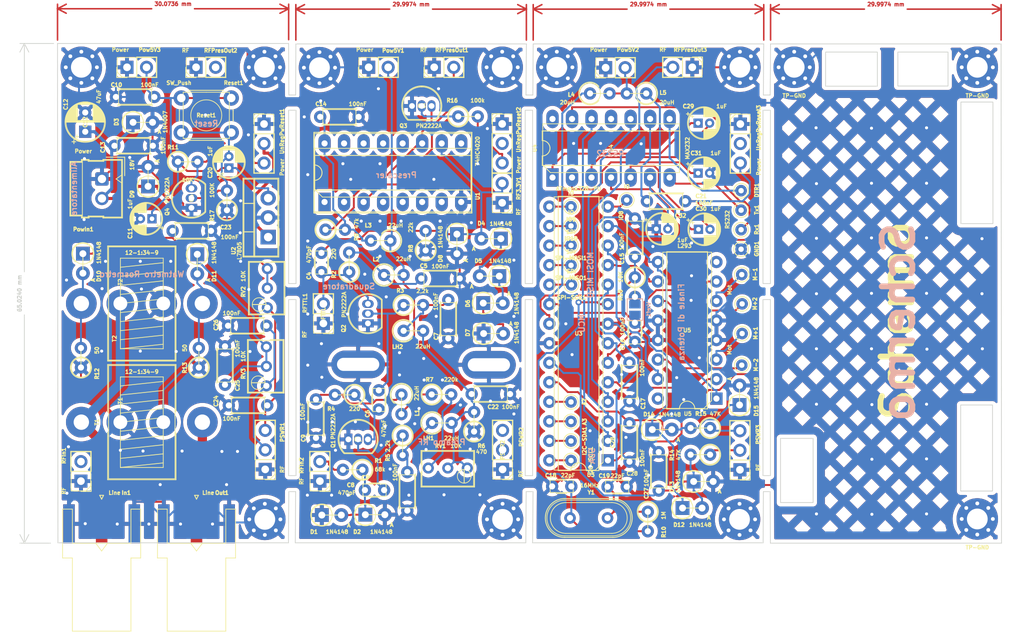
<source format=kicad_pcb>
(kicad_pcb (version 20211014) (generator pcbnew)
  (layers (0 "F.Cu" signal) (31 "B.Cu" signal) (34 "B.Paste" user) (35 "F.Paste" user) (36 "B.SilkS" user "B.Silkscreen") (37 "F.SilkS" user "F.Silkscreen") (38 "B.Mask" user) (39 "F.Mask" user) (44 "Edge.Cuts" user))
  (net 0 "")
  (net 1 "Net-(C4-Pad1)")
  (net 2 "Net-(C6-Pad1)")
  (net 3 "Net-(C6-Pad2)")
  (net 4 "GND")
  (net 5 "Net-(C9-Pad1)")
  (net 6 "Net-(C3-Pad1)")
  (net 7 "Net-(C7-Pad1)")
  (net 8 "Net-(C8-Pad1)")
  (net 9 "Net-(C12-Pad1)")
  (net 10 "Net-(D4-Pad1)")
  (net 11 "Net-(D5-Pad1)")
  (net 12 "Net-(D6-Pad1)")
  (net 13 "Net-(R1-Pad2)")
  (net 14 "Net-(R7-Pad2)")
  (net 18 "Net-(C14-Pad1)")
  (net 27 "Net-(C16-Pad2)")
  (net 28 "Net-(C17-Pad2)")
  (net 29 "/AccordatoreLoopCPU/Xtal1")
  (net 30 "/AccordatoreLoopCPU/Xtal2")
  (net 31 "/AccordatoreLoopCPU/Reset")
  (net 32 "Net-(C10-Pad1)")
  (net 33 "/AccordatoreLoopCPU/Rx")
  (net 34 "/AccordatoreLoopCPU/Tx")
  (net 35 "Net-(I2C-SCL1-Pad1)")
  (net 36 "Net-(I2C-SDA1-Pad1)")
  (net 37 "Net-(SPI-MISO1-Pad1)")
  (net 38 "Net-(SPI-MOSI1-Pad1)")
  (net 39 "Net-(SPI-SCK1-Pad1)")
  (net 40 "Net-(C5-Pad1)")
  (net 41 "Net-(A2-Pad1)")
  (net 42 "Net-(A3-Pad1)")
  (net 43 "Net-(C21-Pad2)")
  (net 44 "Net-(DTR1-Pad1)")
  (net 45 "Net-(IO8-Pad1)")
  (net 46 "Net-(IO9-Pad1)")
  (net 47 "Net-(IO10-Pad1)")
  (net 50 "Net-(Rx1-Pad1)")
  (net 51 "Net-(Tx1-Pad1)")
  (net 52 "Net-(C3-Pad2)")
  (net 53 "Net-(C4-Pad2)")
  (net 54 "Net-(C22-Pad2)")
  (net 55 "Net-(RFPresOut1-Pad2)")
  (net 56 "Net-(L1-Pad2)")
  (net 57 "Net-(L4-Pad2)")
  (net 58 "Net-(C23-Pad1)")
  (net 59 "Net-(C25-Pad1)")
  (net 60 "Net-(D10-Pad2)")
  (net 61 "Net-(D11-Pad2)")
  (net 62 "Net-(In1-Pad1)")
  (net 63 "Net-(Out1-Pad1)")
  (net 64 "Net-(C24-Pad2)")
  (net 69 "Net-(C26-Pad2)")
  (net 71 "Net-(U3-Pad23)")
  (net 72 "Net-(U3-Pad24)")
  (net 74 "Net-(PSWR3-Pad2)")
  (net 75 "Net-(PSWR3-Pad3)")
  (net 76 "Net-(RFPresOut3-Pad2)")
  (net 77 "Net-(Reset1-Pad2)")
  (net 78 "Net-(Q3-Pad2)")
  (net 79 "Net-(U1-Pad11)")
  (net 80 "Net-(R11-Pad2)")
  (net 81 "Net-(UnRegPwReset2-Pad3)")
  (net 82 "Net-(U3-Pad21)")
  (net 83 "Net-(M+1-Pad1)")
  (net 84 "Net-(M+2-Pad1)")
  (net 85 "Net-(M-1-Pad1)")
  (net 86 "Net-(M-2-Pad1)")
  (net 87 "Net-(Vref1-Pad2)")
  (net 88 "Net-(U3-Pad5)")
  (net 89 "Net-(U3-Pad6)")
  (net 90 "Net-(U3-Pad11)")
  (net 91 "Net-(U3-Pad12)")
  (net 92 "Net-(U3-Pad13)")
  (net 93 "Net-(U4-Pad1)")
  (net 94 "Net-(U4-Pad2)")
  (net 95 "Net-(U4-Pad3)")
  (net 96 "Net-(U4-Pad4)")
  (net 97 "Net-(U4-Pad5)")
  (net 98 "Net-(U4-Pad6)")
  (footprint "Resistor_THT:R_Axial_DIN0207_L6.3mm_D2.5mm_P2.54mm_Vertical" (layer "F.Cu") (at 58.8772 98.5012 90)
    (fp_text reference "R12")
    (fp_text value "50")
  )
  (footprint "MountingHole:MountingHole_2.7mm_M2.5_Pad_Via" (layer "F.Cu") (at 89.916 59.4868)
    (fp_text reference "GND15" hide)
    (fp_text value "TP-GND" hide)
  )
  (footprint "TestPoint:TestPoint_THTPad_D1.5mm_Drill0.7mm" (layer "F.Cu") (at 122.6466 102.9834 180)
    (fp_text reference "A2")
    (fp_text value "An" hide)
  )
  (footprint "Diode_THT:D_A-405_P2.54mm_Vertical_AnodeUp" (layer "F.Cu") (at 65.6554 66.5988)
    (fp_text reference "D3")
    (fp_text value "1N4007")
  )
  (footprint "MountingHole:MountingHole_2.7mm_M2.5_Pad_Via" (layer "F.Cu") (at 175.514 59.436)
    (fp_text reference "GND12" hide)
    (fp_text value "TP-GND")
  )
  (footprint "MountingHole:Asola" (layer "F.Cu") (at 111.9632 98.1456 90)
    (fp_text reference "GND8" hide)
    (fp_text value "TP-GND" hide)
  )
  (footprint "Diode_THT:D_A-405_P2.54mm_Vertical_AnodeUp" (layer "F.Cu") (at 107.7976 81.1494 -90)
    (fp_text reference "D8")
    (fp_text value "1N4148")
  )
  (footprint "Capacitor_THT:C_Disc_D4.3mm_W1.9mm_P5.00mm" (layer "F.Cu") (at 134.0612 109.514 -90)
    (fp_text reference "C27")
    (fp_text value "100nF")
  )
  (footprint "Inductor_THT:L_Axial_L6.6mm_D2.7mm_P2.54mm_Vertical_Vishay_IM-2" (layer "F.Cu") (at 132.4356 62.8396 180)
    (fp_text reference "L5")
    (fp_text value "20uH")
  )
  (footprint "Capacitor_THT:C_Disc_D3.0mm_W1.6mm_P2.50mm" (layer "F.Cu") (at 120.1874 113.9662)
    (fp_text reference "C18")
    (fp_text value "22pF")
  )
  (footprint "MountingHole:MountingHole_2.7mm_M2.5_Pad_Via" (layer "F.Cu") (at 175.514 118.2116)
    (fp_text reference "GND11" hide)
    (fp_text value "TP-GND")
  )
  (footprint "TestPoint:TestPoint_THTPad_D1.5mm_Drill0.7mm" (layer "F.Cu") (at 144.8642 86.4108)
    (fp_text reference "M-1")
    (fp_text value "Mot" hide)
  )
  (footprint "Connector_Molex:Molex_SL_171971-0002_1x02_P2.54mm_Vertical" (layer "F.Cu") (at 61.6084 73.9648 -90)
    (fp_text reference "PowIn1")
    (fp_text value "Power")
  )
  (footprint "Capacitor_THT:C_Disc_D4.3mm_W1.9mm_P5.00mm" (layer "F.Cu") (at 130.2512 102.879 90)
    (fp_text reference "C17")
    (fp_text value "100nF")
  )
  (footprint "Capacitor_THT:CP_Radial_D4.0mm_P1.50mm" (layer "F.Cu") (at 139.2314 80.518)
    (fp_text reference "C30")
    (fp_text value "1uF")
  )
  (footprint "Connector_PinHeader_2.54mm:PinHeader_1x02_P2.54mm_Vertical" (layer "F.Cu") (at 64.8716 59.436 90)
    (fp_text reference "Pow5V3")
    (fp_text value "Power")
  )
  (footprint "Capacitor_THT:C_Disc_D3.0mm_W1.6mm_P2.50mm" (layer "F.Cu") (at 130.9624 95.1774 90)
    (fp_text reference "C16")
    (fp_text value "100nF")
  )
  (footprint "MountingHole:MountingHole_2.7mm_M2.5_Pad_Via" (layer "F.Cu") (at 58.928 59.436)
    (fp_text reference "GND3" hide)
    (fp_text value "TP-GND" hide)
  )
  (footprint "Resistor_THT:R_Axial_DIN0207_L6.3mm_D2.5mm_P2.54mm_Vertical" (layer "F.Cu") (at 93.7768 86.0842 90)
    (fp_text reference "R2")
    (fp_text value "220")
  )
  (footprint "TestPoint:TestPoint_THTPad_D1.5mm_Drill0.7mm" (layer "F.Cu") (at 122.6466 80.0726 180)
    (fp_text reference "IO10")
    (fp_text value "IO")
  )
  (footprint "Capacitor_THT:CP_Radial_D4.0mm_P1.50mm" (layer "F.Cu") (at 78.1304 72.5424 90)
    (fp_text reference "C20")
    (fp_text value "1uF")
  )
  (footprint "TestPoint:TestPoint_THTPad_D1.5mm_Drill0.7mm" (layer "F.Cu") (at 122.6466 108.0634 180)
    (fp_text reference "I2C-SDA1")
    (fp_text value "I2C" hide)
  )
  (footprint "Capacitor_THT:C_Disc_D3.0mm_W1.6mm_P2.50mm" (layer "F.Cu") (at 90.17 83.586 -90)
    (fp_text reference "C4")
    (fp_text value "470pF")
  )
  (footprint "Resistor_THT:R_Axial_DIN0207_L6.3mm_D2.5mm_P2.54mm_Vertical" (layer "F.Cu") (at 130.9624 86.7664 -90)
    (fp_text reference "R18")
    (fp_text value "10K")
  )
  (footprint "Capacitor_THT:C_Disc_D4.3mm_W1.9mm_P5.00mm" (layer "F.Cu") (at 101.346 112.1156 -90)
    (fp_text reference "C8")
    (fp_text value "100nF")
  )
  (footprint "Resistor_THT:R_Axial_DIN0207_L6.3mm_D2.5mm_P2.54mm_Vertical" (layer "F.Cu") (at 90.6998 80.5688)
    (fp_text reference "R9")
    (fp_text value "47k")
  )
  (footprint "Resistor_THT:R_Axial_DIN0207_L6.3mm_D2.5mm_P2.54mm_Vertical" (layer "F.Cu") (at 77.8764 78.0288 90)
    (fp_text reference "R17")
    (fp_text value "100K")
  )
  (footprint "TestPoint:TestPoint_THTPad_D1.5mm_Drill0.7mm" (layer "F.Cu") (at 122.6466 85.2034 180)
    (fp_text reference "SPI-MISO1")
    (fp_text value "SPI")
  )
  (footprint "Resistor_THT:R_Axial_DIN0207_L6.3mm_D2.5mm_P2.54mm_Vertical" (layer "F.Cu") (at 95.504 111.8108 180)
    (fp_text reference "R1")
    (fp_text value "68k")
  )
  (footprint "MountingHole:MountingHole_2.7mm_M2.5_Pad_Via" (layer "F.Cu") (at 82.804 118.2624)
    (fp_text reference "GND6" hide)
    (fp_text value "TP-GND" hide)
  )
  (footprint "Inductor_THT:L_Axial_L6.6mm_D2.7mm_P2.54mm_Vertical_Vishay_IM-2" (layer "F.Cu") (at 125.1204 62.8396)
    (fp_text reference "L4")
    (fp_text value "20uH")
  )
  (footprint "Inductor_THT:L_Toroid_4Pin_Vertical_L14.7mm_W8.6mm_P5.58mm_Pulse_KM-1" (layer "F.Cu") (at 64.008 105.6132 90)
    (fp_text reference "T1")
    (fp_text value "12-1:34-9")
  )
  (footprint "Resistor_THT:R_Axial_DIN0207_L6.3mm_D2.5mm_P2.54mm_Vertical" (layer "F.Cu") (at 110.0328 106.8324 90)
    (fp_text reference "R6")
    (fp_text value "470")
  )
  (footprint "Capacitor_THT:CP_Radial_D4.0mm_P1.50mm" (layer "F.Cu") (at 133.745 80.4672)
    (fp_text reference "C32")
    (fp_text value "1uF")
  )
  (footprint "Package_TO_SOT_THT:TO-220-3_Vertical" (layer "F.Cu") (at 83.241 81.534 90)
    (fp_text reference "U2")
    (fp_text value "L7805")
  )
  (footprint "TestPoint:TestPoint_THTPad_D1.5mm_Drill0.7mm" (layer "F.Cu") (at 122.6974 87.7434 180)
    (fp_text reference "SPI-SCK1")
    (fp_text value "SPI")
  )
  (footprint "Connector_PinHeader_2.54mm:PinHeader_1x03_P2.54mm_Vertical" (layer "F.Cu") (at 113.7412 111.76 180)
    (fp_text reference "PSWR2")
    (fp_text value "RF")
  )
  (footprint "Connector_PinHeader_2.54mm:PinHeader_1x03_P2.54mm_Vertical" (layer "F.Cu") (at 82.8548 111.76 180)
    (fp_text reference "PSWR1")
    (fp_text value "RF")
  )
  (footprint "Package_DIP:DIP-16_W7.62mm_Socket_LongPads" (layer "F.Cu") (at 90.5764 76.962 90)
    (fp_text reference "U1")
    (fp_text value "74HC4020")
  )
  (footprint "Connector_PinHeader_2.54mm:PinHeader_1x02_P2.54mm_Vertical" (layer "F.Cu") (at 58.8772 113.284 180)
    (fp_text reference "RFIn1")
    (fp_text value "RF")
  )
  (footprint "Package_TO_SOT_THT:TO-92_Inline" (layer "F.Cu") (at 101.9556 64.4696)
    (fp_text reference "Q3")
    (fp_text value "PN2222A")
  )
  (footprint "Diode_THT:D_A-405_P2.54mm_Vertical_AnodeUp" (layer "F.Cu") (at 137.16 116.7892)
    (fp_text reference "D12")
    (fp_text value "1N4148")
  )
  (footprint "Connector_PinHeader_2.54mm:PinHeader_1x02_P2.54mm_Vertical" (layer "F.Cu") (at 104.8462 59.436 90)
    (fp_text reference "RFPresOut1")
    (fp_text value "RF")
  )
  (footprint "Capacitor_THT:C_Disc_D4.3mm_W1.9mm_P5.00mm" (layer "F.Cu") (at 78.1196 103.4288)
    (fp_text reference "C24")
    (fp_text value "100nF")
  )
  (footprint "Inductor_THT:L_Axial_L6.6mm_D2.7mm_P2.54mm_Vertical_Vishay_IM-2" (layer "F.Cu") (at 100.859 93.726)
    (fp_text reference "LH2")
    (fp_text value "22uH")
  )
  (footprint "Diode_THT:D_A-405_P2.54mm_Vertical_AnodeUp" (layer "F.Cu") (at 111.2738 94.0816)
    (fp_text reference "D7")
    (fp_text value "1N4148")
  )
  (footprint "Capacitor_THT:C_Disc_D3.0mm_W1.6mm_P2.50mm" (layer "F.Cu") (at 129.901 114.017 180)
    (fp_text reference "C19")
    (fp_text value "22pF")
  )
  (footprint "Diode_THT:D_A-405_P2.54mm_Vertical_AnodeUp" (layer "F.Cu") (at 59.1312 83.6894 -90)
    (fp_text reference "D10")
    (fp_text value "1N4148")
  )
  (footprint "Capacitor_THT:C_Disc_D4.3mm_W1.9mm_P5.00mm" (layer "F.Cu") (at 106.68 89.702 -90)
    (fp_text reference "C7")
    (fp_text value "100nF")
  )
  (footprint "Potentiometer_THT:Potentiometer_Bourns_3266Y_Vertical" (layer "F.Cu") (at 109.1542 111.5834)
    (fp_text reference "RV1")
    (fp_text value "10K")
  )
  (footprint "MountingHole:MountingHole_2.7mm_M2.5_Pad_Via" (layer "F.Cu") (at 144.5768 118.2624)
    (fp_text reference "GND16" hide)
    (fp_text value "TP-GND" hide)
  )
  (footprint "Resistor_THT:R_Axial_DIN0207_L6.3mm_D2.5mm_P2.54mm_Vertical" (layer "F.Cu") (at 140.745 106.3752 180)
    (fp_text reference "R15")
    (fp_text value "47K")
  )
  (footprint "Connector_PinHeader_2.54mm:PinHeader_1x02_P2.54mm_Vertical" (layer "F.Cu") (at 96.3168 59.436 90)
    (fp_text reference "Pow5V1")
    (fp_text value "Power")
  )
  (footprint "Connector_Coaxial:SMA_Amphenol_132289_EdgeMount" (layer "F.Cu") (at 73.914 118.8435 -90)
    (fp_text reference "Out1")
    (fp_text value "Line")
  )
  (footprint "TestPoint:TestPoint_THTPad_D1.5mm_Drill0.7mm" (layer "F.Cu") (at 144.915 90.2208)
    (fp_text reference "M+2")
    (fp_text value "Mot")
  )
  (footprint "Package_DIP:DIP-14_W7.62mm_LongPads" (layer "F.Cu") (at 120.2386 73.7766 90)
    (fp_text reference "U4")
    (fp_text value "MAX232")
  )
  (footprint "Inductor_THT:L_Toroid_4Pin_Vertical_L14.7mm_W8.6mm_P5.58mm_Pulse_KM-1" (layer "F.Cu") (at 64.008 90.17 90)
    (fp_text reference "T2")
    (fp_text value "12-1:34-9")
  )
  (footprint "Diode_THT:D_A-405_P2.54mm_Vertical_AnodeUp" (layer "F.Cu") (at 113.5162 81.7372 180)
    (fp_text reference "D4")
    (fp_text value "1N4148")
  )
  (footprint "Capacitor_THT:C_Disc_D4.3mm_W1.9mm_P5.00mm" (layer "F.Cu") (at 89.4588 102.656 -90)
    (fp_text reference "C9")
    (fp_text value "100nF")
  )
  (footprint "Connector_PinHeader_2.54mm:PinHeader_1x02_P2.54mm_Vertical" (layer "F.Cu") (at 89.9668 113.284 180)
    (fp_text reference "RFIn2")
    (fp_text value "RF")
  )
  (footprint "Capacitor_THT:C_Disc_D4.3mm_W1.9mm_P5.00mm" (layer "F.Cu") (at 70.8044 80.7212)
    (fp_text reference "C23")
    (fp_text value "100nF")
  )
  (footprint "Crystal:Crystal_HC49-U_Vertical" (layer "F.Cu") (at 122.518 118.081)
    (fp_text reference "Y1")
    (fp_text value "16MHz")
  )
  (footprint "MountingHole:Asola" (layer "F.Cu") (at 94.9452 98.0948 90)
    (fp_text reference "GND2" hide)
    (fp_text value "TP-GND" hide)
  )
  (footprint "Resistor_THT:R_Axial_DIN0207_L6.3mm_D2.5mm_P2.54mm_Vertical" (layer "F.Cu") (at 94.4662 102.0572 180)
    (fp_text reference "R4")
    (fp_text value "220")
  )
  (footprint "Capacitor_THT:C_Disc_D4.3mm_W1.9mm_P5.00mm" (layer "F.Cu") (at 77.6224 100.7472 90)
    (fp_text reference "C25")
    (fp_text value "100nF")
  )
  (footprint "Resistor_THT:R_Axial_DIN0207_L6.3mm_D2.5mm_P2.54mm_Vertical" (layer "F.Cu") (at 140.745 109.8436 180)
    (fp_text reference "R14")
    (fp_text value "47K")
  )
  (footprint "Capacitor_THT:CP_Radial_D5.0mm_P2.50mm" (layer "F.Cu") (at 59.436 67.818 90)
    (fp_text reference "C12")
    (fp_text value "47uF")
  )
  (footprint "Connector_PinHeader_2.54mm:PinHeader_1x03_P2.54mm_Vertical" (layer "F.Cu") (at 113.6904 66.802)
    (fp_text reference "UnRegPwReset2")
    (fp_text value "Power")
  )
  (footprint "Capacitor_THT:CP_Radial_D4.0mm_P1.50mm" (layer "F.Cu") (at 68.1228 79.1464 180)
    (fp_text reference "C11")
    (fp_text value "1uF")
  )
  (footprint "Connector_Coaxial:SMA_Amphenol_132289_EdgeMount" (layer "F.Cu") (at 61.5696 118.8435 -90)
    (fp_text reference "In1")
    (fp_text value "Line")
  )
  (footprint "Resistor_THT:R_Axial_DIN0207_L6.3mm_D2.5mm_P2.54mm_Vertical" (layer "F.Cu") (at 104.5174 102.0064)
    (fp_text reference "R7")
    (fp_text value "220k")
  )
  (footprint "TestPoint:TestPoint_THTPad_D1.5mm_Drill0.7mm" (layer "F.Cu") (at 144.78 83.1088)
    (fp_text reference "GND1")
    (fp_text value "RS232" hide)
  )
  (footprint "Potentiometer_THT:Potentiometer_Bourns_3266Y_Vertical" (layer "F.Cu") (at 83.0072 100.8888 -90)
    (fp_text reference "RV3")
    (fp_text value "10K")
  )
  (footprint "Package_TO_SOT_THT:TO-92_Inline" (layer "F.Cu") (at 96.2196 92.7608 90)
    (fp_text reference "Q2")
    (fp_text value "PN2222A")
  )
  (footprint "Diode_THT:D_A-405_P2.54mm_Vertical_AnodeUp" (layer "F.Cu") (at 74.0156 83.7692 -90)
    (fp_text reference "D11")
    (fp_text value "1N4148")
  )
  (footprint "Diode_THT:D_A-405_P2.54mm_Vertical_AnodeUp" (layer "F.Cu") (at 144.5768 103.378 90)
    (fp_text reference "D15")
    (fp_text value "1N4148")
  )
  (footprint "TestPoint:TestPoint_THTPad_D1.5mm_Drill0.7mm" (layer "F.Cu") (at 144.915 94.0816)
    (fp_text reference "M+1")
    (fp_text value "Mot" hide)
  )
  (footprint "Package_DIP:DIP-16_W7.62mm" (layer "F.Cu") (at 141.5696 102.5502 180)
    (fp_text reference "U5")
    (fp_text value "L293")
  )
  (footprint "Capacitor_THT:C_Disc_D4.3mm_W1.9mm_P5.00mm" (layer "F.Cu") (at 114.7172 101.9556 180)
    (fp_text reference "C22")
    (fp_text value "100nF")
  )
  (footprint "Diode_THT:D_A-405_P2.54mm_Vertical_AnodeUp" (layer "F.Cu") (at 67.6148 74.93 90)
    (fp_text reference "D9")
    (fp_text value "18V")
  )
  (footprint "TestPoint:TestPoint_THTPad_D1.5mm_Drill0.7mm" (layer "F.Cu") (at 122.6466 77.5834 180)
    (fp_text reference "IO9")
    (fp_text value "IO")
  )
  (footprint "Connector_PinHeader_2.54mm:PinHeader_1x02_P2.54mm_Vertical" (layer "F.Cu") (at 138.43 59.436 -90)
    (fp_text reference "RFPresOut3")
    (fp_text value "RF")
  )
  (footprint "Capacitor_THT:C_Disc_D3.0mm_W1.6mm_P2.50mm" (layer "F.Cu") (at 98.3288 114.4524 180)
    (fp_text reference "C3")
    (fp_text value "470pF")
  )
  (footprint "Resistor_THT:R_Axial_DIN0207_L6.3mm_D2.5mm_P2.54mm_Vertical" (layer "F.Cu") (at 103.7336 83.2612 90)
    (fp_text reference "R8")
    (fp_text value "22k")
  )
  (footprint "Capacitor_THT:CP_Radial_D4.0mm_P1.50mm" (layer "F.Cu") (at 139.1806 66.7004)
    (fp_text reference "C29")
    (fp_text value "1uF")
  )
  (footprint "TestPoint:TestPoint_THTPad_D1.5mm_Drill0.7mm" (layer "F.Cu") (at 122.6466 105.5234 180)
    (fp_text reference "A3")
    (fp_text value "An" hide)
  )
  (footprint "MountingHole:MountingHole_2.7mm_M2.5_Pad_Via" (layer "F.Cu") (at 113.7412 118.2624)
    (fp_text reference "GND14" hide)
    (fp_text value "TP-GND" hide)
  )
  (footprint "Connector_PinHeader_2.54mm:PinHeader_1x02_P2.54mm_Vertical" (layer "F.Cu") (at 73.8582 59.436 90)
    (fp_text reference "RFPresOut2")
    (fp_text value "RF")
  )
  (footprint "Connector_PinHeader_2.54mm:PinHeader_1x02_P2.54mm_Vertical" (layer "F.Cu") (at 127.1524 59.4868 90)
    (fp_text reference "Pow5V2")
    (fp_text value "Power")
  )
  (footprint "TestPoint:TestPoint_THTPad_D1.5mm_Drill0.7mm" (layer "F.Cu") (at 144.78 75.4888)
    (fp_text reference "DTR1")
    (fp_text value "RS232" hide)
  )
  (footprint "TestPoint:TestPoint_THTPad_D1.5mm_Drill0.7mm" (layer "F.Cu") (at 122.6466 110.6034 180)
    (fp_text reference "I2C-SCL1")
    (fp_text value "I2C" hide)
  )
  (footprint "Capacitor_THT:C_Disc_D4.3mm_W1.9mm_P5.00mm" (layer "F.Cu") (at 68.4276 63.2968 180)
    (fp_text reference "C10")
    (fp_text value "100nF")
  )
  (footprint "Connector_PinHeader_2.54mm:PinHeader_1x03_P2.54mm_Vertical" (layer "F.Cu") (at 82.7024 66.817)
    (fp_text reference "UnRegPwReset1")
    (fp_text value "Power")
  )
  (footprint "Connector_PinHeader_2.54mm:PinHeader_1x03_P2.54mm_Vertical" (layer "F.Cu") (at 144.6784 66.817)
    (fp_text reference "UnRegPwReset3")
    (fp_text value "Power")
  )
  (footprint "Capacitor_THT:C_Disc_D3.0mm_W1.6mm_P2.50mm" (layer "F.Cu") (at 97.6376 101.4676 -90)
    (fp_text reference "C6")
    (fp_text value "470pF")
  )
  (footprint "TestPoint:TestPoint_THTPad_D1.5mm_Drill0.7mm" (layer "F.Cu") (at 129.8956 76.708 180)
    (fp_text reference "IO8")
    (fp_text value "IO")
  )
  (footprint "Connector_PinHeader_2.54mm:PinHeader_1x02_P2.54mm_Vertical" (layer "F.Cu") (at 90.424 92.7608 180)
    (fp_text reference "RFTTL1")
    (fp_text value "RF")
  )
  (footprint "Diode_THT:D_A-405_P2.54mm_Vertical_AnodeUp" (layer "F.Cu") (at 90.2208 117.7036)
    (fp_text reference "D1")
    (fp_text value "1N4148")
  )
  (footprint "Diode_THT:D_A-405_P2.54mm_Vertical_AnodeUp" (layer "F.Cu") (at 95.8814 117.6528)
    (fp_text reference "D2")
    (fp_text value "1N4148")
  )
  (footprint "Capacitor_THT:C_Disc_D4.3mm_W1.9mm_P5.00mm" (layer "F.Cu") (at 130.9624 79.1138 -90)
    (fp_text reference "C15")
    (fp_text value "100nF")
  )
  (footprint "Resistor_THT:R_Axial_DIN0207_L6.3mm_D2.5mm_P2.54mm_Vertical" (layer "F.Cu") (at 74.2188 98.5012 90)
    (fp_text reference "R13")
    (fp_text value "50")
  )
  (footprint "Package_DIP:DIP-28_W7.62mm" (layer "F.Cu") (at 127.4472 110.5816 180)
    (fp_text reference "U3")
    (fp_text value "ATmega328-PU")
  )
  (footprint "Resistor_THT:R_Axial_DIN0207_L6.3mm_D2.5mm_P2.54mm_Vertical" (layer "F.Cu") (at 107.9718 65.8368)
    (fp_text reference "R16")
    (fp_text value "100k")
  )
  (footprint "Capacitor_THT:C_Disc_D4.3mm_W1.9mm_P5.00mm" (layer "F.Cu") (at 137.5264 76.8604 180)
    (fp_text reference "C21")
    (fp_text value "100nF")
  )
  (footprint "Package_TO_SOT_THT:TO-92_Inline" (layer "F.Cu") (at 73.258 77.724 90)
    (fp_text reference "Q4")
    (fp_text value "PN2222A")
  )
  (footprint "Diode_THT:D_A-405_P2.54mm_Vertical_AnodeUp" (layer "F.Cu") (at 133.2194 106.5784)
    (fp_text reference "D14")
    (fp_text value "1N4148")
  )
  (footprint "Diode_THT:D_A-405_P2.54mm_Vertical_AnodeUp" (layer "F.Cu") (at 111.223 90.1192)
    (fp_text reference "D6")
    (fp_text value "1N4148")
  )
  (footprint "Resistor_THT:R_Axial_DIN0207_L6.3mm_D2.5mm_P2.54mm_Vertical" (layer "F.Cu") (at 100.7364 107.3622 -90)
    (fp_text reference "R5")
    (fp_text value "2,2k")
  )
  (footprint "Inductor_THT:L_Axial_L6.6mm_D2.7mm_P2.54mm_Vertical_Vishay_IM-2" (layer "F.Cu") (at 98.319 86.4616)
    (fp_text reference "L2")
    (fp_text value "22uH")
  )
  (footprint "MountingHole:MountingHole_2.7mm_M2.5_Pad_Via" (layer "F.Cu") (at 151.6888 59.436)
    (fp_text reference "GND10" hide)
    (fp_text value "TP-GND")
  )
  (footprint "Inductor_THT:L_Axial_L6.6mm_D2.7mm_P2.54mm_Vertical_Vishay_IM-2" (layer "F.Cu") (at 99.1406 81.9912 180)
    (fp_text reference "L3")
    (fp_text value "22uH")
  )
  (footprint "Resistor_THT:R_Axial_DIN0207_L6.3mm_D2.5mm_P2.54mm_Vertical" (layer "F.Cu") (at 132.6388 117.2682 -90)
    (fp_text reference "R10")
    (fp_text value "1M")
  )
  (footprint "TestPoint:TestPoint_THTPad_D1.5mm_Drill0.7mm" (layer "F.Cu") (at 144.78 80.5688)
    (fp_text reference "Rx1")
    (fp_text value "RS232" hide)
  )
  (footprint "Capacitor_THT:C_Disc_D4.3mm_W1.9mm_P5.00mm" (layer "F.Cu") (at 90.0068 65.8876)
    (fp_text reference "C14")
    (fp_text value "100nF")
  )
  (footprint "Capacitor_THT:C_Disc_D4.3mm_W1.9mm_P5.00mm" (layer "F.Cu") (at 78.018 93.0656)
    (fp_text reference "C26")
    (fp_text value "100nF")
  )
  (footprint "Diode_THT:D_A-405_P2.54mm_Vertical_AnodeUp" (layer "F.Cu") (at 138.6042 113.3348)
    (fp_text reference "D13")
    (fp_text value "1N4148")
  )
  (footprint "Package_TO_SOT_THT:TO-92_Inline" (layer "F.Cu") (at 93.6752 107.8528)
    (fp_text reference "Q1")
    (fp_text value "PN2222A")
  )
  (footprint "Potentiometer_THT:Potentiometer_Bourns_3266Y_Vertical" (layer "F.Cu") (at 83.133 90.7138 -90)
    (fp_text reference "RV2")
    (fp_text value "10K")
  )
  (footprint "Diode_THT:D_A-405_P2.54mm_Vertical_AnodeUp" (layer "F.Cu") (at 113.313 86.614 180)
    (fp_text reference "D5")
    (fp_text value "1N4148")
  )
  (footprint "MountingHole:MountingHole_2.7mm_M2.5_Pad_Via" (layer "F.Cu") (at 82.7532 59.436)
    (fp_text reference "GND7" hide)
    (fp_text value "TP-GND" hide)
  )
  (footprint "TestPoint:TestPoint_THTPad_D1.5mm_Drill0.7mm" (layer "F.Cu") (at 144.8642 98.1964)
    (fp_text reference "M-2")
    (fp_text value "Mot")
  )
  (footprint "Resistor_THT:R_Axial_DIN0207_L6.3mm_D2.5mm_P2.54mm_Vertical" (layer "F.Cu") (at 100.8598 90.3732)
    (fp_text reference "R3")
    (fp_text value "2,2k")
  )
  (footprint "Capacitor_THT:C_Disc_D4.3mm_W1.9mm_P5.00mm" (layer "F.Cu") (at 130.2512 110.7548 90)
    (fp_text reference "C28")
    (fp_text value "100nF")
  )
  (footprint "Connector_PinHeader_2.54mm:PinHeader_1x03_P2.54mm_Vertical" (layer "F.Cu") (at 144.6276 111.8108 180)
    (fp_text reference "PSWR3")
    (fp_text value "RF")
  )
  (footprint "TestPoint:TestPoint_THTPad_D1.5mm_Drill0.7mm" (layer "F.Cu") (at 144.78 78.0288)
    (fp_text reference "Tx1")
    (fp_text value "RS232")
  )
  (footprint "Resistor_THT:R_Axial_DIN0207_L6.3mm_D2.5mm_P2.54mm_Vertical" (layer "F.Cu") (at 71.4974 71.7296)
    (fp_text reference "R11")
    (fp_text value "10K")
  )
  (footprint "TestPoint:TestPoint_THTPad_D1.5mm_Drill0.7mm" (layer "F.Cu") (at 122.6466 82.6126 180)
    (fp_text reference "SPI-MOSI1")
    (fp_text value "SPI")
  )
  (footprint "Connector_PinHeader_2.54mm:PinHeader_1x02_P2.54mm_Vertical" (layer "F.Cu") (at 113.6904 77.0686 180)
    (fp_text reference "RF3.3V1")
    (fp_text value "RF")
  )
  (footprint "Inductor_THT:L_Axial_L6.6mm_D2.7mm_P2.54mm_Vertical_Vishay_IM-2" (layer "F.Cu") (at 100.584 102.0274 -90)
    (fp_text reference "L1")
    (fp_text value "22uH")
  )
  (footprint "Capacitor_THT:C_Disc_D4.3mm_W1.9mm_P5.00mm" (layer "F.Cu") (at 63.2352 69.6468)
    (fp_text reference "C13")
    (fp_text value "100nF")
  )
  (footprint "Capacitor_THT:C_Disc_D4.3mm_W1.9mm_P5.00mm" (layer "F.Cu") (at 103.164 86.9188)
    (fp_text reference "C5")
    (fp_text value "100nF")
  )
  (footprint "Button_Switch_THT:SW_PUSH_6mm" (layer "F.Cu") (at 71.934 63.4344)
    (fp_text reference "Reset1")
    (fp_text value "SW_Push")
  )
  (footprint "Capacitor_THT:CP_Radial_D4.0mm_P1.50mm" (layer "F.Cu") (at 139.1806 73.2028)
    (fp_text reference "C31")
    (fp_text value "1uF")
  )
  (footprint "Inductor_THT:L_Axial_L6.6mm_D2.7mm_P2.54mm_Vertical_Vishay_IM-2" (layer "F.Cu") (at 104.5674 105.7148)
    (fp_text reference "LH1")
    (fp_text value "22uH")
  )
  (footprint "MountingHole:MountingHole_2.7mm_M2.5_Pad_Via" (layer "F.Cu") (at 120.8024 59.436)
    (fp_text reference "GND4" hide)
    (fp_text value "TP-GND" hide)
  )
  (footprint "MountingHole:MountingHole_2.7mm_M2.5_Pad_Via" (layer "F.Cu") (at 113.6904 59.436)
    (fp_text reference "GND13" hide)
    (fp_text value "TP-GND" hide)
  )
  (footprint "Jumper:SolderJumper-2_P1.3mm_Open_Pad1.0x1.5mm" (layer "B.Cu") (at 130.9624 90.961 90)
    (fp_text reference "Vref1")
    (fp_text value "Vref")
  )
  (footprint "MountingHole:MountingHole_2.7mm_M2.5_Pad_Via" (layer "B.Cu") (at 144.6276 59.436 180)
    (fp_text reference "GND5" hide)
    (fp_text value "TP-GND" hide)
  )
  (gr_rect (start 116.6876 89.662) (end 117.6528 112.5728) (layer "Edge.Cuts") (width 0.1) (fill none))
  (gr_line (start 117.6528 121.3104) (end 147.6502 121.3104) (layer "Edge.Cuts") (width 0.1))
  (gr_rect (start 173.355 103.378) (end 177.4952 114.5794) (layer "Edge.Cuts") (width 0.1) (fill none))
  (gr_line (start 85.9028 56.3372) (end 55.8292 56.3372) (layer "Edge.Cuts") (width 0.1))
  (gr_line (start 116.84 56.388) (end 86.8426 56.388) (layer "Edge.Cuts") (width 0.1))
  (gr_line (start 148.5646 63.0428) (end 147.6756 63.0428) (layer "Edge.Cuts") (width 0.1))
  (gr_rect (start 116.6876 65.024) (end 117.6528 87.5792) (layer "Edge.Cuts") (width 0.1) (fill none))
  (gr_line (start 147.6502 121.3104) (end 147.6756 114.6556) (layer "Edge.Cuts") (width 0.1))
  (gr_rect (start 155.7782 57.4548) (end 162.5092 61.8998) (layer "Edge.Cuts") (width 0.1) (fill none))
  (gr_line (start 85.9282 63.0428) (end 85.9028 56.3372) (layer "Edge.Cuts") (width 0.1))
  (gr_rect (start 165.1762 57.4548) (end 171.704 61.8744) (layer "Edge.Cuts") (width 0.1) (fill none))
  (gr_line (start 148.59 121.3612) (end 178.6636 121.3612) (layer "Edge.Cuts") (width 0.1))
  (gr_line (start 86.8172 114.6556) (end 86.7664 121.3104) (layer "Edge.Cuts") (width 0.1))
  (gr_line (start 116.7892 63.0428) (end 116.84 56.388) (layer "Edge.Cuts") (width 0.1))
  (gr_line (start 116.7638 121.3104) (end 116.8146 114.6556) (layer "Edge.Cuts") (width 0.1))
  (gr_line (start 117.7036 114.6556) (end 117.6528 121.3104) (layer "Edge.Cuts") (width 0.1))
  (gr_line (start 86.8172 63.0428) (end 85.9282 63.0428) (layer "Edge.Cuts") (width 0.1))
  (gr_rect (start 85.9028 65.024) (end 86.868 87.5792) (layer "Edge.Cuts") (width 0.1) (fill none))
  (gr_line (start 55.8292 56.3372) (end 55.88 121.3104) (layer "Edge.Cuts") (width 0.1))
  (gr_rect (start 85.9028 89.662) (end 86.868 112.5728) (layer "Edge.Cuts") (width 0.1) (fill none))
  (gr_line (start 85.8774 121.3104) (end 85.9282 114.6556) (layer "Edge.Cuts") (width 0.1))
  (gr_line (start 147.6756 63.0428) (end 147.7264 56.388) (layer "Edge.Cuts") (width 0.1))
  (gr_rect (start 147.6248 89.662) (end 148.59 112.5728) (layer "Edge.Cuts") (width 0.1) (fill none))
  (gr_line (start 148.5646 114.6556) (end 148.59 121.3612) (layer "Edge.Cuts") (width 0.1))
  (gr_rect (start 173.3804 63.9572) (end 177.546 79.7814) (layer "Edge.Cuts") (width 0.1) (fill none))
  (gr_line (start 178.6128 56.388) (end 178.6636 121.3612) (layer "Edge.Cuts") (width 0.1))
  (gr_line (start 117.729 56.388) (end 117.6782 63.0428) (layer "Edge.Cuts") (width 0.1))
  (gr_line (start 117.6782 63.0428) (end 116.7892 63.0428) (layer "Edge.Cuts") (width 0.1))
  (gr_line (start 86.7664 121.3104) (end 116.7638 121.3104) (layer "Edge.Cuts") (width 0.1))
  (gr_line (start 86.8426 56.388) (end 86.8172 63.0428) (layer "Edge.Cuts") (width 0.1))
  (gr_rect (start 147.6248 65.024) (end 148.59 87.5792) (layer "Edge.Cuts") (width 0.1) (fill none))
  (gr_line (start 178.6128 56.388) (end 148.6154 56.388) (layer "Edge.Cuts") (width 0.1))
  (gr_line (start 116.8146 114.6556) (end 117.7036 114.6556) (layer "Edge.Cuts") (width 0.1))
  (gr_line (start 147.7264 56.388) (end 117.729 56.388) (layer "Edge.Cuts") (width 0.1))
  (gr_rect (start 149.9108 107.7214) (end 154.1526 116.078) (layer "Edge.Cuts") (width 0.1) (fill none))
  (gr_line (start 148.6154 56.388) (end 148.5646 63.0428) (layer "Edge.Cuts") (width 0.1))
  (gr_line (start 55.88 121.3104) (end 85.8774 121.3104) (layer "Edge.Cuts") (width 0.1))
  (gr_line (start 85.9282 114.6556) (end 86.8172 114.6556) (layer "Edge.Cuts") (width 0.1))
  (gr_line (start 147.6756 114.6556) (end 148.5646 114.6556) (layer "Edge.Cuts") (width 0.1))
  (gr_text "Squadratore" (at 93.726 87.9348) (layer "B.SilkS") (effects (font (size 0.75 0.75)) (justify mirror)))
  (gr_text "Watmetro Rosmetro" (at 66.802 86.36) (layer "B.SilkS") (effects (font (size 0.75 0.75)) (justify mirror)))
  (gr_text "Alimentatore" (at 57.9628 75.2348 90) (layer "B.SilkS") (effects (font (size 0.75 0.75)) (justify mirror)))
  (gr_text "Prescaler" (at 99.9236 73.4568) (layer "B.SilkS") (effects (font (size 0.75 0.75)) (justify mirror)))
  (gr_text "Finale di Potenza" (at 137.0076 92.6084 90) (layer "B.SilkS") (effects (font (size 0.75 0.75)) (justify mirror)))
  (gr_text "Reset" (at 75.184 66.7512) (layer "B.SilkS") (effects (font (size 0.75 0.75)) (justify mirror)))
  (gr_text "SDA" (at 125.3744 109.982 90) (layer "B.SilkS") (effects (font (size 0.75 0.75)) (justify mirror)))
  (gr_text "Schermo" (at 165.2524 92.6084 90) (layer "B.SilkS") (effects (font (size 4 4) (thickness 0.75)) (justify mirror)))
  (gr_text "MOSI MISO" (at 125.1712 86.4616 90) (layer "B.SilkS") (effects (font (size 0.75 0.75)) (justify mirror)))
  (gr_text "Preamp RF" (at 105.8164 108.204) (layer "B.SilkS") (effects (font (size 0.75 0.75)) (justify mirror)))
  (gr_text "MCU" (at 124.0536 92.7608 90) (layer "B.SilkS") (effects (font (size 0.75 0.75)) (justify mirror)))
  (gr_text "RS232" (at 127.762 70.6628) (layer "B.SilkS") (effects (font (size 0.75 0.75)) (justify mirror)))
  (gr_text "Schermo" (at 165.1 92.4052 90) (layer "F.SilkS") (effects (font (size 4 4) (thickness 0.75))))
  (dimension (type orthogonal) (layer "F.Cu") (pts (xy 116.84 56.388) (xy 86.8426 56.388)) (height -4.5212) (orientation 0) (gr_text "29,9974 mm" (at 101.8413 51.2418) (layer "F.Cu") (effects (font (size 0.5 0.5) (thickness 0.13)))) (format (units 3) (units_format 1) (precision 4)) (style (thickness 0.2) (arrow_length 1.27) (text_position_mode 0) (extension_height 0.58642) (extension_offset 0.5) keep_text_aligned))
  (dimension (type orthogonal) (layer "F.Cu") (pts (xy 147.7264 56.388) (xy 117.729 56.388)) (height -4.5212) (orientation 0) (gr_text "29,9974 mm" (at 132.7277 51.2418) (layer "F.Cu") (effects (font (size 0.5 0.5) (thickness 0.13)))) (format (units 3) (units_format 1) (precision 4)) (style (thickness 0.2) (arrow_length 1.27) (text_position_mode 0) (extension_height 0.58642) (extension_offset 0.5) keep_text_aligned))
  (dimension (type orthogonal) (layer "F.Cu") (pts (xy 178.6128 56.388) (xy 148.6154 56.388)) (height -4.5212) (orientation 0) (gr_text "29,9974 mm" (at 163.6141 51.2418) (layer "F.Cu") (effects (font (size 0.5 0.5) (thickness 0.13)))) (format (units 3) (units_format 1) (precision 4)) (style (thickness 0.2) (arrow_length 1.27) (text_position_mode 0) (extension_height 0.58642) (extension_offset 0.5) keep_text_aligned))
  (dimension (type orthogonal) (layer "F.Cu") (pts (xy 85.9028 56.3372) (xy 55.8292 56.388)) (height -4.5212) (orientation 0) (gr_text "30,0736 mm" (at 70.866 51.191) (layer "F.Cu") (effects (font (size 0.5 0.5) (thickness 0.13)))) (format (units 3) (units_format 1) (precision 4)) (style (thickness 0.2) (arrow_length 1.27) (text_position_mode 0) (extension_height 0.58642) (extension_offset 0.5) keep_text_aligned))
  (dimension (type orthogonal) (layer "Edge.Cuts") (pts (xy 55.8292 56.3372) (xy 55.4228 121.3612)) (height -4.318) (orientation 1) (gr_text "65,0240 mm" (at 50.8862 88.8492 90) (layer "Edge.Cuts") (effects (font (size 0.5 0.5) (thickness 0.13)))) (format (units 3) (units_format 1) (precision 4)) (style (thickness 0.1) (arrow_length 1.27) (text_position_mode 0) (extension_height 0.58642) (extension_offset 0.5) keep_text_aligned))
  (segment (start 106.1441 80.7212) (end 106.5723 81.1494) (width 0.25) (layer "F.Cu") (net 1))
  (segment (start 96.2791 80.7212) (end 103.7336 80.7212) (width 0.25) (layer "F.Cu") (net 1))
  (segment (start 95.2074 81.7929) (end 96.2791 80.7212) (width 0.25) (layer "F.Cu") (net 1))
  (segment (start 90.17 83.586) (end 91.9631 81.7929) (width 0.25) (layer "F.Cu") (net 1))
  (segment (start 91.9631 81.7929) (end 95.2074 81.7929) (width 0.25) (layer "F.Cu") (net 1))
  (segment (start 107.7976 81.1494) (end 106.5723 81.1494) (width 0.25) (layer "F.Cu") (net 1))
  (segment (start 103.7336 80.7212) (end 106.1441 80.7212) (width 0.25) (layer "F.Cu") (net 1))
  (segment (start 113.6904 74.5286) (end 113.6904 75.7039) (width 0.25) (layer "B.Cu") (net 1))
  (segment (start 110.9762 81.1494) (end 110.9762 81.7372) (width 0.25) (layer "B.Cu") (net 1))
  (segment (start 110.9762 81.1494) (end 109.0229 81.1494) (width 0.25) (layer "B.Cu") (net 1))
  (segment (start 106.1396 70.8673) (end 110.9762 75.7039) (width 0.25) (layer "B.Cu") (net 1))
  (segment (start 105.8164 69.342) (end 105.8164 70.8673) (width 0.25) (layer "B.Cu") (net 1))
  (segment (start 113.6904 75.7039) (end 110.9762 75.7039) (width 0.25) (layer "B.Cu") (net 1))
  (segment (start 107.7976 81.1494) (end 109.0229 81.1494) (width 0.25) (layer "B.Cu") (net 1))
  (segment (start 110.9762 75.7039) (end 110.9762 81.1494) (width 0.25) (layer "B.Cu") (net 1))
  (segment (start 105.8164 70.8673) (end 106.1396 70.8673) (width 0.25) (layer "B.Cu") (net 1))
  (segment (start 100.8598 90.3732) (end 99.7422 91.4908) (width 0.25) (layer "B.Cu") (net 2))
  (segment (start 97.6376 101.4676) (end 98.778 100.3272) (width 0.25) (layer "B.Cu") (net 2))
  (segment (start 99.7422 91.4908) (end 98.778 91.4908) (width 0.25) (layer "B.Cu") (net 2))
  (segment (start 98.778 91.4908) (end 96.2196 91.4908) (width 0.25) (layer "B.Cu") (net 2))
  (segment (start 98.778 100.3272) (end 98.778 91.4908) (width 0.25) (layer "B.Cu") (net 2))
  (segment (start 97.0655 104.5397) (end 96.9487 104.5397) (width 0.25) (layer "B.Cu") (net 3))
  (segment (start 97.0655 104.5397) (end 97.6376 103.9676) (width 0.25) (layer "B.Cu") (net 3))
  (segment (start 97.0655 107.8528) (end 97.0655 104.5397) (width 0.25) (layer "B.Cu") (net 3))
  (segment (start 96.2152 107.8528) (end 97.0655 107.8528) (width 0.25) (layer "B.Cu") (net 3))
  (segment (start 96.9487 104.5397) (end 94.4662 102.0572) (width 0.25) (layer "B.Cu") (net 3))
  (segment (start 134.0612 109.514) (end 136.1548 111.6076) (width 0.25) (layer "F.Cu") (net 4))
  (segment (start 56.903 59.436) (end 57.4961 58.8429) (width 0.25) (layer "F.Cu") (net 4))
  (segment (start 64.8716 57.8612) (end 71.1081 57.8612) (width 0.25) (layer "F.Cu") (net 4))
  (segment (start 146.8628 115.9764) (end 146.6018 116.2374) (width 0.25) (layer "F.Cu") (net 4))
  (segment (start 122.8274 61.6712) (end 122.8274 59.436) (width 0.25) (layer "F.Cu") (net 4))
  (segment (start 128.8584 112.9744) (end 128.8584 112.8391) (width 0.25) (layer "F.Cu") (net 4))
  (segment (start 151.6888 61.461) (end 152.5276 61.461) (width 0.25) (layer "F.Cu") (net 4))
  (segment (start 62.5706 73.0026) (end 67.6148 73.0026) (width 0.25) (layer "F.Cu") (net 4))
  (segment (start 79.5528 57.8104) (end 80.3656 56.9976) (width 0.25) (layer "F.Cu") (net 4))
  (segment (start 130.9624 95.1774) (end 132.5771 95.1774) (width 0.25) (layer "F.Cu") (net 4))
  (segment (start 120.9525 95.3416) (end 123.4925 92.8016) (width 0.25) (layer "F.Cu") (net 4))
  (segment (start 128.8584 112.1476) (end 130.2512 110.7548) (width 0.25) (layer "F.Cu") (net 4))
  (segment (start 94.9452 98.0948) (end 94.9452 95.9695) (width 0.25) (layer "F.Cu") (net 4))
  (segment (start 142.5518 118.2624) (end 143.1449 118.8555) (width 0.25) (layer "F.Cu") (net 4))
  (segment (start 87.891 59.4868) (end 88.4841 58.8937) (width 0.25) (layer "F.Cu") (net 4))
  (segment (start 74.5182 98.151) (end 74.8684 98.5012) (width 0.25) (layer "F.Cu") (net 4))
  (segment (start 88.392 108.7228) (end 88.392 113.284) (width 0.25) (layer "F.Cu") (net 4))
  (segment (start 101.346 117.6528) (end 101.346 117.1156) (width 0.25) (layer "F.Cu") (net 4))
  (segment (start 113.7412 111.76) (end 112.268 111.76) (width 0.25) (layer "F.Cu") (net 4))
  (segment (start 68.2352 69.6468) (end 67.6148 70.2672) (width 0.25) (layer "F.Cu") (net 4))
  (segment (start 142.6026 60.2748) (end 143.1957 60.8679) (width 0.25) (layer "F.Cu") (net 4))
  (segment (start 107.7976 83.6894) (end 107.7976 84.9147) (width 0.25) (layer "F.Cu") (net 4))
  (segment (start 80.5605 59.2683) (end 80.7282 59.436) (width 0.25) (layer "F.Cu") (net 4))
  (segment (start 101.346 117.1448) (end 101.346 117.6528) (width 0.25) (layer "F.Cu") (net 4))
  (segment (start 74.8684 98.5012) (end 74.2188 98.5012) (width 0.25) (layer "F.Cu") (net 4))
  (segment (start 75.5904 100.8996) (end 75.5904 99.4664) (width 0.25) (layer "F.Cu") (net 4))
  (segment (start 64.008 105.6132) (end 58.8772 100.4824) (width 0.25) (layer "F.Cu") (net 4))
  (segment (start 133.9496 94.9302) (end 132.8243 94.9302) (width 0.25) (layer "F.Cu") (net 4))
  (segment (start 101.9556 64.4696) (end 96.4248 64.4696) (width 0.25) (layer "F.Cu") (net 4))
  (segment (start 131.1256 109.8804) (end 132.1816 109.8804) (width 0.25) (layer "F.Cu") (net 4))
  (segment (start 89.4588 107.656) (end 88.392 108.7228) (width 0.25) (layer "F.Cu") (net 4))
  (segment (start 94.9452 95.9695) (end 96.2196 94.6951) (width 0.25) (layer "F.Cu") (net 4))
  (segment (start 71.1081 57.8612) (end 72.6829 59.436) (width 0.25) (layer "F.Cu") (net 4))
  (segment (start 146.6018 116.2374) (end 146.0087 116.2374) (width 0.25) (layer "F.Cu") (net 4))
  (segment (start 72.6829 59.436) (end 73.8582 59.436) (width 0.25) (layer "F.Cu") (net 4))
  (segment (start 73.258 77.724) (end 72.1827 77.724) (width 0.25) (layer "F.Cu") (net 4))
  (segment (start 111.2012 115.7224) (end 102.7684 115.7224) (width 0.25) (layer "F.Cu") (net 4))
  (segment (start 96.4248 64.4696) (end 95.0068 65.8876) (width 0.25) (layer "F.Cu") (net 4))
  (segment (start 82.7532 57.411) (end 81.9144 57.411) (width 0.25) (layer "F.Cu") (net 4))
  (segment (start 114.3343 119.2749) (end 113.7412 118.6818) (width 0.25) (layer "F.Cu") (net 4))
  (segment (start 151.6888 57.411) (end 152.2819 58.0041) (width 0.25) (layer "F.Cu") (net 4))
  (segment (start 111.7162 116.2374) (end 111.2012 115.7224) (width 0.25) (layer "F.Cu") (net 4))
  (segment (start 173.489 118.2116) (end 173.489 119.0504) (width 0.25) (layer "F.Cu") (net 4))
  (segment (start 58.928 60.8679) (end 57.4961 60.8679) (width 0.25) (layer "F.Cu") (net 4))
  (segment (start 82.7532 59.8554) (end 82.7532 59.436) (width 0.25) (layer "F.Cu") (net 4))
  (segment (start 73.8582 57.8104) (end 79.5528 57.8104) (width 0.25) (layer "F.Cu") (net 4))
  (segment (start 81.3213 58.0041) (end 80.8142 58.0041) (width 0.25) (layer "F.Cu") (net 4))
  (segment (start 102.7684 115.7224) (end 101.346 117.1448) (width 0.25) (layer "F.Cu") (net 4))
  (segment (start 144.5768 120.2874) (end 144.5768 119.9908) (width 0.25) (layer "F.Cu") (net 4))
  (segment (start 132.9382 110.637) (end 134.0612 109.514) (width 0.25) (layer "F.Cu") (net 4))
  (segment (start 143.1544 84.1248) (end 142.1384 83.1088) (width 0.25) (layer "F.Cu") (net 4))
  (segment (start 98.4214 119.634) (end 98.4214 117.6528) (width 0.25) (layer "F.Cu") (net 4))
  (segment (start 112.0648 111.5568) (end 112.0648 108.966) (width 0.25) (layer "F.Cu") (net 4))
  (segment (start 58.928 61.461) (end 58.928 60.8679) (width 0.25) (layer "F.Cu") (net 4))
  (segment (start 57.4961 60.8679) (end 56.903 60.2748) (width 0.25) (layer "F.Cu") (net 4))
  (segment (start 80.5605 58.2578) (end 80.5605 59.2683) (width 0.25) (layer "F.Cu") (net 4))
  (segment (start 112.0648 108.966) (end 110.0328 106.934) (width 0.25) (layer "F.Cu") (net 4))
  (segment (start 138.43 59.436) (end 139.6053 59.436) (width 0.25) (layer "F.Cu") (net 4))
  (segment (start 64.8716 59.436) (end 64.8716 57.8612) (width 0.25) (layer "F.Cu") (net 4))
  (segment (start 174.6752 120.2366) (end 174.0821 119.6435) (width 0.25) (layer "F.Cu") (net 4))
  (segment (start 60.3599 60.8679) (end 58.928 60.8679) (width 0.25) (layer "F.Cu") (net 4))
  (segment (start 80.779 116.2882) (end 80.779 116.8411) (width 0.25) (layer "F.Cu") (net 4))
  (segment (start 67.6148 73.0026) (end 68.0138 73.0026) (width 0.25) (layer "F.Cu") (net 4))
  (segment (start 144.6276 59.0166) (end 144.6276 59.436) (width 0.25) (layer "F.Cu") (net 4))
  (segment (start 113.6904 61.461) (end 112.8516 61.461) (width 0.25) (layer "F.Cu") (net 4))
  (segment (start 152.2819 58.8429) (end 152.2819 58.0041) (width 0.25) (layer "F.Cu") (net 4))
  (segment (start 67.6148 72.39) (end 67.6148 73.0026) (width 0.25) (layer "F.Cu") (net 4))
  (segment (start 91.2876 106.5784) (end 90.5364 106.5784) (width 0.25) (layer "F.Cu") (net 4))
  (segment (start 89.3229 58.0549) (end 89.916 57.4618) (width 0.25) (layer "F.Cu") (net 4))
  (segment (start 57.4961 58.0041) (end 58.3349 58.0041) (width 0.25) (layer "F.Cu") (net 4))
  (segment (start 142.6026 59.436) (end 139.6053 59.436) (width 0.25) (layer "F.Cu") (net 4))
  (segment (start 114.3343 119.6943) (end 114.3343 119.2749) (width 0.25) (layer "F.Cu") (net 4))
  (segment (start 80.779 116.8411) (end 81.3615 116.8411) (width 0.25) (layer "F.Cu") (net 4))
  (segment (start 141.1442 111.6076) (end 141.1442 113.3348) (width 0.25) (layer "F.Cu") (net 4))
  (segment (start 81.3213 60.8679) (end 82.1601 60.8679) (width 0.25) (layer "F.Cu") (net 4))
  (segment (start 143.4414 119.9908) (end 143.1449 119.6943) (width 0.25) (layer "F.Cu") (net 4))
  (segment (start 174.0821 60.0651) (end 174.0821 60.8679) (width 0.25) (layer "F.Cu") (net 4))
  (segment (start 174.0821 116.7797) (end 174.9209 116.7797) (width 0.25) (layer "F.Cu") (net 4))
  (segment (start 82.804 118.6818) (end 82.804 118.2624) (width 0.25) (layer "F.Cu") (net 4))
  (segment (start 58.3349 58.0041) (end 58.928 57.411) (width 0.25) (layer "F.Cu") (net 4))
  (segment (start 176.9459 60.8679) (end 176.1071 60.8679) (width 0.25) (layer "F.Cu") (net 4))
  (segment (start 174.9209 116.7797) (end 174.9209 117.1991) (width 0.25) (layer "F.Cu") (net 4))
  (segment (start 175.3043 60.0651) (end 175.514 59.8554) (width 0.25) (layer "F.Cu") (net 4))
  (segment (start 143.764 84.1248) (end 143.1544 84.1248) (width 0.25) (layer "F.Cu") (net 4))
  (segment (start 127.1524 57.7596) (end 127.1524 59.4868) (width 0.25) (layer "F.Cu") (net 4))
  (segment (start 130.2512 110.7548) (end 131.1256 109.8804) (width 0.25) (layer "F.Cu") (net 4))
  (segment (start 65.8196 118.8435) (end 65.8196 115.9782) (width 0.25) (layer "F.Cu") (net 4))
  (segment (start 73.8582 59.436) (end 73.8582 57.8104) (width 0.25) (layer "F.Cu") (net 4))
  (segment (start 129.901 114.017) (end 128.8584 112.9744) (width 0.25) (layer "F.Cu") (net 4))
  (segment (start 141.5696 94.9302) (end 133.9496 94.9302) (width 0.25) (layer "F.Cu") (net 4))
  (segment (start 176.1071 60.8679) (end 175.3043 60.0651) (width 0.25) (layer "F.Cu") (net 4))
  (segment (start 146.0595 58.0041) (end 145.2207 58.0041) (width 0.25) (layer "F.Cu") (net 4))
  (segment (start 92.562 107.8528) (end 91.2876 106.5784) (width 0.25) (layer "F.Cu") (net 4))
  (segment (start 176.3528 57.411) (end 176.9459 58.0041) (width 0.25) (layer "F.Cu") (net 4))
  (segment (start 90.2208 117.7036) (end 90.2208 119.634) (width 0.25) (layer "F.Cu") (net 4))
  (segment (start 175.514 117.7922) (end 175.514 118.2116) (width 0.25) (layer "F.Cu") (net 4))
  (segment (start 142.6026 58.5972) (end 142.6026 59.436) (width 0.25) (layer "F.Cu") (net 4))
  (segment (start 112.268 111.76) (end 112.0648 111.5568) (width 0.25) (layer "F.Cu") (net 4))
  (segment (start 89.6556 107.4592) (end 89.6556 107.8528) (width 0.25) (layer "F.Cu") (net 4))
  (segment (start 96.4248 60.7193) (end 96.3168 60.6113) (width 0.25) (layer "F.Cu") (net 4))
  (segment (start 82.1601 60.8679) (end 82.1601 60.4485) (width 0.25) (layer "F.Cu") (net 4))
  (segment (start 96.3168 59.436) (end 96.3168 60.6113) (width 0.25) (layer "F.Cu") (net 4))
  (segment (start 96.4248 64.4696) (end 96.4248 60.7193) (width 0.25) (layer "F.Cu") (net 4))
  (segment (start 145.0668 119.3201) (end 144.5768 118.8301) (width 0.25) (layer "F.Cu") (net 4))
  (segment (start 128.8584 112.8391) (end 121.3145 112.8391) (width 0.25) (layer "F.Cu") (net 4))
  (segment (start 175.514 57.411) (end 176.3528 57.411) (width 0.25) (layer "F.Cu") (net 4))
  (segment (start 58.8772 113.284) (end 58.8772 114.4593) (width 0.25) (layer "F.Cu") (net 4))
  (segment (start 72.1827 77.1715) (end 72.1827 77.724) (width 0.25) (layer "F.Cu") (net 4))
  (segment (start 99.4918 115.3414) (end 98.4214 116.4118) (width 0.25) (layer "F.Cu") (net 4))
  (segment (start 67.6148 70.2672) (end 67.6148 72.39) (width 0.25) (layer "F.Cu") (net 4))
  (segment (start 110.0328 106.8324) (end 110.0328 106.7816) (width 0.25) (layer "F.Cu") (net 4))
  (segment (start 174.0821 60.0651) (end 175.3043 60.0651) (width 0.25) (layer "F.Cu") (net 4))
  (segment (start 108.463 77.0686) (end 108.3564 76.962) (width 0.25) (layer "F.Cu") (net 4))
  (segment (start 96.2196 94.6951) (end 96.2196 92.7608) (width 0.25) (layer "F.Cu") (net 4))
  (segment (start 89.3229 58.4743) (end 89.916 59.0674) (width 0.25) (layer "F.Cu") (net 4))
  (segment (start 88.392 113.284) (end 89.9668 113.284) (width 0.25) (layer "F.Cu") (net 4))
  (segment (start 112.8516 61.461) (end 112.2585 60.8679) (width 0.25) (layer "F.Cu") (net 4))
  (segment (start 125.7808 59.4868) (end 123.5964 61.6712) (width 0.25) (layer "F.Cu") (net 4))
  (segment (start 58.8772 100.4824) (end 58.8772 98.5012) (width 0.25) (layer "F.Cu") (net 4))
  (segment (start 152.5276 61.461) (end 153.1207 60.8679) (width 0.25) (layer "F.Cu") (net 4))
  (segment (start 90.5364 106.5784) (end 89.6556 107.4592) (width 0.25) (layer "F.Cu") (net 4))
  (segment (start 114.3343 119.6943) (end 113.7412 120.2874) (width 0.25) (layer "F.Cu") (net 4))
  (segment (start 174.9209 116.7797) (end 175.514 116.1866) (width 0.25) (layer "F.Cu") (net 4))
  (segment (start 78.1196 103.4288) (end 75.5904 100.8996) (width 0.25) (layer "F.Cu") (net 4))
  (segment (start 145.2207 58.4235) (end 144.6276 59.0166) (width 0.25) (layer "F.Cu") (net 4))
  (segment (start 77.1036 93.98) (end 73.398 93.98) (width 0.25) (layer "F.Cu") (net 4))
  (segment (start 151.6888 59.436) (end 152.2819 58.8429) (width 0.25) (layer "F.Cu") (net 4))
  (segment (start 174.9209 117.1991) (end 175.514 117.7922) (width 0.25) (layer "F.Cu") (net 4))
  (segment (start 101.346 117.6528) (end 101.346 117.1956) (width 0.25) (layer "F.Cu") (net 4))
  (segment (start 80.3656 56.9976) (end 80.5605 57.1925) (width 0.25) (layer "F.Cu") (net 4))
  (segment (start 75.8444 96.8248) (end 74.5182 98.151) (width 0.25) (layer "F.Cu") (net 4))
  (segment (start 121.3145 112.8391) (end 120.1874 113.9662) (width 0.25) (layer "F.Cu") (net 4))
  (segment (start 176.3528 120.2366) (end 175.514 120.2366) (width 0.25) (layer "F.Cu") (net 4))
  (segment (start 68.1954 66.5988) (end 68.1954 69.607) (width 0.25) (layer "F.Cu") (net 4))
  (segment (start 110.0328 106.7816) (end 114.7172 102.0972) (width 0.25) (layer "F.Cu") (net 4))
  (segment (start 81.3615 116.8411) (end 81.3721 116.8305) (width 0.25) (layer "F.Cu") (net 4))
  (segment (start 136.1548 111.6076) (end 141.1442 111.6076) (width 0.25) (layer "F.Cu") (net 4))
  (segment (start 146.3548 111.8108) (end 146.3548 113.6396) (width 0.25) (layer "F.Cu") (net 4))
  (segment (start 82.1601 60.8679) (end 82.7532 61.461) (width 0.25) (layer "F.Cu") (net 4))
  (segment (start 89.916 59.0674) (end 89.916 59.4868) (width 0.25) (layer "F.Cu") (net 4))
  (segment (start 82.2109 119.6943) (end 82.2109 119.2749) (width 0.25) (layer "F.Cu") (net 4))
  (segment (start 142.6026 59.436) (end 142.6026 60.2748) (width 0.25) (layer "F.Cu") (net 4))
  (segment (start 81.9144 57.411) (end 81.3213 58.0041) (width 0.25) (layer "F.Cu") (net 4))
  (segment (start 93.6752 107.8528) (end 92.562 107.8528) (width 0.25) (layer "F.Cu") (net 4))
  (segment (start 127.1524 59.4868) (end 125.7808 59.4868) (width 0.25) (layer "F.Cu") (net 4))
  (segment (start 143.1957 58.0041) (end 142.6026 58.5972) (width 0.25) (layer "F.Cu") (net 4))
  (segment (start 146.0087 116.2374) (end 144.5768 116.2374) (width 0.25) (layer "F.Cu") (net 4))
  (segment (start 61.6084 73.9648) (end 62.5706 73.0026) (width 0.25) (layer "F.Cu") (net 4))
  (segment (start 123.5964 61.6712) (end 122.8274 61.6712) (width 0.25) (layer "F.Cu") (net 4))
  (segment (start 108.164 85.2811) (end 108.164 86.9188) (width 0.25) (layer "F.Cu") (net 4))
  (segment (start 142.1384 83.1088) (end 136.3866 83.1088) (width 0.25) (layer "F.Cu") (net 4))
  (segment (start 76.5448 96.8248) (end 75.8444 96.8248) (width 0.25) (layer "F.Cu") (net 4))
  (segment (start 56.903 60.2748) (end 56.903 59.436) (width 0.25) (layer "F.Cu") (net 4))
  (segment (start 90.424 92.7608) (end 96.2196 92.7608) (width 0.25) (layer "F.Cu") (net 4))
  (segment (start 69.5514 115.9782) (end 65.8196 115.9782) (width 0.25) (layer "F.Cu") (net 4))
  (segment (start 175.514 120.2366) (end 174.6752 120.2366) (width 0.25) (layer "F.Cu") (net 4))
  (segment (start 75.184 99.4664) (end 74.5436 98.826) (width 0.25) (layer "F.Cu") (net 4))
  (segment (start 114.7172 102.0972) (end 114.7172 101.9556) (width 0.25) (layer "F.Cu") (net 4))
  (segment (start 80.5605 57.1925) (end 80.5605 58.2578) (width 0.25) (layer "F.Cu") (net 4))
  (segment (start 57.3196 115.9782) (end 58.8385 114.4593) (width 0.25) (layer "F.Cu") (net 4))
  (segment (start 88.4841 58.0549) (end 89.3229 58.0549) (width 0.25) (layer "F.Cu") (net 4))
  (segment (start 65.8196 107.4248) (end 64.008 105.6132) (width 0.25) (layer "F.Cu") (net 4))
  (segment (start 138.43 59.436) (end 138.43 57.7088) (width 0.25) (layer "F.Cu") (net 4))
  (segment (start 78.018 93.0656) (end 77.1036 93.98) (width 0.25) (layer "F.Cu") (net 4))
  (segment (start 176.1071 60.8679) (end 175.514 61.461) (width 0.25) (layer "F.Cu") (net 4))
  (segment (start 111.7162 118.2624) (end 111.7162 116.2374) (width 0.25) (layer "F.Cu") (net 4))
  (segment (start 113.7412 118.6818) (end 113.7412 118.2624) (width 0.25) (layer "F.Cu") (net 4))
  (segment (start 138.43 57.7088) (end 127.2032 57.7088) (width 0.25) (layer "F.Cu") (net 4))
  (segment (start 146.0595 60.8679) (end 146.6526 60.2748) (width 0.25) (layer "F.Cu") (net 4))
  (segment (start 144.8733 119.6943) (end 144.5768 119.9908) (width 0.25) (layer "F.Cu") (net 4))
  (segment (start 82.1601 60.4485) (end 82.7532 59.8554) (width 0.25) (layer "F.Cu") (net 4))
  (segment (start 144.6276 111.8108) (end 146.3548 111.8108) (width 0.25) (layer "F.Cu") (net 4))
  (segment (start 69.664 116.0908) (end 69.5514 115.9782) (width 0.25) (layer "F.Cu") (net 4))
  (segment (start 90.2208 119.634) (end 98.4214 119.634) (width 0.25) (layer "F.Cu") (net 4))
  (segment (start 127.2032 57.7088) (end 127.1524 57.7596) (width 0.25) (layer "F.Cu") (net 4))
  (segment (start 123.4925 92.8016) (end 127.4472 92.8016) (width 0.25) (layer "F.Cu") (net 4))
  (segment (start 68.0138 73.0026) (end 72.1827 77.1715) (width 0.25) (layer "F.Cu") (net 4))
  (segment (start 145.2207 58.0041) (end 145.2207 58.4235) (width 0.25) (layer "F.Cu") (net 4))
  (segment (start 145.0668 119.6943) (end 145.0668 119.3201) (width 0.25) (layer "F.Cu") (net 4))
  (segment (start 146.0087 116.2374) (end 146.0087 116.8305) (width 0.25) (layer "F.Cu") (net 4))
  (segment (start 80.779 118.2624) (end 80.779 116.8411) (width 0.25) (layer "F.Cu") (net 4))
  (segment (start 107.7976 84.9147) (end 108.164 85.2811) (width 0.25) (layer "F.Cu") (net 4))
  (segment (start 58.928 60.8679) (end 58.928 59.436) (width 0.25) (layer "F.Cu") (net 4))
  (segment (start 143.1449 118.8555) (end 143.1449 119.6943) (width 0.25) (layer "F.Cu") (net 4))
  (segment (start 80.8142 58.0041) (end 80.5605 58.2578) (width 0.25) (layer "F.Cu") (net 4))
  (segment (start 101.346 117.1956) (end 99.4918 115.3414) (width 0.25) (layer "F.Cu") (net 4))
  (segment (start 145.0668 119.6943) (end 144.8733 119.6943) (width 0.25) (layer "F.Cu") (net 4))
  (segment (start 65.8196 115.9782) (end 65.8196 107.4248) (width 0.25) (layer "F.Cu") (net 4))
  (segment (start 58.8385 114.4593) (end 58.8772 114.4593) (width 0.25) (layer "F.Cu") (net 4))
  (segment (start 146.7612 113.792) (end 148.7932 113.792) (width 0.25) (layer "F.Cu") (net 4))
  (segment (start 82.2109 119.2749) (end 82.804 118.6818) (width 0.25) (layer "F.Cu") (net 4))
  (segment (start 74.5436 98.826) (end 74.8684 98.5012) (width 0.25) (layer "F.Cu") (net 4))
  (segment (start 149.2504 114.2492) (end 149.2504 115.8959) (width 0.25) (layer "F.Cu") (net 4))
  (segment (start 132.1816 109.8804) (end 132.9382 110.637) (width 0.25) (layer "F.Cu") (net 4))
  (segment (start 146.8628 114.1476) (end 146.8628 115.9764) (width 0.25) (layer "F.Cu") (net 4))
  (segment (start 146.3548 113.6396) (end 146.8628 114.1476) (width 0.25) (layer "F.Cu") (net 4))
  (segment (start 136.3866 83.1088) (end 133.745 80.4672) (width 0.25) (layer "F.Cu") (net 4))
  (segment (start 119.8272 95.3416) (end 120.9525 95.3416) (width 0.25) (layer "F.Cu") (net 4))
  (segment (start 146.0087 119.6943) (end 145.0668 119.6943) (width 0.25) (layer "F.Cu") (net 4))
  (segment (start 144.5768 118.8301) (end 144.5768 118.2624) (width 0.25) (layer "F.Cu") (net 4))
  (segment (start 132.5771 95.1774) (end 132.8243 94.9302) (width 0.25) (layer "F.Cu") (net 4))
  (segment (start 89.6556 107.8528) (end 89.4588 107.656) (width 0.25) (layer "F.Cu") (net 4))
  (segment (start 148.7932 113.792) (end 149.2504 114.2492) (width 0.25) (layer "F.Cu") (net 4))
  (segment (start 78.164 118.8435) (end 78.164 115.4684) (width 0.25) (layer "F.Cu") (net 4))
  (segment (start 73.398 93.98) (end 69.588 90.17) (width 0.25) (layer "F.Cu") (net 4))
  (segment (start 128.8584 112.8391) (end 128.8584 112.1476) (width 0.25) (layer "F.Cu") (net 4))
  (segment (start 145.2207 58.0041) (end 144.6276 57.411) (width 0.25) (layer "F.Cu") (net 4))
  (segment (start 57.4961 58.8429) (end 57.4961 58.0041) (width 0.25) (layer "F.Cu") (net 4))
  (segment (start 98.4214 116.4118) (end 98.4214 117.6528) (width 0.25) (layer "F.Cu") (net 4))
  (segment (start 68.1954 69.607) (end 68.2352 69.6468) (width 0.25) (layer "F.Cu") (net 4))
  (segment (start 77.6224 95.7472) (end 76.5448 96.8248) (width 0.25) (layer "F.Cu") (net 4))
  (segment (start 115.1731 119.6943) (end 114.3343 119.6943) (width 0.25) (layer "F.Cu") (net 4))
  (segment (start 89.3229 58.0549) (end 89.3229 58.4743) (width 0.25) (layer "F.Cu") (net 4))
  (segment (start 113.6904 77.0686) (end 108.463 77.0686) (width 0.25) (layer "F.Cu") (net 4))
  (segment (start 176.9459 119.6435) (end 176.3528 120.2366) (width 0.25) (layer "F.Cu") (net 4))
  (segment (start 78.164 115.4684) (end 79.9592 115.4684) (width 0.25) (layer "F.Cu") (net 4))
  (segment (start 110.0328 106.934) (end 110.0328 106.8324) (width 0.25) (layer "F.Cu") (net 4))
  (segment (start 57.3196 118.8435) (end 57.3196 115.9782) (width 0.25) (layer "F.Cu") (net 4))
  (segment (start 144.5768 119.9908) (end 143.4414 119.9908) (width 0.25) (layer "F.Cu") (net 4))
  (segment (start 175.514 59.8554) (end 175.514 59.436) (width 0.25) (layer "F.Cu") (net 4))
  (segment (start 174.0821 60.0291) (end 174.0821 60.0651) (width 0.25) (layer "F.Cu") (net 4))
  (segment (start 69.664 118.8435) (end 69.664 116.0908) (width 0.25) (layer "F.Cu") (net 4))
  (segment (start 75.5904 99.4664) (end 75.184 99.4664) (width 0.25) (layer "F.Cu") (net 4))
  (segment (start 144.78 83.1088) (end 143.764 84.1248) (width 0.25) (layer "F.Cu") (net 4))
  (segment (start 152.2819 58.0041) (end 153.1207 58.0041) (width 0.25) (layer "F.Cu") (net 4))
  (segment (start 79.9592 115.4684) (end 80.779 116.2882) (width 0.25) (layer "F.Cu") (net 4))
  (segment (start 146.6526 60.2748) (end 146.6526 59.436) (width 0.25) (layer "F.Cu") (net 4))
  (segment (start 81.3721 119.6943) (end 82.2109 119.6943) (width 0.25) (layer "F.Cu") (net 4))
  (segment (start 173.489 119.0504) (end 174.0821 119.6435) (width 0.25) (layer "F.Cu") (net 4))
  (segment (start 82.2109 119.6943) (end 82.804 120.2874) (width 0.25) (layer "F.Cu") (net 4))
  (segment (start 173.489 59.436) (end 174.0821 60.0291) (width 0.25) (layer "F.Cu") (net 4))
  (segment (start 88.4841 58.8937) (end 88.4841 58.0549) (width 0.25) (layer "F.Cu") (net 4))
  (via (at 106.1212 115.062) (size 0.8) (drill 0.4) (layers "F.Cu" "B.Cu") (net 4))
  (via (at 90.0684 63.8048) (size 0.8) (drill 0.4) (layers "F.Cu" "B.Cu") (net 4))
  (via (at 71.8312 118.872) (size 0.8) (drill 0.4) (layers "F.Cu" "B.Cu") (net 4))
  (via (at 161.7472 88.8492) (size 0.8) (drill 0.4) (layers "F.Cu" "B.Cu") (net 4))
  (via (at 168.91 81.6356) (size 0.8) (drill 0.4) (layers "F.Cu" "B.Cu") (net 4))
  (via (at 98.4504 106.172) (size 0.8) (drill 0.4) (layers "F.Cu" "B.Cu") (net 4))
  (via (at 97.6376 95.4024) (size 0.8) (drill 0.4) (layers "F.Cu" "B.Cu") (net 4))
  (via (at 161.7472 74.5236) (size 0.8) (drill 0.4) (layers "F.Cu" "B.Cu") (net 4))
  (via (at 80.6704 68.2244) (size 0.8) (drill 0.4) (layers "F.Cu" "B.Cu") (net 4))
  (via (at 113.6396 79.6544) (size 0.8) (drill 0.4) (layers "F.Cu" "B.Cu") (net 4))
  (via (at 93.6244 115.1128) (size 0.8) (drill 0.4) (layers "F.Cu" "B.Cu") (net 4))
  (via (at 59.436 118.8212) (size 0.8) (drill 0.4) (layers "F.Cu" "B.Cu") (net 4))
  (via (at 61.5696 96.3676) (size 0.8) (drill 0.4) (layers "F.Cu" "B.Cu") (net 4))
  (via (at 168.91 74.5236) (size 0.8) (drill 0.4) (layers "F.Cu" "B.Cu") (net 4))
  (via (at 79.6036 80.9752) (size 0.8) (drill 0.4) (layers "F.Cu" "B.Cu") (net 4))
  (via (at 66.7512 88.2904) (size 0.8) (drill 0.4) (layers "F.Cu" "B.Cu") (net 4))
  (via (at 93.5736 91.5416) (size 0.8) (drill 0.4) (layers "F.Cu" "B.Cu") (net 4))
  (via (at 176.1236 117.6528) (size 0.8) (drill 0.4) (layers "F.Cu" "B.Cu") (net 4))
  (via (at 88.392 82.042) (size 0.8) (drill 0.4) (layers "F.Cu" "B.Cu") (net 4))
  (via (at 132.7404 112.522) (size 0.8) (drill 0.4) (layers "F.Cu" "B.Cu") (net 4))
  (via (at 72.0344 109.3724) (size 0.8) (drill 0.4) (layers "F.Cu" "B.Cu") (net 4))
  (via (at 126.492 69.342) (size 0.8) (drill 0.4) (layers "F.Cu" "B.Cu") (net 4))
  (via (at 65.2272 71.1708) (size 0.8) (drill 0.4) (layers "F.Cu" "B.Cu") (net 4))
  (via (at 88.392 98.1964) (size 0.8) (drill 0.4) (layers "F.Cu" "B.Cu") (net 4))
  (via (at 138.3284 86.5632) (size 0.8) (drill 0.4) (layers "F.Cu" "B.Cu") (net 4))
  (via (at 102.87 103.8352) (size 0.8) (drill 0.4) (layers "F.Cu" "B.Cu") (net 4))
  (via (at 176.1236 88.9) (size 0.8) (drill 0.4) (layers "F.Cu" "B.Cu") (net 4))
  (via (at 75.0824 65.6336) (size 0.8) (drill 0.4) (layers "F.Cu" "B.Cu") (net 4))
  (via (at 69.1896 113.7412) (size 0.8) (drill 0.4) (layers "F.Cu" "B.Cu") (net 4))
  (via (at 111.76 67.4116) (size 0.8) (drill 0.4) (layers "F.Cu" "B.Cu") (net 4))
  (via (at 108.2548 103.378) (size 0.8) (drill 0.4) (layers "F.Cu" "B.Cu") (net 4))
  (via (at 77.8256 113.7412) (size 0.8) (drill 0.4) (layers "F.Cu" "B.Cu") (net 4))
  (via (at 154.5844 103.2764) (size 0.8) (drill 0.4) (layers "F.Cu" "B.Cu") (net 4))
  (via (at 168.91 117.5512) (size 0.8) (drill 0.4) (layers "F.Cu" "B.Cu") (net 4))
  (via (at 71.2724 96.4184) (size 0.8) (drill 0.4) (layers "F.Cu" "B.Cu") (net 4))
  (via (at 63.6016 118.872) (size 0.8) (drill 0.4) (layers "F.Cu" "B.Cu") (net 4))
  (via (at 161.798 103.3272) (size 0.8) (drill 0.4) (layers "F.Cu" "B.Cu") (net 4))
  (via (at 136.398 99.822) (size 0.8) (drill 0.4) (layers "F.Cu" "B.Cu") (net 4))
  (via (at 154.5336 67.31) (size 0.8) (drill 0.4) (layers "F.Cu" "B.Cu") (net 4))
  (via (at 103.4796 97.3328) (size 0.8) (drill 0.4) (layers "F.Cu" "B.Cu") (net 4))
  (via (at 80.8736 96.4184) (size 0.8) (drill 0.4) (layers "F.Cu" "B.Cu") (net 4))
  (via (at 97.9424 108.6104) (size 0.8) (drill 0.4) (layers "F.Cu" "B.Cu") (net 4))
  (via (at 110.49 71.9836) (size 0.8) (drill 0.4) (layers "F.Cu" "B.Cu") (net 4))
  (via (at 79.6544 84.6836) (size 0.8) (drill 0.4) (layers "F.Cu" "B.Cu") (net 4))
  (via (at 104.8004 74.0156) (size 0.8) (drill 0.4) (layers "F.Cu" "B.Cu") (net 4))
  (via (at 56.9976 87.122) (size 0.8) (drill 0.4) (layers "F.Cu" "B.Cu") (net 4))
  (via (at 125.1712 111.3536) (size 0.8) (drill 0.4) (layers "F.Cu" "B.Cu") (net 4))
  (via (at 154.5844 88.9) (size 0.8) (drill 0.4) (layers "F.Cu" "B.Cu") (net 4))
  (via (at 154.5844 74.5744) (size 0.8) (drill 0.4) (layers "F.Cu" "B.Cu") (net 4))
  (via (at 110.7948 115.062) (size 0.8) (drill 0.4) (layers "F.Cu" "B.Cu") (net 4))
  (via (at 168.91 110.3884) (size 0.8) (drill 0.4) (layers "F.Cu" "B.Cu") (net 4))
  (via (at 154.5844 117.5512) (size 0.8) (drill 0.4) (layers "F.Cu" "B.Cu") (net 4))
  (via (at 66.5988 84.6836) (size 0.8) (drill 0.4) (layers "F.Cu" "B.Cu") (net 4))
  (via (at 112.1664 102.87) (size 0.8) (drill 0.4) (layers "F.Cu" "B.Cu") (net 4))
  (via (at 88.392 91.5416) (size 0.8) (drill 0.4) (layers "F.Cu" "B.Cu") (net 4))
  (via (at 105.6132 79.4512) (size 0.8) (drill 0.4) (layers "F.Cu" "B.Cu") (net 4))
  (via (at 88.392 105.6132) (size 0.8) (drill 0.4) (layers "F.Cu" "B.Cu") (net 4))
  (via (at 62.0776 84.6836) (size 0.8) (drill 0.4) (layers "F.Cu" "B.Cu") (net 4))
  (via (at 80.7212 88.3412) (size 0.8) (drill 0.4) (layers "F.Cu" "B.Cu") (net 4))
  (via (at 97.79 71.9836) (size 0.8) (drill 0.4) (layers "F.Cu" "B.Cu") (net 4))
  (via (at 138.3284 82.296) (size 0.8) (drill 0.4) (layers "F.Cu" "B.Cu") (net 4))
  (via (at 154.5844 81.6864) (size 0.8) (drill 0.4) (layers "F.Cu" "B.Cu") (net 4))
  (via (at 115.2144 84.5312) (size 0.8) (drill 0.4) (layers "F.Cu" "B.Cu") (net 4))
  (via (at 102.3112 105.8164) (size 0.8) (drill 0.4) (layers "F.Cu" "B.Cu") (net 4))
  (via (at 103.7844 109.1692) (size 0.8) (drill 0.4) (layers "F.Cu" "B.Cu") (net 4))
  (via (at 168.91 88.8492) (size 0.8) (drill 0.4) (layers "F.Cu" "B.Cu") (net 4))
  (via (at 77.216 109.4232) (size 0.8) (drill 0.4) (layers "F.Cu" "B.Cu") (net 4))
  (via (at 100.33 96.5708) (size 0.8) (drill 0.4) (layers "F.Cu" "B.Cu") (net 4))
  (via (at 93.98 74.0156) (size 0.8) (drill 0.4) (layers "F.Cu" "B.Cu") (net 4))
  (via (at 67.7164 118.872) (size 0.8) (drill 0.4) (layers "F.Cu" "B.Cu") (net 4))
  (via (at 95.3516 79.4512) (size 0.8) (drill 0.4) (layers "F.Cu" "B.Cu") (net 4))
  (via (at 75.9968 118.872) (size 0.8) (drill 0.4) (layers "F.Cu" "B.Cu") (net 4))
  (via (at 168.91 67.31) (size 0.8) (drill 0.4) (layers "F.Cu" "B.Cu") (net 4))
  (via (at 131.7752 69.3928) (size 0.8) (drill 0.4) (layers "F.Cu" "B.Cu") (net 4))
  (via (at 161.798 117.602) (size 0.8) (drill 0.4) (layers "F.Cu" "B.Cu") (net 4))
  (via (at 99.1108 111.7092) (size 0.8) (drill 0.4) (layers "F.Cu" "B.Cu") (net 4))
  (via (at 66.5988 96.3676) (size 0.8) (drill 0.4) (layers "F.Cu" "B.Cu") (net 4))
  (via (at 122.7836 96.8248) (size 0.8) (drill 0.4) (layers "F.Cu" "B.Cu") (net 4))
  (via (at 88.392 73.406) (size 0.8) (drill 0.4) (layers "F.Cu" "B.Cu") (net 4))
  (via (at 87.9348 65.8876) (size 0.8) (drill 0.4) (layers "F.Cu" "B.Cu") (net 4))
  (via (at 64.008 109.2708) (size 0.8) (drill 0.4) (layers "F.Cu" "B.Cu") (net 4))
  (via (at 94.5896 105.5624) (size 0.8) (drill 0.4) (layers "F.Cu" "B.Cu") (net 4))
  (via (at 57.0484 114.8588) (size 0.8) (drill 0.4) (layers "F.Cu" "B.Cu") (net 4))
  (via (at 161.7472 96.0628) (size 0.8) (drill 0.4) (layers "F.Cu" "B.Cu") (net 4))
  (via (at 90.17 95.4024) (size 0.8) (drill 0.4) (layers "F.Cu" "B.Cu") (net 4))
  (via (at 115.2144 91.8464) (size 0.8) (drill 0.4) (layers "F.Cu" "B.Cu") (net 4))
  (via (at 109.6772 79.6544) (size 0.8) (drill 0.4) (layers "F.Cu" "B.Cu") (net 4))
  (via (at 91.4908 115.1128) (size 0.8) (drill 0.4) (layers "F.Cu" "B.Cu") (net 4))
  (via (at 122.9868 69.342) (size 0.8) (drill 0.4) (layers "F.Cu" "B.Cu") (net 4))
  (via (at 129.2352 99.4156) (size 0.8) (drill 0.4) (layers "F.Cu" "B.Cu") (net 4))
  (via (at 137.3124 102.6668) (size 0.8) (drill 0.4) (layers "F.Cu" "B.Cu") (net 4))
  (via (at 138.2776 89.7636) (size 0.8) (drill 0.4) (layers "F.Cu" "B.Cu") (net 4))
  (via (at 105.1052 91.8464) (size 0.8) (drill 0.4) (layers "F.Cu" "B.Cu") (net 4))
  (via (at 129.3368 82.7532) (size 0.8) (drill 0.4) (layers "F.Cu" "B.Cu") (net 4))
  (via (at 115.2144 104.5464) (size 0.8) (drill 0.4) (layers "F.Cu" "B.Cu") (net 4))
  (via (at 90.2208 99.7712) (size 0.8) (drill 0.4) (layers "F.Cu" "B.Cu") (net 4))
  (via (at 97.79 79.4512) (size 0.8) (drill 0.4) (layers "F.Cu" "B.Cu") (net 4))
  (via (at 168.9608 96.1136) (size 0.8) (drill 0.4) (layers "F.Cu" "B.Cu") (net 4))
  (via (at 176.1744 96.0628) (size 0.8) (drill 0.4) (layers "F.Cu" "B.Cu") (net 4))
  (via (at 61.6204 88.2396) (size 0.8) (drill 0.4) (layers "F.Cu" "B.Cu") (net 4))
  (via (at 139.3444 97.2312) (size 0.8) (drill 0.4) (layers "F.Cu" "B.Cu") (net 4))
  (via (at 98.6028 89.3064) (size 0.8) (drill 0.4) (layers "F.Cu" "B.Cu") (net 4))
  (via (at 135.7376 104.5464) (size 0.8) (drill 0.4) (layers "F.Cu" "B.Cu") (net 4))
  (via (at 103.5304 100.1268) (size 0.8) (drill 0.4) (layers "F.Cu" "B.Cu") (net 4))
  (via (at 101.5492 115.1128) (size 0.8) (drill 0.4) (layers "F.Cu" "B.Cu") (net 4))
  (via (at 59.2836 79.248) (size 0.8) (drill 0.4) (layers "F.Cu" "B.Cu") (net 4))
  (via (at 105.918 100.1268) (size 0.8) (drill 0.4) (layers "F.Cu" "B.Cu") (net 4))
  (via (at 91.9988 109.2708) (size 0.8) (drill 0.4) (layers "F.Cu" "B.Cu") (net 4))
  (via (at 97.5868 62.23) (size 0.8) (drill 0.4) (layers "F.Cu" "B.Cu") (net 4))
  (via (at 88.3412 115.1128) (size 0.8) (drill 0.4) (layers "F.Cu" "B.Cu") (net 4))
  (via (at 91.5924 105.5624) (size 0.8) (drill 0.4) (layers "F.Cu" "B.Cu") (net 4))
  (via (at 161.7472 81.6356) (size 0.8) (drill 0.4) (layers "F.Cu" "B.Cu") (net 4))
  (via (at 59.3344 71.3232) (size 0.8) (drill 0.4) (layers "F.Cu" "B.Cu") (net 4))
  (via (at 161.7472 67.3608) (size 0.8) (drill 0.4) (layers "F.Cu" "B.Cu") (net 4))
  (via (at 92.964 71.9836) (size 0.8) (drill 0.4) (layers "F.Cu" "B.Cu") (net 4))
  (via (at 154.5844 96.0628) (size 0.8) (drill 0.4) (layers "F.Cu" "B.Cu") (net 4))
  (via (at 139.6492 104.0892) (size 0.8) (drill 0.4) (layers "F.Cu" "B.Cu") (net 4))
  (via (at 109.5248 109.1184) (size 0.8) (drill 0.4) (layers "F.Cu" "B.Cu") (net 4))
  (via (at 97.79 84.0232) (size 0.8) (drill 0.4) (layers "F.Cu" "B.Cu") (net 4))
  (via (at 105.41 62.23) (size 0.8) (drill 0.4) (layers "F.Cu" "B.Cu") (net 4))
  (via (at 161.798 110.4392) (size 0.8) (drill 0.4) (layers "F.Cu" "B.Cu") (net 4))
  (via (at 121.9708 92.8116) (size 0.8) (drill 0.4) (layers "F.Cu" "B.Cu") (net 4))
  (via (at 57.2516 108.8136) (size 0.8) (drill 0.4) (layers "F.Cu" "B.Cu") (net 4))
  (via (at 95.8088 86.36) (size 0.8) (drill 0.4) (layers "F.Cu" "B.Cu") (net 4))
  (via (at 79.6544 76.8096) (size 0.8) (drill 0.4) (layers "F.Cu" "B.Cu") (net 4))
  (via (at 168.91 103.2764) (size 0.8) (drill 0.4) (layers "F.Cu" "B.Cu") (net 4))
  (via (at 125.1204 106.7308) (size 0.8) (drill 0.4) (layers "F.Cu" "B.Cu") (net 4))
  (via (at 129.794 107.5944) (size 0.8) (drill 0.4) (layers "F.Cu" "B.Cu") (net 4))
  (via (at 100.33 99.4664) (size 0.8) (drill 0.4) (layers "F.Cu" "B.Cu") (net 4))
  (via (at 101.7016 84.0232) (size 0.8) (drill 0.4) (layers "F.Cu" "B.Cu") (net 4))
  (via (at 176.1236 81.7372) (size 0.8) (drill 0.4) (layers "F.Cu" "B.Cu") (net 4))
  (via (at 79.248 109.4232) (size 0.8) (drill 0.4) (layers "F.Cu" "B.Cu") (net 4))
  (via (at 100.5332 79.4512) (size 0.8) (drill 0.4) (layers "F.Cu" "B.Cu") (net 4))
  (via (at 133.2992 82.7532) (size 0.8) (drill 0.4) (layers "F.Cu" "B.Cu") (net 4))
  (via (at 70.5612 84.6836) (size 0.8) (drill 0.4) (layers "F.Cu" "B.Cu") (net 4))
  (via (at 66.9544 109.3724) (size 0.8) (drill 0.4) (layers "F.Cu" "B.Cu") (net 4))
  (segment (start 94.9452 98.0948) (end 94.9452 100.2201) (width 0.25) (layer "B.Cu") (net 4))
  (segment (start 78.164 118.8435) (end 78.164 118.6644) (width 0.25) (layer "B.Cu") (net 4))
  (segment (start 78.018 93.0656) (end 76.6572 94.4264) (width 0.25) (layer "B.Cu") (net 4))
  (segment (start 119.3705 60.8679) (end 119.3705 61.461) (width 0.25) (layer "B.Cu") (net 4))
  (segment (start 82.804 116.2374) (end 84.2359 116.2374) (width 0.25) (layer "B.Cu") (net 4))
  (segment (start 145.9788 84.3076) (end 145.9788 87.0361) (width 0.25) (layer "B.Cu") (net 4))
  (segment (start 149.6638 59.436) (end 150.2569 60.0291) (width 0.25) (layer "B.Cu") (net 4))
  (segment (start 115.7662 117.4236) (end 115.7662 118.2624) (width 0.25) (layer "B.Cu") (net 4))
  (segment (start 112.8516 59.436) (end 112.2585 60.0291) (width 0.25) (layer "B.Cu") (net 4))
  (segment (start 84.6814 61.3642) (end 84.1851 60.8679) (width 0.25) (layer "B.Cu") (net 4))
  (segment (start 89.9668 113.284) (end 89.9668 113.8716) (width 0.25) (layer "B.Cu") (net 4))
  (segment (start 77.8764 79.5653) (end 77.8764 78.0288) (width 0.25) (layer "B.Cu") (net 4))
  (segment (start 146.6018 119.1012) (end 146.6018 118.2624) (width 0.25) (layer "B.Cu") (net 4))
  (segment (start 115.1223 61.461) (end 115.1223 60.8679) (width 0.25) (layer "B.Cu") (net 4))
  (segment (start 104.8462 60.6113) (end 102.71855 62.73895) (width 0.25) (layer "B.Cu") (net 4))
  (segment (start 112.9024 116.2374) (end 113.7412 116.2374) (width 0.25) (layer "B.Cu") (net 4))
  (segment (start 107.7976 83.0767) (end 106.5431 83.0767) (width 0.25) (layer "B.Cu") (net 4))
  (segment (start 119.3705 58.8429) (end 118.7774 59.436) (width 0.25) (layer "B.Cu") (net 4))
  (segment (start 117.9068 63.8556) (end 116.332 63.8556) (width 0.25) (layer "B.Cu") (net 4))
  (segment (start 61.2648 62.0776) (end 60.953 61.7658) (width 0.25) (layer "B.Cu") (net 4))
  (segment (start 93.6752 106.7775) (end 93.3159 106.4182) (width 0.25) (layer "B.Cu") (net 4))
  (segment (start 79.1972 104.5064) (end 79.1972 109.9312) (width 0.25) (layer "B.Cu") (net 4))
  (segment (start 113.7412 111.76) (end 113.7412 112.9353) (width 0.25) (layer "B.Cu") (net 4))
  (segment (start 115.1731 119.6943) (end 115.7662 119.1012) (width 0.25) (layer "B.Cu") (net 4))
  (segment (start 146.8628 61.6712) (end 146.6526 61.461) (width 0.25) (layer "B.Cu") (net 4))
  (segment (start 153.7138 60.2748) (end 153.7138 59.436) (width 0.25) (layer "B.Cu") (net 4))
  (segment (start 58.8772 113.284) (end 58.8772 113.8716) (width 0.25) (layer "B.Cu") (net 4))
  (segment (start 80.377 118.6992) (end 81.3721 119.6943) (width 0.25) (layer "B.Cu") (net 4))
  (segment (start 143.3515 100.1488) (end 141.9429 98.7402) (width 0.25) (layer "B.Cu") (net 4))
  (segment (start 153.7138 58.5972) (end 153.7138 59.436) (width 0.25) (layer "B.Cu") (net 4))
  (segment (start 84.8868 114.9673) (end 84.8868 116.1796) (width 0.25) (layer "B.Cu") (net 4))
  (segment (start 174.0821 58.8429) (end 174.0821 58.0041) (width 0.25) (layer "B.Cu") (net 4))
  (segment (start 122.2343 60.8679) (end 122.8274 60.2748) (width 0.25) (layer "B.Cu") (net 4))
  (segment (start 120.8024 59.436) (end 119.9636 59.436) (width 0.25) (layer "B.Cu") (net 4))
  (segment (start 141.1912 98.7402) (end 140.4443 97.9933) (width 0.25) (layer "B.Cu") (net 4))
  (segment (start 62.4624 60.88) (end 61.2648 62.0776) (width 0.25) (layer "B.Cu") (net 4))
  (segment (start 113.6904 57.411) (end 114.5292 57.411) (width 0.25) (layer "B.Cu") (net 4))
  (segment (start 150.2569 58.0041) (end 150.2569 58.7201) (width 0.25) (layer "B.Cu") (net 4))
  (segment (start 65.7352 78.2588) (end 65.7352 72.39) (width 0.25) (layer "B.Cu") (net 4))
  (segment (start 146.0087 119.6943) (end 146.6018 119.1012) (width 0.25) (layer "B.Cu") (net 4))
  (segment (start 133.9496 94.9302) (end 133.9496 92.3902) (width 0.25) (layer "B.Cu") (net 4))
  (segment (start 129.1105 109.6141) (end 129.1105 104.0197) (width 0.25) (layer "B.Cu") (net 4))
  (segment (start 111.2738 95.3309) (end 111.9632 96.0203) (width 0.25) (layer "B.Cu") (net 4))
  (segment (start 122.2343 58.0041) (end 122.8274 58.5972) (width 0.25) (layer "B.Cu") (net 4))
  (segment (start 177.539 58.5972) (end 177.539 59.436) (width 0.25) (layer "B.Cu") (net 4))
  (segment (start 142.3695 113.3348) (end 141.1442 113.3348) (width 0.25) (layer "B.Cu") (net 4))
  (segment (start 75.8044 80.7212) (end 76.9603 79.5653) (width 0.25) (layer "B.Cu") (net 4))
  (segment (start 73.258 77.724) (end 73.258 79.1) (width 0.25) (layer "B.Cu") (net 4))
  (segment (start 115.8136 115.0076) (end 113.7412 112.9353) (width 0.25) (layer "B.Cu") (net 4))
  (segment (start 65.8196 118.8435) (end 65.8196 115.9782) (width 0.25) (layer "B.Cu") (net 4))
  (segment (start 111.7162 118.2624) (end 112.3093 117.6693) (width 0.25) (layer "B.Cu") (net 4))
  (segment (start 140.4443 97.9933) (end 140.4443 96.0555) (width 0.25) (layer "B.Cu") (net 4))
  (segment (start 84.1851 58.8429) (end 84.1851 58.0041) (width 0.25) (layer "B.Cu") (net 4))
  (segment (start 115.9256 63.3915) (end 115.9256 62.738) (width 0.25) (layer "B.Cu") (net 4))
  (segment (start 85.8783 113.284) (end 84.5409 114.6214) (width 0.25) (layer "B.Cu") (net 4))
  (segment (start 60.953 61.7658) (end 60.953 60.2748) (width 0.25) (layer "B.Cu") (net 4))
  (segment (start 148.844 64.0588) (end 147.3708 64.0588) (width 0.25) (layer "B.Cu") (net 4))
  (segment (start 150.2569 61.461) (end 151.6888 61.461) (width 0.25) (layer "B.Cu") (net 4))
  (segment (start 77.8764 79.5653) (end 81.3444 79.5653) (width 0.25) (layer "B.Cu") (net 4))
  (segment (start 173.489 59.436) (end 174.0821 58.8429) (width 0.25) (layer "B.Cu") (net 4))
  (segment (start 121.6412 61.461) (end 122.2343 60.8679) (width 0.25) (layer "B.Cu") (net 4))
  (segment (start 84.7782 59.436) (end 84.7782 60.2748) (width 0.25) (layer "B.Cu") (net 4))
  (segment (start 112.2585 58.0041) (end 111.246 59.0166) (width 0.25) (layer "B.Cu") (net 4))
  (segment (start 76.6572 94.4264) (end 76.6572 94.782) (width 0.25) (layer "B.Cu") (net 4))
  (segment (start 108.164 86.9188) (end 108.164 93.218) (width 0.25) (layer "B.Cu") (net 4))
  (segment (start 144.6276 111.8108) (end 143.002 111.8108) (width 0.25) (layer "B.Cu") (net 4))
  (segment (start 89.9668 114.4593) (end 90.2208 114.7133) (width 0.25) (layer "B.Cu") (net 4))
  (segment (start 141.75 91.2649) (end 141.5696 91.2649) (width 0.25) (layer "B.Cu") (net 4))
  (segment (start 113.7412 66.7512) (end 113.6904 66.802) (width 0.25) (layer "B.Cu") (net 4))
  (segment (start 118.872 114.808) (end 117.9068 113.8428) (width 0.25) (layer "B.Cu") (net 4))
  (segment (start 89.9668 113.8716) (end 89.3792 113.284) (width 0.25) (layer "B.Cu") (net 4))
  (segment (start 63.5584 61.0108) (end 63.4276 60.88) (width 0.25) (layer "B.Cu") (net 4))
  (segment (start 116.4844 113.8428) (end 115.8136 114.5136) (width 0.25) (layer "B.Cu") (net 4))
  (segment (start 106.5431 83.0767) (end 103.9181 83.0767) (width 0.25) (layer "B.Cu") (net 4))
  (segment (start 64.008 105.6132) (end 65.7352 107.3404) (width 0.25) (layer "B.Cu") (net 4))
  (segment (start 111.246 59.0166) (end 111.6654 59.436) (width 0.25) (layer "B.Cu") (net 4))
  (segment (start 129.1105 104.0197) (end 130.2512 102.879) (width 0.25) (layer "B.Cu") (net 4))
  (segment (start 71.4617 116.6876) (end 69.664 118.4853) (width 0.25) (layer "B.Cu") (net 4))
  (segment (start 58.6232 64.5052) (end 58.6232 61.7658) (width 0.25) (layer "B.Cu") (net 4))
  (segment (start 87.63 63.2968) (end 87.63 61.6712) (width 0.25) (layer "B.Cu") (net 4))
  (segment (start 117.9068 113.8428) (end 116.4844 113.8428) (width 0.25) (layer "B.Cu") (net 4))
  (segment (start 109.0276 94.0816) (end 108.164 93.218) (width 0.25) (layer "B.Cu") (net 4))
  (segment (start 115.8136 115.0076) (end 116.0272 115.2212) (width 0.25) (layer "B.Cu") (net 4))
  (segment (start 73.258 79.1) (end 73.406 79.248) (width 0.25) (layer "B.Cu") (net 4))
  (segment (start 115.7224 66.7512) (end 113.7412 66.7512) (width 0.25) (layer "B.Cu") (net 4))
  (segment (start 68.1954 65.249) (end 68.1954 66.5988) (width 0.25) (layer "B.Cu") (net 4))
  (segment (start 146.0595 61.461) (end 146.0595 60.8679) (width 0.25) (layer "B.Cu") (net 4))
  (segment (start 91.941 59.436) (end 95.1415 59.436) (width 0.25) (layer "B.Cu") (net 4))
  (segment (start 88.4841 61.5118) (end 88.4841 60.9187) (width 0.25) (layer "B.Cu") (net 4))
  (segment (start 113.6904 66.802) (end 113.6904 65.6267) (width 0.25) (layer "B.Cu") (net 4))
  (segment (start 84.6814 63.6627) (end 84.6814 63.4517) (width 0.25) (layer "B.Cu") (net 4))
  (segment (start 177.539 119.0504) (end 177.539 118.2116) (width 0.25) (layer "B.Cu") (net 4))
  (segment (start 173.489 118.2116) (end 174.0821 117.6185) (width 0.25) (layer "B.Cu") (net 4))
  (segment (start 118.5672 63.1952) (end 117.9068 63.8556) (width 0.25) (layer "B.Cu") (net 4))
  (segment (start 133.745 80.4672) (end 132.8197 80.4672) (width 0.25) (layer "B.Cu") (net 4))
  (segment (start 113.7012 100.9396) (end 111.9632 100.9396) (width 0.25) (layer "B.Cu") (net 4))
  (segment (start 128.5866 92.8016) (end 130.9624 95.1774) (width 0.25) (layer "B.Cu") (net 4))
  (segment (start 113.6954 77.0636) (end 115.7224 77.0636) (width 0.25) (layer "B.Cu") (net 4))
  (segment (start 143.002 112.7023) (end 142.3695 113.3348) (width 0.25) (layer "B.Cu") (net 4))
  (segment (start 108.3564 76.962) (end 108.3564 78.4873) (width 0.25) (layer "B.Cu") (net 4))
  (segment (start 111.2738 94.0816) (end 109.0276 94.0816) (width 0.25) (layer "B.Cu") (net 4))
  (segment (start 111.9632 98.1456) (end 111.9632 96.0203) (width 0.25) (layer "B.Cu") (net 4))
  (segment (start 144.78 83.1088) (end 145.9788 84.3076) (width 0.25) (layer "B.Cu") (net 4))
  (segment (start 119.9636 59.436) (end 119.3705 60.0291) (width 0.25) (layer "B.Cu") (net 4))
  (segment (start 111.1504 57.15) (end 105.664 57.15) (width 0.25) (layer "B.Cu") (net 4))
  (segment (start 63.4276 63.2968) (end 66.2432 63.2968) (width 0.25) (layer "B.Cu") (net 4))
  (segment (start 73.406 79.248) (end 74.3312 79.248) (width 0.25) (layer "B.Cu") (net 4))
  (segment (start 103.9181 83.0767) (end 103.7336 83.2612) (width 0.25) (layer "B.Cu") (net 4))
  (segment (start 146.8628 62.9412) (end 146.8628 61.6712) (width 0.25) (layer "B.Cu") (net 4))
  (segment (start 84.1851 58.0041) (end 83.3463 58.0041) (width 0.25) (layer "B.Cu") (net 4))
  (segment (start 84.829 116.2374) (end 84.2359 116.2374) (width 0.25) (layer "B.Cu") (net 4))
  (segment (start 79.1972 109.9312) (end 81.026 111.76) (width 0.25) (layer "B.Cu") (net 4))
  (segment (start 69.664 118.8435) (end 69.664 118.4853) (width 0.25) (layer "B.Cu") (net 4))
  (segment (start 113.6904 77.0686) (end 113.6954 77.0636) (width 0.25) (layer "B.Cu") (net 4))
  (segment (start 119.3705 60.0291) (end 119.3705 60.8679) (width 0.25) (layer "B.Cu") (net 4))
  (segment (start 118.5672 61.6712) (end 118.5672 63.1952) (width 0.25) (layer "B.Cu") (net 4))
  (segment (start 115.6646 116.2374) (end 115.1731 116.2374) (width 0.25) (layer "B.Cu") (net 4))
  (segment (start 144.5768 100.838) (end 143.3515 100.838) (width 0.25) (layer "B.Cu") (net 4))
  (segment (start 120.1874 113.9662) (end 119.3456 114.808) (width 0.25) (layer "B.Cu") (net 4))
  (segment (start 146.0595 61.461) (end 144.6276 61.461) (width 0.25) (layer "B.Cu") (net 4))
  (segment (start 59.436 65.318) (end 58.6232 64.5052) (width 0.25) (layer "B.Cu") (net 4))
  (segment (start 102.71855 62.73895) (end 102.15785 62.73895) (width 0.25) (layer "B.Cu") (net 4))
  (segment (start 115.1731 116.8305) (end 115.7662 117.4236) (width 0.25) (layer "B.Cu") (net 4))
  (segment (start 112.3093 117.6693) (end 112.3093 116.8305) (width 0.25) (layer "B.Cu") (net 4))
  (segment (start 87.63 61.6712) (end 87.7894 61.5118) (width 0.25) (layer "B.Cu") (net 4))
  (segment (start 82.7024 66.817) (end 82.7024 65.6417) (width 0.25) (layer "B.Cu") (net 4))
  (segment (start 118.7774 61.461) (end 118.5672 61.6712) (width 0.25) (layer "B.Cu") (net 4))
  (segment (start 119.3705 58.0041) (end 119.3705 58.8429) (width 0.25) (layer "B.Cu") (net 4))
  (segment (start 146.6526 61.461) (end 146.0595 61.461) (width 0.25) (layer "B.Cu") (net 4))
  (segment (start 130.9624 79.1138) (end 131.4663 79.1138) (width 0.25) (layer "B.Cu") (net 4))
  (segment (start 57.5494 115.9782) (end 58.8772 114.6504) (width 0.25) (layer "B.Cu") (net 4))
  (segment (start 89.9668 113.8716) (end 89.9668 114.4593) (width 0.25) (layer "B.Cu") (net 4))
  (segment (start 113.7412 116.2374) (end 115.1731 116.2374) (width 0.25) (layer "B.Cu") (net 4))
  (segment (start 69.664 118.1271) (end 67.5151 115.9782) (width 0.25) (layer "B.Cu") (net 4))
  (segment (start 60.3599 58.0041) (end 60.953 58.5972) (width 0.25) (layer "B.Cu") (net 4))
  (segment (start 93.6752 107.8528) (end 93.6752 106.7775) (width 0.25) (layer "B.Cu") (net 4))
  (segment (start 64.8716 61.0108) (end 63.5584 61.0108) (width 0.25) (layer "B.Cu") (net 4))
  (segment (start 115.7154 61.461) (end 115.1223 61.461) (width 0.25) (layer "B.Cu") (net 4))
  (segment (start 65.7352 72.39) (end 67.6148 72.39) (width 0.25) (layer "B.Cu") (net 4))
  (segment (start 94.6396 100.2201) (end 94.9452 100.2201) (width 0.25) (layer "B.Cu") (net 4))
  (segment (start 140.6806 73.2028) (end 140.6806 71.6228) (width 0.25) (layer "B.Cu") (net 4))
  (segment (start 91.941 59.4868) (end 91.3479 60.0799) (width 0.25) (layer "B.Cu") (net 4))
  (segment (start 174.0821 117.6185) (end 174.0821 116.7797) (width 0.25) (layer "B.Cu") (net 4))
  (segment (start 81.3213 60.8679) (end 80.7282 60.2748) (width 0.25) (layer "B.Cu") (net 4))
  (segment (start 115.1223 58.0041) (end 115.7154 58.5972) (width 0.25) (layer "B.Cu") (net 4))
  (segment (start 80.377 118.6644) (end 80.377 118.6992) (width 0.25) (layer "B.Cu") (net 4))
  (segment (start 143.3515 100.838) (end 143.3515 100.1488) (width 0.25) (layer "B.Cu") (net 4))
  (segment (start 115.7154 59.436) (end 115.7154 60.2748) (width 0.25) (layer "B.Cu") (net 4))
  (segment (start 93.3159 101.5438) (end 94.6396 100.2201) (width 0.25) (layer "B.Cu") (net 4))
  (segment (start 63.4276 60.88) (end 62.4624 60.88) (width 0.25) (layer "B.Cu") (net 4))
  (segment (start 149.613 61.461) (end 149.4536 61.6204) (width 0.25) (layer "B.Cu") (net 4))
  (segment (start 60.953 60.2748) (end 60.953 59.436) (width 0.25) (layer "B.Cu") (net 4))
  (segment (start 84.8868 116.1796) (end 84.829 116.2374) (width 0.25) (layer "B.Cu") (net 4))
  (segment (start 84.2359 118.8555) (end 84.2359 119.6943) (width 0.25) (layer "B.Cu") (net 4))
  (segment (start 150.2569 61.461) (end 149.613 61.461) (width 0.25) (layer "B.Cu") (net 4))
  (segment (start 144.0345 60.8679) (end 144.6276 61.461) (width 0.25) (layer "B.Cu") (net 4))
  (segment (start 176.9459 116.7797) (end 177.539 117.3728) (width 0.25) (layer "B.Cu") (net 4))
  (segment (start 146.0087 116.8305) (end 146.6018 117.4236) (width 0.25) (layer "B.Cu") (net 4))
  (segment (start 66.6228 79.1464) (end 65.7352 78.2588) (width 0.25) (layer "B.Cu") (net 4))
  (segment (start 146.6526 59.436) (end 146.0595 58.8429) (width 0.25) (layer "B.Cu") (net 4))
  (segment (start 90.5091 60.9187) (end 89.916 61.5118) (width 0.25) (layer "B.Cu") (net 4))
  (segment (start 83.3463 58.0041) (end 82.7532 57.411) (width 0.25) (layer "B.Cu") (net 4))
  (segment (start 111.6654 59.436) (end 112.2585 60.0291) (width 0.25) (layer "B.Cu") (net 4))
  (segment (start 91.941 59.436) (end 91.941 59.4868) (width 0.25) (layer "B.Cu") (net 4))
  (segment (start 104.8462 59.436) (end 104.8462 60.6113) (width 0.25) (layer "B.Cu") (net 4))
  (segment (start 143.002 111.8108) (end 143.002 112.7023) (width 0.25) (layer "B.Cu") (net 4))
  (segment (start 111.7162 118.2624) (end 112.3093 118.8555) (width 0.25) (layer "B.Cu") (net 4))
  (segment (start 106.5431 80.1099) (end 106.5431 83.0767) (width 0.25) (layer "B.Cu") (net 4))
  (segment (start 80.377 118.6644) (end 80.779 118.2624) (width 0.25) (layer "B.Cu") (net 4))
  (segment (start 87.7894 61.5118) (end 88.4841 61.5118) (width 0.25) (layer "B.Cu") (net 4))
  (segment (start 84.2359 117.6693) (end 84.2359 116.8305) (width 0.25) (layer "B.Cu") (net 4))
  (segment (start 65.7352 107.5436) (end 64.008 109.2708) (width 0.25) (layer "B.Cu") (net 4))
  (segment (start 143.1957 60.8679) (end 144.0345 60.8679) (width 0.25) (layer "B.Cu") (net 4))
  (segment (start 111.246 59.0166) (end 112.1315 58.1311) (width 0.25) (layer "B.Cu") (net 4))
  (segment (start 84.5409 114.6214) (end 84.8868 114.9673) (width 0.25) (layer "B.Cu") (net 4))
  (segment (start 113.6904 65.6267) (end 115.9256 63.3915) (width 0.25) (layer "B.Cu") (net 4))
  (segment (start 119.3705 61.461) (end 118.7774 61.461) (width 0.25) (layer "B.Cu") (net 4))
  (segment (start 116.0272 115.8748) (end 115.6646 116.2374) (width 0.25) (layer "B.Cu") (net 4))
  (segment (start 82.8548 112.9353) (end 84.5409 114.6214) (width 0.25) (layer "B.Cu") (net 4))
  (segment (start 57.3196 118.8435) (end 57.3196 115.9782) (width 0.25) (layer "B.Cu") (net 4))
  (segment (start 144.6784 65.1256) (end 146.8628 62.9412) (width 0.25) (layer "B.Cu") (net 4))
  (segment (start 153.1207 58.0041) (end 153.7138 58.5972) (width 0.25) (layer "B.Cu") (net 4))
  (segment (start 176.9459 60.8679) (end 177.539 60.2748) (width 0.25) (layer "B.Cu") (net 4))
  (segment (start 57.3196 115.9782) (end 57.5494 115.9782) (width 0.25) (layer "B.Cu") (net 4))
  (segment (start 115.9764 61.722) (end 115.7154 61.461) (width 0.25) (layer "B.Cu") (net 4))
  (segment (start 112.3093 116.8305) (end 112.9024 116.2374) (width 0.25) (layer "B.Cu") (net 4))
  (segment (start 176.9459 58.0041) (end 177.539 58.5972) (width 0.25) (layer "B.Cu") (net 4))
  (segment (start 81.026 111.76) (end 82.8548 111.76) (width 0.25) (layer "B.Cu") (net 4))
  (segment (start 119.3456 114.808) (end 118.872 114.808) (width 0.25) (layer "B.Cu") (net 4))
  (segment (start 150.2569 60.8679) (end 150.2569 61.461) (width 0.25) (layer "B.Cu") (net 4))
  (segment (start 67.5151 115.9782) (end 65.8196 115.9782) (width 0.25) (layer "B.Cu") (net 4))
  (segment (start 81.9652 116.2374) (end 82.804 116.2374) (width 0.25) (layer "B.Cu") (net 4))
  (segment (start 141.5696 92.3902) (end 141.5696 94.9302) (width 0.25) (layer "B.Cu") (net 4))
  (segment (start 150.2569 58.7201) (end 149.6638 59.3132) (width 0.25) (layer "B.Cu") (net 4))
  (segment (start 91.941 58.648) (end 91.941 59.436) (width 0.25) (layer "B.Cu") (net 4))
  (segment (start 84.6814 63.4517) (end 87.4751 63.4517) (width 0.25) (layer "B.Cu") (net 4))
  (segment (start 142.5518 117.4236) (end 142.5518 118.2624) (width 0.25) (layer "B.Cu") (net 4))
  (segment (start 64.008 114.6504) (end 64.4918 114.6504) (width 0.25) (layer "B.Cu") (net 4))
  (segment (start 115.7154 60.2748) (end 115.1223 60.8679) (width 0.25) (layer "B.Cu") (net 4))
  (segment (start 119.3705 61.461) (end 120.8024 61.461) (width 0.25) (layer "B.Cu") (net 4))
  (segment (start 84.6814 63.4517) (end 84.6814 61.3642) (width 0.25) (layer "B.Cu") (net 4))
  (segment (start 76.1872 116.6876) (end 71.4617 116.6876) (width 0.25) (layer "B.Cu") (net 4))
  (segment (start 58.6232 61.7658) (end 58.928 61.461) (width 0.25) (layer "B.Cu") (net 4))
  (segment (start 145.9788 87.0361) (end 141.75 91.2649) (width 0.25) (layer "B.Cu") (net 4))
  (segment (start 177.539 117.3728) (end 177.539 118.2116) (width 0.25) (layer "B.Cu") (net 4))
  (segment (start 131.8332 96.0482) (end 130.9624 95.1774) (width 0.25) (layer "B.Cu") (net 4))
  (segment (start 108.164 93.218) (end 106.68 94.702) (width 0.25) (layer "B.Cu") (net 4))
  (segment (start 153.1207 60.8679) (end 153.7138 60.2748) (width 0.25) (layer "B.Cu") (net 4))
  (segment (start 115.1223 61.461) (end 113.6904 61.461) (width 0.25) (layer "B.Cu") (net 4))
  (segment (start 64.4918 114.6504) (end 65.8196 115.9782) (width 0.25) (layer "B.Cu") (net 4))
  (segment (start 84.7782 60.2748) (end 84.1851 60.8679) (width 0.25) (layer "B.Cu") (net 4))
  (segment (start 102.15785 62.73895) (end 101.9556 62.9412) (width 0.25) (layer "B.Cu") (net 4))
  (segment (start 122.8274 60.2748) (end 122.8274 59.436) (width 0.25) (layer "B.Cu") (net 4))
  (segment (start 108.3564 78.4873) (end 108.1657 78.4873) (width 0.25) (layer "B.Cu") (net 4))
  (segment (start 149.6638 59.3132) (end 149.6638 59.436) (width 0.25) (layer "B.Cu") (net 4))
  (segment (start 107.7976 83.6894) (end 107.7976 83.0767) (width 0.25) (layer "B.Cu") (net 4))
  (segment (start 91.3479 60.0799) (end 91.3479 60.9187) (width 0.25) (layer "B.Cu") (net 4))
  (segment (start 93.3159 106.4182) (end 93.3159 101.5438) (width 0.25) (layer "B.Cu") (net 4))
  (segment (start 149.4536 61.6204) (end 149.4536 63.4492) (width 0.25) (layer "B.Cu") (net 4))
  (segment (start 127.4472 92.8016) (end 128.5866 92.8016) (width 0.25) (layer "B.Cu") (net 4))
  (segment (start 90.2208 114.7133) (end 90.2208 117.7036) (width 0.25) (layer "B.Cu") (net 4))
  (segment (start 82.7024 65.6417) (end 84.6814 63.6627) (width 0.25) (layer "B.Cu") (net 4))
  (segment (start 122.8274 58.5972) (end 122.8274 59.436) (width 0.25) (layer "B.Cu") (net 4))
  (segment (start 115.7154 58.5972) (end 115.7154 59.436) (width 0.25) (layer "B.Cu") (net 4))
  (segment (start 120.8024 57.411) (end 121.6412 57.411) (width 0.25) (layer "B.Cu") (net 4))
  (segment (start 146.6018 117.4236) (end 146.6018 118.2624) (width 0.25) (layer "B.Cu") (net 4))
  (segment (start 81.3721 116.8305) (end 81.9652 116.2374) (width 0.25) (layer "B.Cu") (net 4))
  (segment (start 84.829 118.2624) (end 84.2359 118.8555) (width 0.25) (layer "B.Cu") (net 4))
  (segment (start 141.5696 92.3902) (end 141.5696 91.2649) (width 0.25) (layer "B.Cu") (net 4))
  (segment (start 104.8462 57.9678) (end 104.8462 59.436) (width 0.25) (layer "B.Cu") (net 4))
  (segment (start 91.3479 60.9187) (end 90.5091 60.9187) (width 0.25) (layer "B.Cu") (net 4))
  (segment (start 60.953 58.5972) (end 60.953 59.436) (width 0.25) (layer "B.Cu") (net 4))
  (segment (start 80.7282 60.2748) (end 80.7282 59.436) (width 0.25) (layer "B.Cu") (net 4))
  (segment (start 112.2585 60.0291) (end 112.2585 60.8679) (width 0.25) (layer "B.Cu") (net 4))
  (segment (start 115.1731 116.2374) (end 115.1731 116.8305) (width 0.25) (layer "B.Cu") (net 4))
  (segment (start 101.9556 62.9412) (end 101.9556 64.4696) (width 0.25) (layer "B.Cu") (net 4))
  (segment (start 115.7224 77.0636) (end 115.7224 66.7512) (width 0.25) (layer "B.Cu") (net 4))
  (segment (start 130.2512 110.7548) (end 129.1105 109.6141) (width 0.25) (layer "B.Cu") (net 4))
  (segment (start 58.8772 114.6504) (end 64.008 114.6504) (width 0.25) (layer "B.Cu") (net 4))
  (segment (start 78.164 118.6644) (end 76.1872 116.6876) (width 0.25) (layer "B.Cu") (net 4))
  (segment (start 114.5292 57.411) (end 115.1223 58.0041) (width 0.25) (layer "B.Cu") (net 4))
  (segment (start 121.6412 57.411) (end 122.2343 58.0041) (width 0.25) (layer "B.Cu") (net 4))
  (segment (start 140.6806 71.6228) (end 142.9512 69.3522) (width 0.25) (layer "B.Cu") (net 4))
  (segment (start 63.4276 60.88) (end 63.4276 63.2968) (width 0.25) (layer "B.Cu") (net 4))
  (segment (start 115.9764 63.5) (end 115.9764 61.722) (width 0.25) (layer "B.Cu") (net 4))
  (segment (start 105.664 57.15) (end 104.8462 57.9678) (width 0.25) (layer "B.Cu") (net 4))
  (segment (start 111.9632 100.9396) (end 111.9632 98.1456) (width 0.25) (layer "B.Cu") (net 4))
  (segment (start 64.8716 59.436) (end 64.8716 61.0108) (width 0.25) (layer "B.Cu") (net 4))
  (segment (start 111.2738 94.0816) (end 111.2738 95.3309) (width 0.25) (layer "B.Cu") (net 4))
  (segment (start 82.8548 111.76) (end 82.8548 112.9353) (width 0.25) (layer "B.Cu") (net 4))
  (segment (start 149.4536 63.4492) (end 148.844 64.0588) (width 0.25) (layer "B.Cu") (net 4))
  (segment (start 91.3479 58.0549) (end 91.941 58.648) (width 0.25) (layer "B.Cu") (net 4))
  (segment (start 112.1315 58.1311) (end 111.1504 57.15) (width 0.25) (layer "B.Cu") (net 4))
  (segment (start 89.3792 113.284) (end 85.8783 113.284) (width 0.25) (layer "B.Cu") (net 4))
  (segment (start 64.008 109.2708) (end 64.008 114.6504) (width 0.25) (layer "B.Cu") (net 4))
  (segment (start 140.4443 96.0555) (end 141.5696 94.9302) (width 0.25) (layer "B.Cu") (net 4))
  (segment (start 113.6904 59.436) (end 112.8516 59.436) (width 0.25) (layer "B.Cu") (net 4))
  (segment (start 118.7774 59.436) (end 119.3705 60.0291) (width 0.25) (layer "B.Cu") (net 4))
  (segment (start 84.2359 116.2374) (end 84.2359 116.8305) (width 0.25) (layer "B.Cu") (net 4))
  (segment (start 120.8024 61.461) (end 121.6412 61.461) (width 0.25) (layer "B.Cu") (net 4))
  (segment (start 114.7172 101.9556) (end 113.7012 100.9396) (width 0.25) (layer "B.Cu") (net 4))
  (segment (start 69.664 118.4853) (end 69.664 118.1271) (width 0.25) (layer "B.Cu") (net 4))
  (segment (start 108.1657 78.4873) (end 106.5431 80.1099) (width 0.25) (layer "B.Cu") (net 4))
  (segment (start 76.6572 94.782) (end 77.6224 95.7472) (width 0.25) (layer "B.Cu") (net 4))
  (segment (start 131.4663 79.1138) (end 132.8197 80.4672) (width 0.25) (layer "B.Cu") (net 4))
  (segment (start 84.7782 59.436) (end 84.1851 58.8429) (width 0.25) (layer "B.Cu") (net 4))
  (segment (start 116.0272 115.2212) (end 116.0272 115.8748) (width 0.25) (layer "B.Cu") (net 4))
  (segment (start 88.4841 60.9187) (end 87.891 60.3256) (width 0.25) (layer "B.Cu") (net 4))
  (segment (start 87.891 60.3256) (end 87.891 59.4868) (width 0.25) (layer "B.Cu") (net 4))
  (segment (start 176.9459 119.6435) (end 177.539 119.0504) (width 0.25) (layer "B.Cu") (net 4))
  (segment (start 78.1196 103.4288) (end 79.1972 104.5064) (width 0.25) (layer "B.Cu") (net 4))
  (segment (start 74.3312 79.248) (end 75.8044 80.7212) (width 0.25) (layer "B.Cu") (net 4))
  (segment (start 146.0595 58.8429) (end 146.0595 58.0041) (width 0.25) (layer "B.Cu") (net 4))
  (segment (start 147.3708 64.0588) (end 146.6088 63.2968) (width 0.25) (layer "B.Cu") (net 4))
  (segment (start 141.9429 98.7402) (end 141.1912 98.7402) (width 0.25) (layer "B.Cu") (net 4))
  (segment (start 87.4751 63.4517) (end 87.63 63.2968) (width 0.25) (layer "B.Cu") (net 4))
  (segment (start 88.4841 61.5118) (end 89.916 61.5118) (width 0.25) (layer "B.Cu") (net 4))
  (segment (start 150.2569 60.0291) (end 150.2569 60.8679) (width 0.25) (layer "B.Cu") (net 4))
  (segment (start 143.1449 116.8305) (end 142.5518 117.4236) (width 0.25) (layer "B.Cu") (net 4))
  (segment (start 66.2432 63.2968) (end 68.1954 65.249) (width 0.25) (layer "B.Cu") (net 4))
  (segment (start 84.829 118.2624) (end 84.2359 117.6693) (width 0.25) (layer "B.Cu") (net 4))
  (segment (start 155.1816 57.1294) (end 153.7138 58.5972) (width 0.25) (layer "B.Cu") (net 4))
  (segment (start 115.8136 114.5136) (end 115.8136 115.0076) (width 0.25) (layer "B.Cu") (net 4))
  (segment (start 174.0821 58.0041) (end 173.2074 57.1294) (width 0.25) (layer "B.Cu") (net 4))
  (segment (start 116.332 63.8556) (end 115.9764 63.5) (width 0.25) (layer "B.Cu") (net 4))
  (segment (start 81.3444 79.5653) (end 81.9157 78.994) (width 0.25) (layer "B.Cu") (net 4))
  (segment (start 112.3093 118.8555) (end 112.3093 119.6943) (width 0.25) (layer "B.Cu") (net 4))
  (segment (start 96.3168 59.436) (end 95.1415 59.436) (width 0.25) (layer "B.Cu") (net 4))
  (segment (start 177.539 60.2748) (end 177.539 59.436) (width 0.25) (layer "B.Cu") (net 4))
  (segment (start 142.9512 66.817) (end 144.6784 66.817) (width 0.25) (layer "B.Cu") (net 4))
  (segment (start 142.9512 69.3522) (end 142.9512 66.817) (width 0.25) (layer "B.Cu") (net 4))
  (segment (start 144.6784 66.817) (end 144.6784 65.1256) (width 0.25) (layer "B.Cu") (net 4))
  (segment (start 83.241 78.994) (end 81.9157 78.994) (width 0.25) (layer "B.Cu") (net 4))
  (segment (start 65.7352 107.3404) (end 65.7352 107.5436) (width 0.25) (layer "B.Cu") (net 4))
  (segment (start 115.7662 119.1012) (end 115.7662 118.2624) (width 0.25) (layer "B.Cu") (net 4))
  (segment (start 131.8332 101.297) (end 131.8332 96.0482) (width 0.25) (layer "B.Cu") (net 4))
  (segment (start 78.164 118.6644) (end 80.377 118.6644) (width 0.25) (layer "B.Cu") (net 4))
  (segment (start 130.2512 102.879) (end 131.8332 101.297) (width 0.25) (layer "B.Cu") (net 4))
  (segment (start 76.9603 79.5653) (end 77.8764 79.5653) (width 0.25) (layer "B.Cu") (net 4))
  (segment (start 58.8772 113.8716) (end 58.8772 114.6504) (width 0.25) (layer "B.Cu") (net 4))
  (segment (start 60.3599 60.8679) (end 60.953 60.2748) (width 0.25) (layer "B.Cu") (net 4))
  (segment (start 96.8312 103.1825) (end 93.8954 103.1825) (width 0.25) (layer "F.Cu") (net 5))
  (segment (start 91.9262 102.0572) (end 93.0515 102.0572) (width 0.25) (layer "F.Cu") (net 5))
  (segment (start 93.8954 103.1825) (end 93.0515 102.3386) (width 0.25) (layer "F.Cu") (net 5))
  (segment (start 90.0576 102.0572) (end 89.4588 102.656) (width 0.25) (layer "F.Cu") (net 5))
  (segment (start 93.0515 102.3386) (end 93.0515 102.0572) (width 0.25) (layer "F.Cu") (net 5))
  (segment (start 97.2961 102.7176) (end 96.8312 103.1825) (width 0.25) (layer "F.Cu") (net 5))
  (segment (start 100.584 102.0274) (end 99.8938 102.7176) (width 0.25) (layer "F.Cu") (net 5))
  (segment (start 99.8938 102.7176) (end 97.2961 102.7176) (width 0.25) (layer "F.Cu") (net 5))
  (segment (start 91.9262 102.0572) (end 90.0576 102.0572) (width 0.25) (layer "F.Cu") (net 5))
  (segment (start 94.9452 109.3216) (end 96.2052 109.3216) (width 0.25) (layer "B.Cu") (net 6))
  (segment (start 97.4911 113.6147) (end 98.3288 114.4524) (width 0.25) (layer "B.Cu") (net 6))
  (segment (start 97.4911 110.6075) (end 97.4911 113.6147) (width 0.25) (layer "B.Cu") (net 6))
  (segment (start 100.7364 107.3622) (end 97.4911 110.6075) (width 0.25) (layer "B.Cu") (net 6))
  (segment (start 96.2052 109.3216) (end 97.4911 110.6075) (width 0.25) (layer "B.Cu") (net 6))
  (segment (start 94.9452 107.8528) (end 94.9452 109.3216) (width 0.25) (layer "B.Cu") (net 6))
  (segment (start 103.3998 90.3732) (end 106.0088 90.3732) (width 0.25) (layer "F.Cu") (net 7))
  (segment (start 106.0088 90.3732) (end 106.68 89.702) (width 0.25) (layer "F.Cu") (net 7))
  (segment (start 103.3998 90.3732) (end 103.3998 91.4985) (width 0.25) (layer "B.Cu") (net 7))
  (segment (start 103.3998 91.4985) (end 103.0865 91.4985) (width 0.25) (layer "B.Cu") (net 7))
  (segment (start 103.0865 91.4985) (end 100.859 93.726) (width 0.25) (layer "B.Cu") (net 7))
  (segment (start 100.8396 109.4426) (end 101.346 109.9491) (width 0.25) (layer "B.Cu") (net 8))
  (segment (start 101.346 109.9491) (end 101.346 112.1156) (width 0.25) (layer "B.Cu") (net 8))
  (segment (start 100.7364 109.3395) (end 100.8396 109.4426) (width 0.25) (layer "B.Cu") (net 8))
  (segment (start 104.5674 105.7148) (end 100.8396 109.4426) (width 0.25) (layer "B.Cu") (net 8))
  (segment (start 100.7364 109.9022) (end 100.7364 109.3395) (width 0.25) (layer "B.Cu") (net 8))
  (segment (start 68.9151 74.93) (end 68.9151 75.2551) (width 0.4) (layer "F.Cu") (net 9))
  (segment (start 72.8892 79.2292) (end 81.3884 79.2292) (width 0.4) (layer "F.Cu") (net 9))
  (segment (start 81.3884 79.6814) (end 83.241 81.534) (width 0.4) (layer "F.Cu") (net 9))
  (segment (start 83.9624 71.3203) (end 83.9624 73.6405) (width 0.4) (layer "F.Cu") (net 9))
  (segment (start 82.7024 69.357) (end 82.7024 70.6073) (width 0.4) (layer "F.Cu") (net 9))
  (segment (start 81.3884 79.2292) (end 81.3884 79.6814) (width 0.4) (layer "F.Cu") (net 9))
  (segment (start 83.9624 73.6405) (end 81.3884 76.2145) (width 0.4) (layer "F.Cu") (net 9))
  (segment (start 83.2494 70.6073) (end 83.9624 71.3203) (width 0.4) (layer "F.Cu") (net 9))
  (segment (start 67.6148 74.93) (end 68.9151 74.93) (width 0.4) (layer "F.Cu") (net 9))
  (segment (start 67.6148 74.93) (end 66.3145 74.93) (width 0.4) (layer "F.Cu") (net 9))
  (segment (start 61.6084 76.5048) (end 64.7397 76.5048) (width 0.4) (layer "F.Cu") (net 9))
  (segment (start 81.3884 76.2145) (end 81.3884 79.2292) (width 0.4) (layer "F.Cu") (net 9))
  (segment (start 64.7397 76.5048) (end 66.3145 74.93) (width 0.4) (layer "F.Cu") (net 9))
  (segment (start 82.7024 70.6073) (end 83.2494 70.6073) (width 0.4) (layer "F.Cu") (net 9))
  (segment (start 68.9151 75.2551) (end 72.8892 79.2292) (width 0.4) (layer "F.Cu") (net 9))
  (segment (start 65.6554 66.5988) (end 65.6554 67.8991) (width 0.4) (layer "B.Cu") (net 9))
  (segment (start 59.436 67.818) (end 60.6363 67.818) (width 0.4) (layer "B.Cu") (net 9))
  (segment (start 62.4651 69.6468) (end 62.8807 69.6468) (width 0.4) (layer "B.Cu") (net 9))
  (segment (start 62.8807 75.2325) (end 61.6084 76.5048) (width 0.4) (layer "B.Cu") (net 9))
  (segment (start 62.8807 69.6468) (end 63.2352 69.6468) (width 0.4) (layer "B.Cu") (net 9))
  (segment (start 62.8807 69.6468) (end 62.8807 75.2325) (width 0.4) (layer "B.Cu") (net 9))
  (segment (start 60.6363 67.818) (end 62.4651 69.6468) (width 0.4) (layer "B.Cu") (net 9))
  (segment (start 64.9829 67.8991) (end 65.6554 67.8991) (width 0.4) (layer "B.Cu") (net 9))
  (segment (start 63.2352 69.6468) (end 64.9829 67.8991) (width 0.4) (layer "B.Cu") (net 9))
  (segment (start 111.09 85.3887) (end 113.5162 82.9625) (width 0.25) (layer "B.Cu") (net 10))
  (segment (start 113.5162 81.7372) (end 113.5162 82.9625) (width 0.25) (layer "B.Cu") (net 10))
  (segment (start 110.773 86.614) (end 110.773 85.3887) (width 0.25) (layer "B.Cu") (net 10))
  (segment (start 110.773 85.3887) (end 111.09 85.3887) (width 0.25) (layer "B.Cu") (net 10))
  (segment (start 113.763 88.2893) (end 113.763 90.1192) (width 0.25) (layer "B.Cu") (net 11))
  (segment (start 113.313 86.614) (end 113.313 87.8393) (width 0.25) (layer "B.Cu") (net 11))
  (segment (start 113.313 87.8393) (end 113.763 88.2893) (width 0.25) (layer "B.Cu") (net 11))
  (segment (start 112.7348 92.8563) (end 113.8138 92.8563) (width 0.25) (layer "F.Cu") (net 12))
  (segment (start 111.223 90.1192) (end 111.223 91.3445) (width 0.25) (layer "F.Cu") (net 12))
  (segment (start 111.223 91.3445) (end 112.7348 92.8563) (width 0.25) (layer "F.Cu") (net 12))
  (segment (start 113.8138 94.0816) (end 113.8138 92.8563) (width 0.25) (layer "F.Cu") (net 12))
  (segment (start 92.964 111.8108) (end 91.8387 111.8108) (width 0.25) (layer "F.Cu") (net 13))
  (segment (start 91.1421 111.1142) (end 91.8387 111.8108) (width 0.25) (layer "F.Cu") (net 13))
  (segment (start 91.1421 110.744) (end 91.1421 111.1142) (width 0.25) (layer "F.Cu") (net 13))
  (segment (start 89.9668 110.744) (end 91.1421 110.744) (width 0.25) (layer "F.Cu") (net 13))
  (segment (start 105.9321 109.7255) (end 104.0742 111.5834) (width 0.25) (layer "B.Cu") (net 14))
  (segment (start 107.0574 103.1317) (end 105.9321 104.257) (width 0.25) (layer "B.Cu") (net 14))
  (segment (start 107.0574 102.0064) (end 107.0574 103.1317) (width 0.25) (layer "B.Cu") (net 14))
  (segment (start 105.9321 104.257) (end 105.9321 109.7255) (width 0.25) (layer "B.Cu") (net 14))
  (segment (start 91.7018 71.9927) (end 91.7018 77.9055) (width 0.25) (layer "B.Cu") (net 18))
  (segment (start 95.4753 81.679) (end 94.3651 80.5688) (width 0.25) (layer "B.Cu") (net 18))
  (segment (start 93.2398 80.5688) (end 93.2398 79.4435) (width 0.25) (layer "B.Cu") (net 18))
  (segment (start 90.5764 66.4572) (end 90.5764 69.342) (width 0.25) (layer "B.Cu") (net 18))
  (segment (start 90.0068 65.8876) (end 90.5764 66.4572) (width 0.25) (layer "B.Cu") (net 18))
  (segment (start 93.2398 80.5688) (end 94.3651 80.5688) (width 0.25) (layer "B.Cu") (net 18))
  (segment (start 96.6006 81.9912) (end 95.4753 81.9912) (width 0.25) (layer "B.Cu") (net 18))
  (segment (start 90.5764 70.8673) (end 91.7018 71.9927) (width 0.25) (layer "B.Cu") (net 18))
  (segment (start 95.4753 81.9912) (end 95.4753 81.679) (width 0.25) (layer "B.Cu") (net 18))
  (segment (start 91.7018 77.9055) (end 93.2398 79.4435) (width 0.25) (layer "B.Cu") (net 18))
  (segment (start 90.5764 69.342) (end 90.5764 70.8673) (width 0.25) (layer "B.Cu") (net 18))
  (segment (start 119.8272 90.2616) (end 120.9525 90.2616) (width 0.25) (layer "F.Cu") (net 27))
  (segment (start 122.0778 91.3869) (end 129.6719 91.3869) (width 0.25) (layer "F.Cu") (net 27))
  (segment (start 120.9525 90.2616) (end 122.0778 91.3869) (width 0.25) (layer "F.Cu") (net 27))
  (segment (start 129.6719 91.3869) (end 130.9624 92.6774) (width 0.25) (layer "F.Cu") (net 27))
  (segment (start 121.5086 87.7362) (end 121.5086 65.4275) (width 0.25) (layer "B.Cu") (net 27))
  (segment (start 120.1085 89.1363) (end 121.5086 87.7362) (width 0.25) (layer "B.Cu") (net 27))
  (segment (start 133.2194 106.0156) (end 133.2194 105.3531) (width 0.25) (layer "B.Cu") (net 27))
  (segment (start 132.8243 95.3964) (end 133.7641 96.3362) (width 0.25) (layer "B.Cu") (net 27))
  (segment (start 132.8243 94.5393) (end 132.8243 95.3964) (width 0.25) (layer "B.Cu") (net 27))
  (segment (start 135.9347 108.7309) (end 135.9347 114.3386) (width 0.25) (layer "B.Cu") (net 27))
  (segment (start 135.1205 97.0261) (end 135.1205 103.452) (width 0.25) (layer "B.Cu") (net 27))
  (segment (start 134.4306 96.3362) (end 135.1205 97.0261) (width 0.25) (layer "B.Cu") (net 27))
  (segment (start 133.7641 96.3362) (end 134.4306 96.3362) (width 0.25) (layer "B.Cu") (net 27))
  (segment (start 133.2194 106.5784) (end 133.2194 106.0156) (width 0.25) (layer "B.Cu") (net 27))
  (segment (start 121.5086 65.4275) (end 124.0965 62.8396) (width 0.25) (layer "B.Cu") (net 27))
  (segment (start 135.1205 103.452) (end 133.2194 105.3531) (width 0.25) (layer "B.Cu") (net 27))
  (segment (start 124.0965 62.8396) (end 125.1204 62.8396) (width 0.25) (layer "B.Cu") (net 27))
  (segment (start 135.9347 114.3386) (end 137.16 115.5639) (width 0.25) (layer "B.Cu") (net 27))
  (segment (start 137.16 116.7892) (end 137.16 115.5639) (width 0.25) (layer "B.Cu") (net 27))
  (segment (start 130.9624 92.6774) (end 132.8243 94.5393) (width 0.25) (layer "B.Cu") (net 27))
  (segment (start 133.2194 106.0156) (end 135.9347 108.7309) (width 0.25) (layer "B.Cu") (net 27))
  (segment (start 130.9624 91.611) (end 130.9624 92.6774) (width 0.25) (layer "B.Cu") (net 27))
  (segment (start 119.8272 89.1363) (end 120.1085 89.1363) (width 0.25) (layer "B.Cu") (net 27))
  (segment (start 119.8272 90.2616) (end 119.8272 89.1363) (width 0.25) (layer "B.Cu") (net 27))
  (segment (start 135.5902 81.4434) (end 136.1904 80.8432) (width 0.25) (layer "B.Cu") (net 28))
  (segment (start 125.8354 93.7298) (end 125.8354 80.1218) (width 0.25) (layer "B.Cu") (net 28))
  (segment (start 134.2086 64.6126) (end 132.4356 62.8396) (width 0.25) (layer "B.Cu") (net 28))
  (segment (start 125.8354 80.1218) (end 127.0012 78.956) (width 0.25) (layer "B.Cu") (net 28))
  (segment (start 127.0012 78.956) (end 129.0641 78.956) (width 0.25) (layer "B.Cu") (net 28))
  (segment (start 134.2086 75.935) (end 134.2086 64.6126) (width 0.25) (layer "B.Cu") (net 28))
  (segment (start 128.5725 96.2003) (end 130.2512 97.879) (width 0.25) (layer "B.Cu") (net 28))
  (segment (start 136.1904 80.8432) (end 136.1904 77.9168) (width 0.25) (layer "B.Cu") (net 28))
  (segment (start 128.5725 95.3416) (end 128.5725 96.2003) (width 0.25) (layer "B.Cu") (net 28))
  (segment (start 136.1904 77.9168) (end 134.2086 75.935) (width 0.25) (layer "B.Cu") (net 28))
  (segment (start 131.5515 81.4434) (end 135.5902 81.4434) (width 0.25) (layer "B.Cu") (net 28))
  (segment (start 129.0641 78.956) (end 131.5515 81.4434) (width 0.25) (layer "B.Cu") (net 28))
  (segment (start 127.4472 95.3416) (end 125.8354 93.7298) (width 0.25) (layer "B.Cu") (net 28))
  (segment (start 127.7286 95.3416) (end 127.4472 95.3416) (width 0.25) (layer "B.Cu") (net 28))
  (segment (start 127.7286 95.3416) (end 128.5725 95.3416) (width 0.25) (layer "B.Cu") (net 28))
  (segment (start 126.0746 90.0143) (end 126.3219 90.2616) (width 0.25) (layer "F.Cu") (net 29))
  (segment (start 124.2452 119.8082) (end 122.518 118.081) (width 0.25) (layer "F.Cu") (net 29))
  (segment (start 123.6334 90.0143) (end 126.0746 90.0143) (width 0.25) (layer "F.Cu") (net 29))
  (segment (start 132.6388 119.8082) (end 124.2452 119.8082) (width 0.25) (layer "F.Cu") (net 29))
  (segment (start 127.4472 90.2616) (end 126.3219 90.2616) (width 0.25) (layer "F.Cu") (net 29))
  (via (at 123.6334 90.0143) (size 0.8) (drill 0.4) (layers "F.Cu" "B.Cu") (net 29))
  (segment (start 118.4148 97.636) (end 119.4392 96.6116) (width 0.25) (layer "B.Cu") (net 29))
  (segment (start 120.1959 96.6116) (end 123.6334 93.1741) (width 0.25) (layer "B.Cu") (net 29))
  (segment (start 122.6874 113.9662) (end 121.069 112.3478) (width 0.25) (layer "B.Cu") (net 29))
  (segment (start 119.4392 96.6116) (end 120.1959 96.6116) (width 0.25) (layer "B.Cu") (net 29))
  (segment (start 123.6334 93.1741) (end 123.6334 90.0143) (width 0.25) (layer "B.Cu") (net 29))
  (segment (start 122.6874 117.9116) (end 122.6874 113.9662) (width 0.25) (layer "B.Cu") (net 29))
  (segment (start 122.518 118.081) (end 122.6874 117.9116) (width 0.25) (layer "B.Cu") (net 29))
  (segment (start 119.5106 112.3478) (end 118.4148 111.252) (width 0.25) (layer "B.Cu") (net 29))
  (segment (start 118.4148 111.252) (end 118.4148 97.636) (width 0.25) (layer "B.Cu") (net 29))
  (segment (start 121.069 112.3478) (end 119.5106 112.3478) (width 0.25) (layer "B.Cu") (net 29))
  (segment (start 128.2108 117.2682) (end 128.2108 114.8268) (width 0.25) (layer "F.Cu") (net 30))
  (segment (start 128.2108 117.2682) (end 127.398 118.081) (width 0.25) (layer "F.Cu") (net 30))
  (segment (start 128.2108 114.8268) (end 127.401 114.017) (width 0.25) (layer "F.Cu") (net 30))
  (segment (start 132.6388 117.2682) (end 128.2108 117.2682) (width 0.25) (layer "F.Cu") (net 30))
  (segment (start 127.401 114.017) (end 128.5726 112.8454) (width 0.25) (layer "B.Cu") (net 30))
  (segment (start 127.2397 88.8469) (end 127.4472 88.8469) (width 0.25) (layer "B.Cu") (net 30))
  (segment (start 126.2925 89.7941) (end 127.2397 88.8469) (width 0.25) (layer "B.Cu") (net 30))
  (segment (start 128.5726 112.8454) (end 128.5726 101.802) (width 0.25) (layer "B.Cu") (net 30))
  (segment (start 128.1021 94.0716) (end 127.0805 94.0716) (width 0.25) (layer "B.Cu") (net 30))
  (segment (start 131.3829 97.3524) (end 128.1021 94.0716) (width 0.25) (layer "B.Cu") (net 30))
  (segment (start 127.4472 87.7216) (end 127.4472 88.8469) (width 0.25) (layer "B.Cu") (net 30))
  (segment (start 127.0805 94.0716) (end 126.2925 93.2836) (width 0.25) (layer "B.Cu") (net 30))
  (segment (start 131.3829 98.9917) (end 131.3829 97.3524) (width 0.25) (layer "B.Cu") (net 30))
  (segment (start 128.5726 101.802) (end 131.3829 98.9917) (width 0.25) (layer "B.Cu") (net 30))
  (segment (start 126.2925 93.2836) (end 126.2925 89.7941) (width 0.25) (layer "B.Cu") (net 30))
  (segment (start 131.0317 108.1224) (end 128.5725 110.5816) (width 0.25) (layer "F.Cu") (net 31))
  (segment (start 141.958 101.4248) (end 140.5762 101.4248) (width 0.25) (layer "F.Cu") (net 31))
  (segment (start 137.0323 104.9687) (end 137.0323 107.0799) (width 0.25) (layer "F.Cu") (net 31))
  (segment (start 135.9898 108.1224) (end 131.0317 108.1224) (width 0.25) (layer "F.Cu") (net 31))
  (segment (start 146.4056 99.0092) (end 146.0491 99.3657) (width 0.25) (layer "F.Cu") (net 31))
  (segment (start 140.5762 101.4248) (end 137.0323 104.9687) (width 0.25) (layer "F.Cu") (net 31))
  (segment (start 128.5725 110.5816) (end 127.4472 110.5816) (width 0.25) (layer "F.Cu") (net 31))
  (segment (start 146.0491 99.3657) (end 144.0171 99.3657) (width 0.25) (layer "F.Cu") (net 31))
  (segment (start 144.018 81.8896) (end 145.9484 81.8896) (width 0.25) (layer "F.Cu") (net 31))
  (segment (start 146.4056 82.3468) (end 146.4056 99.0092) (width 0.25) (layer "F.Cu") (net 31))
  (segment (start 137.0323 107.0799) (end 135.9898 108.1224) (width 0.25) (layer "F.Cu") (net 31))
  (segment (start 145.9484 81.8896) (end 146.4056 82.3468) (width 0.25) (layer "F.Cu") (net 31))
  (segment (start 138.9888 76.8604) (end 144.018 81.8896) (width 0.25) (layer "F.Cu") (net 31))
  (segment (start 144.0171 99.3657) (end 141.958 101.4248) (width 0.25) (layer "F.Cu") (net 31))
  (segment (start 137.5264 76.8604) (end 138.9888 76.8604) (width 0.25) (layer "F.Cu") (net 31))
  (segment (start 144.9846 76.8604) (end 145.9086 75.9364) (width 0.25) (layer "B.Cu") (net 31))
  (segment (start 145.9086 75.9364) (end 145.9086 74.3025) (width 0.25) (layer "B.Cu") (net 31))
  (segment (start 137.5264 76.8604) (end 144.9846 76.8604) (width 0.25) (layer "B.Cu") (net 31))
  (segment (start 144.6784 71.897) (end 144.6784 73.0723) (width 0.25) (layer "B.Cu") (net 31))
  (segment (start 145.9086 74.3025) (end 144.6784 73.0723) (width 0.25) (layer "B.Cu") (net 31))
  (segment (start 77.2051 72.5424) (end 76.811 72.9365) (width 0.25) (layer "F.Cu") (net 32))
  (segment (start 72.7043 72.9365) (end 71.4974 71.7296) (width 0.25) (layer "F.Cu") (net 32))
  (segment (start 78.1304 72.5424) (end 77.2051 72.5424) (width 0.25) (layer "F.Cu") (net 32))
  (segment (start 78.434 63.4344) (end 71.934 63.4344) (width 0.25) (layer "F.Cu") (net 32))
  (segment (start 76.811 72.9365) (end 72.7043 72.9365) (width 0.25) (layer "F.Cu") (net 32))
  (segment (start 83.241 76.454) (end 83.241 75.1762) (width 0.25) (layer "B.Cu") (net 32))
  (segment (start 68.1228 79.1464) (end 68.1228 78.2211) (width 0.25) (layer "B.Cu") (net 32))
  (segment (start 71.4974 74.8465) (end 71.4974 71.7296) (width 0.25) (layer "B.Cu") (net 32))
  (segment (start 78.1304 72.5424) (end 79.0557 72.5424) (width 0.25) (layer "B.Cu") (net 32))
  (segment (start 67.4116 59.436) (end 67.4116 62.2808) (width 0.25) (layer "B.Cu") (net 32))
  (segment (start 81.6895 75.1762) (end 79.0557 72.5424) (width 0.25) (layer "B.Cu") (net 32))
  (segment (start 70.5707 63.4344) (end 70.5707 70.8029) (width 0.25) (layer "B.Cu") (net 32))
  (segment (start 68.1228 78.2211) (end 71.4974 74.8465) (width 0.25) (layer "B.Cu") (net 32))
  (segment (start 83.241 75.1762) (end 81.6895 75.1762) (width 0.25) (layer "B.Cu") (net 32))
  (segment (start 70.5707 63.4344) (end 68.5652 63.4344) (width 0.25) (layer "B.Cu") (net 32))
  (segment (start 68.5652 63.4344) (end 68.4276 63.2968) (width 0.25) (layer "B.Cu") (net 32))
  (segment (start 70.5707 70.8029) (end 71.4974 71.7296) (width 0.25) (layer "B.Cu") (net 32))
  (segment (start 71.934 63.4344) (end 70.5707 63.4344) (width 0.25) (layer "B.Cu") (net 32))
  (segment (start 67.4116 62.2808) (end 68.4276 63.2968) (width 0.25) (layer "B.Cu") (net 32))
  (segment (start 124.3587 104.0385) (end 124.3587 89.7138) (width 0.25) (layer "B.Cu") (net 33))
  (segment (start 127.4472 106.9163) (end 127.2365 106.9163) (width 0.25) (layer "B.Cu") (net 33))
  (segment (start 125.3186 66.1566) (end 125.3186 67.6819) (width 0.25) (layer "B.Cu") (net 33))
  (segment (start 127.4472 108.0416) (end 127.4472 106.9163) (width 0.25) (layer "B.Cu") (net 33))
  (segment (start 124.1912 68.8093) (end 125.3186 67.6819) (width 0.25) (layer "B.Cu") (net 33))
  (segment (start 124.1912 89.5463) (end 124.1912 68.8093) (width 0.25) (layer "B.Cu") (net 33))
  (segment (start 124.3587 89.7138) (end 124.1912 89.5463) (width 0.25) (layer "B.Cu") (net 33))
  (segment (start 127.2365 106.9163) (end 124.3587 104.0385) (width 0.25) (layer "B.Cu") (net 33))
  (segment (start 130.3986 66.1566) (end 130.3986 67.6819) (width 0.25) (layer "B.Cu") (net 34))
  (segment (start 126.5227 74.5938) (end 124.9348 76.1817) (width 0.25) (layer "B.Cu") (net 34))
  (segment (start 127.1658 104.3763) (end 127.4472 104.3763) (width 0.25) (layer "B.Cu") (net 34))
  (segment (start 130.3986 67.6819) (end 126.5227 71.5578) (width 0.25) (layer "B.Cu") (net 34))
  (segment (start 126.5227 71.5578) (end 126.5227 74.5938) (width 0.25) (layer "B.Cu") (net 34))
  (segment (start 127.4472 105.5016) (end 127.4472 104.3763) (width 0.25) (layer "B.Cu") (net 34))
  (segment (start 124.9348 76.1817) (end 124.9348 102.1453) (width 0.25) (layer "B.Cu") (net 34))
  (segment (start 124.9348 102.1453) (end 127.1658 104.3763) (width 0.25) (layer "B.Cu") (net 34))
  (segment (start 122.6248 110.5816) (end 122.6466 110.6034) (width 0.25) (layer "F.Cu") (net 35))
  (segment (start 119.8272 110.5816) (end 122.6248 110.5816) (width 0.25) (layer "F.Cu") (net 35))
  (segment (start 119.8272 108.0416) (end 122.6248 108.0416) (width 0.25) (layer "F.Cu") (net 36))
  (segment (start 122.6248 108.0416) (end 122.6466 108.0634) (width 0.25) (layer "F.Cu") (net 36))
  (segment (start 122.6248 85.1816) (end 122.6466 85.2034) (width 0.25) (layer "F.Cu") (net 37))
  (segment (start 119.8272 85.1816) (end 122.6248 85.1816) (width 0.25) (layer "F.Cu") (net 37))
  (segment (start 119.8272 82.6416) (end 122.6176 82.6416) (width 0.25) (layer "F.Cu") (net 38))
  (segment (start 122.6176 82.6416) (end 122.6466 82.6126) (width 0.25) (layer "F.Cu") (net 38))
  (segment (start 119.8272 87.7216) (end 122.6756 87.7216) (width 0.25) (layer "F.Cu") (net 39))
  (segment (start 122.6756 87.7216) (end 122.6974 87.7434) (width 0.25) (layer "F.Cu") (net 39))
  (segment (start 99.4795 87.6221) (end 98.319 86.4616) (width 0.25) (layer "B.Cu") (net 40))
  (segment (start 93.7768 83.5442) (end 95.4016 83.5442) (width 0.25) (layer "B.Cu") (net 40))
  (segment (start 103.164 86.9188) (end 102.4607 87.6221) (width 0.25) (layer "B.Cu") (net 40))
  (segment (start 102.4607 87.6221) (end 99.4795 87.6221) (width 0.25) (layer "B.Cu") (net 40))
  (segment (start 95.4016 83.5442) (end 98.319 86.4616) (width 0.25) (layer "B.Cu") (net 40))
  (segment (start 119.8272 102.9616) (end 122.6248 102.9616) (width 0.25) (layer "F.Cu") (net 41))
  (segment (start 122.6248 102.9616) (end 122.6466 102.9834) (width 0.25) (layer "F.Cu") (net 41))
  (segment (start 119.8272 105.5016) (end 122.6248 105.5016) (width 0.25) (layer "F.Cu") (net 42))
  (segment (start 122.6248 105.5016) (end 122.6466 105.5234) (width 0.25) (layer "F.Cu") (net 42))
  (segment (start 132.5264 76.8604) (end 131.8074 76.1414) (width 0.25) (layer "B.Cu") (net 43))
  (segment (start 131.8074 72.4297) (end 132.9386 71.2985) (width 0.25) (layer "B.Cu") (net 43))
  (segment (start 131.8074 76.1414) (end 131.8074 72.4297) (width 0.25) (layer "B.Cu") (net 43))
  (segment (start 132.9386 71.2985) (end 132.9386 66.1566) (width 0.25) (layer "B.Cu") (net 43))
  (segment (start 135.4786 71.2288) (end 139.7386 75.4888) (width 0.25) (layer "B.Cu") (net 44))
  (segment (start 139.7386 75.4888) (end 144.78 75.4888) (width 0.25) (layer "B.Cu") (net 44))
  (segment (start 135.4786 66.1566) (end 135.4786 71.2288) (width 0.25) (layer "B.Cu") (net 44))
  (segment (start 127.4472 77.5616) (end 129.042 77.5616) (width 0.25) (layer "F.Cu") (net 45))
  (segment (start 129.042 77.5616) (end 129.8956 76.708) (width 0.25) (layer "F.Cu") (net 45))
  (segment (start 119.8272 77.5616) (end 122.6248 77.5616) (width 0.25) (layer "F.Cu") (net 46))
  (segment (start 122.6248 77.5616) (end 122.6466 77.5834) (width 0.25) (layer "F.Cu") (net 46))
  (segment (start 119.8272 80.1016) (end 122.6176 80.1016) (width 0.25) (layer "F.Cu") (net 47))
  (segment (start 122.6176 80.1016) (end 122.6466 80.0726) (width 0.25) (layer "F.Cu") (net 47))
  (segment (start 145.2623 76.9348) (end 145.8762 77.5487) (width 0.25) (layer "F.Cu") (net 50))
  (segment (start 145.8762 79.4726) (end 144.78 80.5688) (width 0.25) (layer "F.Cu") (net 50))
  (segment (start 145.8762 77.5487) (end 145.8762 79.4726) (width 0.25) (layer "F.Cu") (net 50))
  (segment (start 139.9276 64.6313) (end 142.7138 67.4175) (width 0.25) (layer "F.Cu") (net 50))
  (segment (start 144.7052 76.9348) (end 145.2623 76.9348) (width 0.25) (layer "F.Cu") (net 50))
  (segment (start 142.7138 74.9434) (end 144.7052 76.9348) (width 0.25) (layer "F.Cu") (net 50))
  (segment (start 122.7786 66.1566) (end 122.7786 64.6313) (width 0.25) (layer "F.Cu") (net 50))
  (segment (start 142.7138 67.4175) (end 142.7138 74.9434) (width 0.25) (layer "F.Cu") (net 50))
  (segment (start 122.7786 64.6313) (end 139.9276 64.6313) (width 0.25) (layer "F.Cu") (net 50))
  (segment (start 135.4786 73.7766) (end 136.2805 74.5785) (width 0.25) (layer "F.Cu") (net 51))
  (segment (start 141.3297 74.5785) (end 144.78 78.0288) (width 0.25) (layer "F.Cu") (net 51))
  (segment (start 136.2805 74.5785) (end 141.3297 74.5785) (width 0.25) (layer "F.Cu") (net 51))
  (segment (start 92.7608 117.7036) (end 93.9861 117.7036) (width 0.25) (layer "F.Cu") (net 52))
  (segment (start 95.8814 117.6528) (end 94.0369 117.6528) (width 0.25) (layer "F.Cu") (net 52))
  (segment (start 94.0369 117.6528) (end 93.9861 117.7036) (width 0.25) (layer "F.Cu") (net 52))
  (segment (start 95.8288 114.4524) (end 95.8288 112.1356) (width 0.25) (layer "B.Cu") (net 52))
  (segment (start 95.8288 116.3749) (end 95.8288 114.4524) (width 0.25) (layer "B.Cu") (net 52))
  (segment (start 95.8814 116.4275) (end 95.8288 116.3749) (width 0.25) (layer "B.Cu") (net 52))
  (segment (start 95.8814 117.6528) (end 95.8814 116.4275) (width 0.25) (layer "B.Cu") (net 52))
  (segment (start 95.8288 112.1356) (end 95.504 111.8108) (width 0.25) (layer "B.Cu") (net 52))
  (segment (start 93.3912 86.5421) (end 93.3912 86.4698) (width 0.25) (layer "B.Cu") (net 53))
  (segment (start 90.17 86.2158) (end 90.424 86.4698) (width 0.25) (layer "B.Cu") (net 53))
  (segment (start 93.3912 86.4698) (end 93.7768 86.0842) (width 0.25) (layer "B.Cu") (net 53))
  (segment (start 90.424 90.2208) (end 90.424 89.0455) (width 0.25) (layer "B.Cu") (net 53))
  (segment (start 90.17 86.086) (end 90.17 86.2158) (width 0.25) (layer "B.Cu") (net 53))
  (segment (start 96.2196 89.3705) (end 93.3912 86.5421) (width 0.25) (layer "B.Cu") (net 53))
  (segment (start 90.424 86.4698) (end 90.424 89.0455) (width 0.25) (layer "B.Cu") (net 53))
  (segment (start 96.2196 90.2208) (end 96.2196 89.3705) (width 0.25) (layer "B.Cu") (net 53))
  (segment (start 90.424 86.4698) (end 93.3912 86.4698) (width 0.25) (layer "B.Cu") (net 53))
  (segment (start 107.3749 105.7148) (end 107.4851 105.7148) (width 0.25) (layer "B.Cu") (net 54))
  (segment (start 110.0328 104.2924) (end 108.9075 104.2924) (width 0.25) (layer "B.Cu") (net 54))
  (segment (start 109.7172 101.9556) (end 103.399 95.6374) (width 0.25) (layer "B.Cu") (net 54))
  (segment (start 110.0328 103.1671) (end 109.7172 102.8515) (width 0.25) (layer "B.Cu") (net 54))
  (segment (start 107.1074 105.7148) (end 107.3749 105.7148) (width 0.25) (layer "B.Cu") (net 54))
  (segment (start 108.3935 110.8227) (end 109.1542 111.5834) (width 0.25) (layer "B.Cu") (net 54))
  (segment (start 107.3749 110.8227) (end 108.3935 110.8227) (width 0.25) (layer "B.Cu") (net 54))
  (segment (start 107.4851 105.7148) (end 108.9075 104.2924) (width 0.25) (layer "B.Cu") (net 54))
  (segment (start 110.0328 104.2924) (end 110.0328 103.1671) (width 0.25) (layer "B.Cu") (net 54))
  (segment (start 107.3749 105.7148) (end 107.3749 110.8227) (width 0.25) (layer "B.Cu") (net 54))
  (segment (start 109.7172 102.8515) (end 109.7172 101.9556) (width 0.25) (layer "B.Cu") (net 54))
  (segment (start 107.3749 110.8227) (end 106.6142 111.5834) (width 0.25) (layer "B.Cu") (net 54))
  (segment (start 103.399 95.6374) (end 103.399 93.726) (width 0.25) (layer "B.Cu") (net 54))
  (segment (start 104.5464 67.1836) (end 104.5464 70.0941) (width 0.25) (layer "F.Cu") (net 55))
  (segment (start 107.3862 59.436) (end 107.3862 64.3438) (width 0.25) (layer "F.Cu") (net 55))
  (segment (start 97.9341 74.6843) (end 95.6564 76.962) (width 0.25) (layer "F.Cu") (net 55))
  (segment (start 107.3862 64.3438) (end 104.5464 67.1836) (width 0.25) (layer "F.Cu") (net 55))
  (segment (start 104.5464 70.0941) (end 99.9562 74.6843) (width 0.25) (layer "F.Cu") (net 55))
  (segment (start 99.9562 74.6843) (end 97.9341 74.6843) (width 0.25) (layer "F.Cu") (net 55))
  (segment (start 100.584 104.394) (end 102.2277 102.7503) (width 0.25) (layer "F.Cu") (net 56))
  (segment (start 102.2277 88.9556) (end 100.859 87.5869) (width 0.25) (layer "F.Cu") (net 56))
  (segment (start 102.2277 102.0064) (end 104.5174 102.0064) (width 0.25) (layer "F.Cu") (net 56))
  (segment (start 102.2277 102.7503) (end 102.2277 102.0064) (width 0.25) (layer "F.Cu") (net 56))
  (segment (start 100.859 86.4616) (end 100.859 87.5869) (width 0.25) (layer "F.Cu") (net 56))
  (segment (start 102.2277 102.0064) (end 102.2277 88.9556) (width 0.25) (layer "F.Cu") (net 56))
  (segment (start 100.584 104.5674) (end 100.584 104.394) (width 0.25) (layer "F.Cu") (net 56))
  (segment (start 98.8568 59.436) (end 98.8568 60.6113) (width 0.25) (layer "B.Cu") (net 56))
  (segment (start 100.859 86.4616) (end 100.859 85.3363) (width 0.25) (layer "B.Cu") (net 56))
  (segment (start 99.1406 83.6179) (end 99.1406 81.9912) (width 0.25) (layer "B.Cu") (net 56))
  (segment (start 98.8568 60.6113) (end 99.3238 61.0783) (width 0.25) (layer "B.Cu") (net 56))
  (segment (start 99.3238 61.0783) (end 99.3238 81.808) (width 0.25) (layer "B.Cu") (net 56))
  (segment (start 100.859 85.3363) (end 99.1406 83.6179) (width 0.25) (layer "B.Cu") (net 56))
  (segment (start 99.3238 81.808) (end 99.1406 81.9912) (width 0.25) (layer "B.Cu") (net 56))
  (segment (start 127.6604 62.8396) (end 129.8956 62.8396) (width 0.25) (layer "F.Cu") (net 57))
  (segment (start 129.6924 60.6621) (end 129.8956 60.8653) (width 0.25) (layer "B.Cu") (net 57))
  (segment (start 129.6924 59.4868) (end 129.6924 60.6621) (width 0.25) (layer "B.Cu") (net 57))
  (segment (start 129.8956 60.8653) (end 129.8956 62.8396) (width 0.25) (layer "B.Cu") (net 57))
  (segment (start 70.8044 81.6325) (end 62.4134 81.6325) (width 0.25) (layer "F.Cu") (net 58))
  (segment (start 59.1312 83.6894) (end 60.3565 83.6894) (width 0.25) (layer "F.Cu") (net 58))
  (segment (start 62.4134 81.6325) (end 60.3565 83.6894) (width 0.25) (layer "F.Cu") (net 58))
  (segment (start 71.3155 82.1436) (end 70.8044 81.6325) (width 0.25) (layer "F.Cu") (net 58))
  (segment (start 79.6428 82.1436) (end 71.3155 82.1436) (width 0.25) (layer "F.Cu") (net 58))
  (segment (start 70.8044 81.6325) (end 70.8044 80.7212) (width 0.25) (layer "F.Cu") (net 58))
  (segment (start 83.133 85.6338) (end 79.6428 82.1436) (width 0.25) (layer "F.Cu") (net 58))
  (segment (start 83.133 85.6338) (end 83.133 88.1738) (width 0.25) (layer "B.Cu") (net 58))
  (segment (start 81.3894 94.191) (end 83.0072 95.8088) (width 0.25) (layer "B.Cu") (net 59))
  (segment (start 74.4751 84.9945) (end 81.3894 91.9088) (width 0.25) (layer "B.Cu") (net 59))
  (segment (start 74.0156 83.7692) (end 74.0156 84.9945) (width 0.25) (layer "B.Cu") (net 59))
  (segment (start 83.0072 95.8088) (end 83.0072 98.3488) (width 0.25) (layer "B.Cu") (net 59))
  (segment (start 74.0156 84.9945) (end 74.4751 84.9945) (width 0.25) (layer "B.Cu") (net 59))
  (segment (start 81.3894 91.9088) (end 81.3894 94.191) (width 0.25) (layer "B.Cu") (net 59))
  (segment (start 83.0072 98.3488) (end 80.0208 98.3488) (width 0.25) (layer "B.Cu") (net 59))
  (segment (start 80.0208 98.3488) (end 77.6224 100.7472) (width 0.25) (layer "B.Cu") (net 59))
  (segment (start 59.1312 86.2294) (end 59.1312 89.9668) (width 0.25) (layer "B.Cu") (net 60))
  (segment (start 59.1312 89.9668) (end 58.928 90.17) (width 0.25) (layer "B.Cu") (net 60))
  (segment (start 58.8772 90.2208) (end 58.8772 95.9612) (width 0.25) (layer "B.Cu") (net 60))
  (segment (start 58.928 90.17) (end 58.8772 90.2208) (width 0.25) (layer "B.Cu") (net 60))
  (segment (start 74.2188 95.9612) (end 74.2188 97.0865) (width 0.25) (layer "B.Cu") (net 61))
  (segment (start 74.676 88.1949) (end 74.676 90.17) (width 0.25) (layer "B.Cu") (net 61))
  (segment (start 69.588 101.436) (end 69.588 105.6132) (width 0.25) (layer "B.Cu") (net 61))
  (segment (start 74.0156 87.5345) (end 74.676 88.1949) (width 0.25) (layer "B.Cu") (net 61))
  (segment (start 74.2188 97.0865) (end 73.9375 97.0865) (width 0.25) (layer "B.Cu") (net 61))
  (segment (start 74.2188 95.9612) (end 74.2188 90.6272) (width 0.25) (layer "B.Cu") (net 61))
  (segment (start 74.0156 86.3092) (end 74.0156 87.5345) (width 0.25) (layer "B.Cu") (net 61))
  (segment (start 74.2188 90.6272) (end 74.676 90.17) (width 0.25) (layer "B.Cu") (net 61))
  (segment (start 73.9375 97.0865) (end 69.588 101.436) (width 0.25) (layer "B.Cu") (net 61))
  (segment (start 61.5696 118.8435) (end 61.5696 108.2548) (width 1.2) (layer "F.Cu") (net 62))
  (segment (start 61.5696 108.2548) (end 58.928 105.6132) (width 1.2) (layer "F.Cu") (net 62))
  (segment (start 64.008 100.5332) (end 64.008 90.17) (width 1.2) (layer "B.Cu") (net 62))
  (segment (start 58.928 105.6132) (end 64.008 100.5332) (width 1.2) (layer "B.Cu") (net 62))
  (segment (start 73.914 118.8435) (end 73.914 115.9782) (width 1.2) (layer "F.Cu") (net 63))
  (segment (start 74.676 115.2162) (end 74.676 105.6132) (width 1.2) (layer "F.Cu") (net 63))
  (segment (start 73.914 115.9782) (end 74.676 115.2162) (width 1.2) (layer "F.Cu") (net 63))
  (segment (start 84.1468 102.4016) (end 83.1196 103.4288) (width 0.25) (layer "F.Cu") (net 64))
  (segment (start 83.133 90.7138) (end 84.1468 91.7276) (width 0.25) (layer "F.Cu") (net 64))
  (segment (start 84.1468 91.7276) (end 84.1468 102.4016) (width 0.25) (layer "F.Cu") (net 64))
  (segment (start 83.1196 103.4288) (end 82.8548 103.6936) (width 0.25) (layer "F.Cu") (net 64))
  (segment (start 82.8548 103.6936) (end 82.8548 106.68) (width 0.25) (layer "F.Cu") (net 64))
  (segment (start 81.3816 102.5144) (end 81.3816 107.5436) (width 0.25) (layer "B.Cu") (net 69))
  (segment (start 83.0072 100.8888) (end 81.3816 102.5144) (width 0.25) (layer "B.Cu") (net 69))
  (segment (start 84.0553 99.8407) (end 83.0072 100.8888) (width 0.25) (layer "B.Cu") (net 69))
  (segment (start 83.018 93.0656) (end 84.0553 94.1029) (width 0.25) (layer "B.Cu") (net 69))
  (segment (start 81.3816 107.5436) (end 82.8548 109.0168) (width 0.25) (layer "B.Cu") (net 69))
  (segment (start 82.8548 109.0168) (end 82.8548 109.22) (width 0.25) (layer "B.Cu") (net 69))
  (segment (start 84.0553 94.1029) (end 84.0553 99.8407) (width 0.25) (layer "B.Cu") (net 69))
  (segment (start 136.1997 114.514) (end 134.0612 114.514) (width 0.25) (layer "F.Cu") (net 71))
  (segment (start 138.6042 113.3348) (end 137.3789 113.3348) (width 0.25) (layer "F.Cu") (net 71))
  (segment (start 137.3789 113.3348) (end 136.1997 114.514) (width 0.25) (layer "F.Cu") (net 71))
  (segment (start 139.7 116.7892) (end 139.7 115.5639) (width 0.25) (layer "B.Cu") (net 71))
  (segment (start 134.0612 114.514) (end 133.4238 115.1514) (width 0.25) (layer "B.Cu") (net 71))
  (segment (start 138.205 111.7103) (end 138.205 109.8436) (width 0.25) (layer "B.Cu") (net 71))
  (segment (start 120.3352 97.8816) (end 119.8272 97.8816) (width 0.25) (layer "B.Cu") (net 71))
  (segment (start 138.6042 112.1095) (end 138.205 111.7103) (width 0.25) (layer "B.Cu") (net 71))
  (segment (start 138.6042 113.3348) (end 138.6042 114.5601) (width 0.25) (layer "B.Cu") (net 71))
  (segment (start 138.6042 112.772) (end 138.6042 112.1095) (width 0.25) (layer "B.Cu") (net 71))
  (segment (start 123.5456 99.2124) (end 121.666 99.2124) (width 0.25) (layer "B.Cu") (net 71))
  (segment (start 121.666 99.2124) (end 120.3352 97.8816) (width 0.25) (layer "B.Cu") (net 71))
  (segment (start 133.4238 115.1514) (end 126.9078 115.1514) (width 0.25) (layer "B.Cu") (net 71))
  (segment (start 138.6042 112.772) (end 138.6042 113.3348) (width 0.25) (layer "B.Cu") (net 71))
  (segment (start 123.9087 112.1523) (end 123.9087 99.5755) (width 0.25) (layer "B.Cu") (net 71))
  (segment (start 123.9087 99.5755) (end 123.5456 99.2124) (width 0.25) (layer "B.Cu") (net 71))
  (segment (start 138.6042 114.5601) (end 138.6962 114.5601) (width 0.25) (layer "B.Cu") (net 71))
  (segment (start 126.9078 115.1514) (end 123.9087 112.1523) (width 0.25) (layer "B.Cu") (net 71))
  (segment (start 138.6962 114.5601) (end 139.7 115.5639) (width 0.25) (layer "B.Cu") (net 71))
  (segment (start 134.3044 105.3531) (end 134.5341 105.5828) (width 0.25) (layer "F.Cu") (net 72))
  (segment (start 123.5362 101.7016) (end 126.0662 104.2316) (width 0.25) (layer "F.Cu") (net 72))
  (segment (start 119.8272 100.4216) (end 120.9525 100.4216) (width 0.25) (layer "F.Cu") (net 72))
  (segment (start 135.7594 106.5784) (end 134.5341 106.5784) (width 0.25) (layer "F.Cu") (net 72))
  (segment (start 126.0662 104.2316) (end 128.728 104.2316) (width 0.25) (layer "F.Cu") (net 72))
  (segment (start 122.2325 101.7016) (end 123.5362 101.7016) (width 0.25) (layer "F.Cu") (net 72))
  (segment (start 120.9525 100.4216) (end 122.2325 101.7016) (width 0.25) (layer "F.Cu") (net 72))
  (segment (start 128.728 104.2316) (end 130.2512 105.7548) (width 0.25) (layer "F.Cu") (net 72))
  (segment (start 130.2512 105.7548) (end 130.6529 105.3531) (width 0.25) (layer "F.Cu") (net 72))
  (segment (start 130.6529 105.3531) (end 134.3044 105.3531) (width 0.25) (layer "F.Cu") (net 72))
  (segment (start 134.5341 105.5828) (end 134.5341 106.5784) (width 0.25) (layer "F.Cu") (net 72))
  (segment (start 135.7594 106.5784) (end 136.9847 106.5784) (width 0.25) (layer "B.Cu") (net 72))
  (segment (start 138.205 106.3752) (end 137.0797 106.3752) (width 0.25) (layer "B.Cu") (net 72))
  (segment (start 139.3303 106.0938) (end 139.3303 106.3752) (width 0.25) (layer "B.Cu") (net 72))
  (segment (start 136.9847 106.4702) (end 137.0797 106.3752) (width 0.25) (layer "B.Cu") (net 72))
  (segment (start 141.4796 105.2499) (end 140.1742 105.2499) (width 0.25) (layer "B.Cu") (net 72))
  (segment (start 136.9847 106.5784) (end 136.9847 106.4702) (width 0.25) (layer "B.Cu") (net 72))
  (segment (start 144.5768 103.378) (end 143.3515 103.378) (width 0.25) (layer "B.Cu") (net 72))
  (segment (start 143.3515 103.378) (end 141.4796 105.2499) (width 0.25) (layer "B.Cu") (net 72))
  (segment (start 138.205 106.3752) (end 139.3303 106.3752) (width 0.25) (layer "B.Cu") (net 72))
  (segment (start 140.1742 105.2499) (end 139.3303 106.0938) (width 0.25) (layer "B.Cu") (net 72))
  (segment (start 144.6276 109.2708) (end 141.3178 109.2708) (width 0.25) (layer "F.Cu") (net 74))
  (segment (start 141.3178 109.2708) (end 140.745 109.8436) (width 0.25) (layer "F.Cu") (net 74))
  (segment (start 144.6276 106.7308) (end 141.1006 106.7308) (width 0.25) (layer "B.Cu") (net 75))
  (segment (start 141.1006 106.7308) (end 140.745 106.3752) (width 0.25) (layer "B.Cu") (net 75))
  (segment (start 129.1286 70.4997) (end 129.1286 74.5084) (width 0.25) (layer "B.Cu") (net 76))
  (segment (start 131.5355 68.0928) (end 129.1286 70.4997) (width 0.25) (layer "B.Cu") (net 76))
  (segment (start 125.3851 100.0555) (end 127.1659 101.8363) (width 0.25) (layer "B.Cu") (net 76))
  (segment (start 133.8072 59.436) (end 131.1656 62.0776) (width 0.25) (layer "B.Cu") (net 76))
  (segment (start 127.4472 101.8363) (end 127.4472 102.9616) (width 0.25) (layer "B.Cu") (net 76))
  (segment (start 127.3275 76.0748) (end 125.3851 78.0172) (width 0.25) (layer "B.Cu") (net 76))
  (segment (start 131.1656 63.4206) (end 131.5355 63.7905) (width 0.25) (layer "B.Cu") (net 76))
  (segment (start 127.5622 76.0748) (end 127.3275 76.0748) (width 0.25) (layer "B.Cu") (net 76))
  (segment (start 125.3851 78.0172) (end 125.3851 100.0555) (width 0.25) (layer "B.Cu") (net 76))
  (segment (start 129.1286 74.5084) (end 127.5622 76.0748) (width 0.25) (layer "B.Cu") (net 76))
  (segment (start 131.5355 63.7905) (end 131.5355 68.0928) (width 0.25) (layer "B.Cu") (net 76))
  (segment (start 131.1656 62.0776) (end 131.1656 63.4206) (width 0.25) (layer "B.Cu") (net 76))
  (segment (start 135.89 59.436) (end 133.8072 59.436) (width 0.25) (layer "B.Cu") (net 76))
  (segment (start 127.1659 101.8363) (end 127.4472 101.8363) (width 0.25) (layer "B.Cu") (net 76))
  (segment (start 73.258 76.454) (end 75.7859 76.454) (width 0.25) (layer "F.Cu") (net 77))
  (segment (start 75.7859 76.454) (end 76.7511 75.4888) (width 0.25) (layer "F.Cu") (net 77))
  (segment (start 77.8764 75.4888) (end 76.7511 75.4888) (width 0.25) (layer "F.Cu") (net 77))
  (segment (start 77.205 73.6921) (end 77.205 71.7923) (width 0.25) (layer "B.Cu") (net 77))
  (segment (start 77.8268 67.9344) (end 78.1304 68.238) (width 0.25) (layer "B.Cu") (net 77))
  (segment (start 77.9549 71.0424) (end 78.1304 71.0424) (width 0.25) (layer "B.Cu") (net 77))
  (segment (start 78.1304 68.238) (end 78.1304 71.0424) (width 0.25) (layer "B.Cu") (net 77))
  (segment (start 77.8764 74.3635) (end 77.205 73.6921) (width 0.25) (layer "B.Cu") (net 77))
  (segment (start 77.205 71.7923) (end 77.9549 71.0424) (width 0.25) (layer "B.Cu") (net 77))
  (segment (start 77.8764 75.4888) (end 77.8764 74.3635) (width 0.25) (layer "B.Cu") (net 77))
  (segment (start 71.934 67.9344) (end 77.8268 67.9344) (width 0.25) (layer "B.Cu") (net 77))
  (segment (start 78.434 67.9344) (end 78.1304 68.238) (width 0.25) (layer "B.Cu") (net 77))
  (segment (start 107.9718 65.8368) (end 103.5175 65.8368) (width 0.25) (layer "B.Cu") (net 78))
  (segment (start 103.2256 64.4696) (end 103.2256 65.5449) (width 0.25) (layer "B.Cu") (net 78))
  (segment (start 103.5175 65.8368) (end 103.2256 65.5449) (width 0.25) (layer "B.Cu") (net 78))
  (segment (start 94.3864 77.6962) (end 91.5138 80.5688) (width 0.25) (layer "F.Cu") (net 79))
  (segment (start 103.2764 68.9085) (end 97.951 74.2339) (width 0.25) (layer "F.Cu") (net 79))
  (segment (start 97.951 74.2339) (end 96.3036 74.2339) (width 0.25) (layer "F.Cu") (net 79))
  (segment (start 104.4956 66.5975) (end 103.2764 67.8167) (width 0.25) (layer "F.Cu") (net 79))
  (segment (start 94.3864 76.1511) (end 94.3864 77.6962) (width 0.25) (layer "F.Cu") (net 79))
  (segment (start 104.4956 64.4696) (end 104.4956 66.5975) (width 0.25) (layer "F.Cu") (net 79))
  (segment (start 103.2764 69.342) (end 103.2764 68.9085) (width 0.25) (layer "F.Cu") (net 79))
  (segment (start 103.2764 68.9085) (end 103.2764 67.8167) (width 0.25) (layer "F.Cu") (net 79))
  (segment (start 91.5138 80.5688) (end 90.6998 80.5688) (width 0.25) (layer "F.Cu") (net 79))
  (segment (start 96.3036 74.2339) (end 94.3864 76.1511) (width 0.25) (layer "F.Cu") (net 79))
  (segment (start 75.1627 71.7296) (end 76.7977 70.0946) (width 0.25) (layer "F.Cu") (net 80))
  (segment (start 76.7977 70.0946) (end 79.7247 70.0946) (width 0.25) (layer "F.Cu") (net 80))
  (segment (start 82.7024 71.897) (end 81.5271 71.897) (width 0.25) (layer "F.Cu") (net 80))
  (segment (start 74.0374 71.7296) (end 75.1627 71.7296) (width 0.25) (layer "F.Cu") (net 80))
  (segment (start 79.7247 70.0946) (end 81.5271 71.897) (width 0.25) (layer "F.Cu") (net 80))
  (segment (start 73.258 74.3337) (end 74.0374 73.5543) (width 0.25) (layer "B.Cu") (net 80))
  (segment (start 73.258 75.184) (end 73.258 74.3337) (width 0.25) (layer "B.Cu") (net 80))
  (segment (start 74.0374 73.5543) (end 74.0374 71.7296) (width 0.25) (layer "B.Cu") (net 80))
  (segment (start 110.5118 65.8368) (end 110.5118 67.8954) (width 0.25) (layer "F.Cu") (net 81))
  (segment (start 113.6904 71.882) (end 113.6904 70.7067) (width 0.25) (layer "F.Cu") (net 81))
  (segment (start 113.3231 70.7067) (end 113.6904 70.7067) (width 0.25) (layer "F.Cu") (net 81))
  (segment (start 110.5118 67.8954) (end 113.3231 70.7067) (width 0.25) (layer "F.Cu") (net 81))
  (segment (start 118.6836 89.7783) (end 119.3257 89.1362) (width 0.25) (layer "F.Cu") (net 82))
  (segment (start 119.3257 89.1362) (end 128.5926 89.1362) (width 0.25) (layer "F.Cu") (net 82))
  (segment (start 118.6836 90.814) (end 118.6836 89.7783) (width 0.25) (layer "F.Cu") (net 82))
  (segment (start 119.8272 92.8016) (end 119.8272 91.6763) (width 0.25) (layer "F.Cu") (net 82))
  (segment (start 119.8272 91.6763) (end 119.5459 91.6763) (width 0.25) (layer "F.Cu") (net 82))
  (segment (start 119.5459 91.6763) (end 118.6836 90.814) (width 0.25) (layer "F.Cu") (net 82))
  (segment (start 128.5926 89.1362) (end 130.9624 86.7664) (width 0.25) (layer "F.Cu") (net 82))
  (segment (start 130.9624 84.1138) (end 130.9624 86.7664) (width 0.25) (layer "B.Cu") (net 82))
  (segment (start 142.6517 96.3449) (end 144.915 94.0816) (width 0.25) (layer "B.Cu") (net 83))
  (segment (start 141.5696 96.3449) (end 142.6517 96.3449) (width 0.25) (layer "B.Cu") (net 83))
  (segment (start 141.5696 97.4702) (end 141.5696 96.3449) (width 0.25) (layer "B.Cu") (net 83))
  (segment (start 133.9496 89.8502) (end 135.0749 89.8502) (width 0.25) (layer "F.Cu") (net 84))
  (segment (start 136.3091 91.0844) (end 144.0514 91.0844) (width 0.25) (layer "F.Cu") (net 84))
  (segment (start 144.0514 91.0844) (end 144.915 90.2208) (width 0.25) (layer "F.Cu") (net 84))
  (segment (start 135.0749 89.8502) (end 136.3091 91.0844) (width 0.25) (layer "F.Cu") (net 84))
  (segment (start 141.5696 88.7249) (end 142.5501 88.7249) (width 0.25) (layer "B.Cu") (net 85))
  (segment (start 141.5696 89.8502) (end 141.5696 88.7249) (width 0.25) (layer "B.Cu") (net 85))
  (segment (start 142.5501 88.7249) (end 144.8642 86.4108) (width 0.25) (layer "B.Cu") (net 85))
  (segment (start 136.2089 98.6042) (end 144.4564 98.6042) (width 0.25) (layer "F.Cu") (net 86))
  (segment (start 133.9496 97.4702) (end 135.0749 97.4702) (width 0.25) (layer "F.Cu") (net 86))
  (segment (start 135.0749 97.4702) (end 136.2089 98.6042) (width 0.25) (layer "F.Cu") (net 86))
  (segment (start 144.4564 98.6042) (end 144.8642 98.1964) (width 0.25) (layer "F.Cu") (net 86))
  (segment (start 130.9624 90.311) (end 130.9624 89.3064) (width 0.25) (layer "B.Cu") (net 87))
  (segment (start 129.2864 101.1355) (end 139.319 101.1355) (width 0.25) (layer "F.Cu") (net 88))
  (segment (start 139.319 101.1355) (end 140.4443 100.0102) (width 0.25) (layer "F.Cu") (net 88))
  (segment (start 141.5696 100.0102) (end 140.4443 100.0102) (width 0.25) (layer "F.Cu") (net 88))
  (segment (start 128.5725 100.4216) (end 129.2864 101.1355) (width 0.25) (layer "F.Cu") (net 88))
  (segment (start 127.4472 100.4216) (end 128.5725 100.4216) (width 0.25) (layer "F.Cu") (net 88))
  (segment (start 139.319 88.4355) (end 140.4443 87.3102) (width 0.25) (layer "F.Cu") (net 89))
  (segment (start 127.75 96.7563) (end 130.5789 93.9274) (width 0.25) (layer "F.Cu") (net 89))
  (segment (start 130.5789 93.9274) (end 131.3751 93.9274) (width 0.25) (layer "F.Cu") (net 89))
  (segment (start 132.2324 89.9535) (end 133.7504 88.4355) (width 0.25) (layer "F.Cu") (net 89))
  (segment (start 127.4472 97.8816) (end 127.4472 96.7563) (width 0.25) (layer "F.Cu") (net 89))
  (segment (start 141.5696 87.3102) (end 140.4443 87.3102) (width 0.25) (layer "F.Cu") (net 89))
  (segment (start 131.3751 93.9274) (end 132.2324 93.0701) (width 0.25) (layer "F.Cu") (net 89))
  (segment (start 127.4472 96.7563) (end 127.75 96.7563) (width 0.25) (layer "F.Cu") (net 89))
  (segment (start 132.2324 93.0701) (end 132.2324 89.9535) (width 0.25) (layer "F.Cu") (net 89))
  (segment (start 133.7504 88.4355) (end 139.319 88.4355) (width 0.25) (layer "F.Cu") (net 89))
  (segment (start 133.9496 87.3102) (end 132.8243 87.3102) (width 0.25) (layer "F.Cu") (net 90))
  (segment (start 128.5725 85.1816) (end 128.6716 85.2807) (width 0.25) (layer "F.Cu") (net 90))
  (segment (start 128.6716 85.2807) (end 131.0761 85.2807) (width 0.25) (layer "F.Cu") (net 90))
  (segment (start 127.4472 85.1816) (end 128.5725 85.1816) (width 0.25) (layer "F.Cu") (net 90))
  (segment (start 131.0761 85.2807) (end 132.8243 87.0289) (width 0.25) (layer "F.Cu") (net 90))
  (segment (start 132.8243 87.0289) (end 132.8243 87.3102) (width 0.25) (layer "F.Cu") (net 90))
  (segment (start 127.7286 83.7669) (end 128.5725 84.6108) (width 0.25) (layer "B.Cu") (net 91))
  (segment (start 127.4472 82.6416) (end 127.4472 83.7669) (width 0.25) (layer "B.Cu") (net 91))
  (segment (start 132.374 94.9763) (end 132.374 97.5907) (width 0.25) (layer "B.Cu") (net 91))
  (segment (start 133.6682 98.8849) (end 133.9496 98.8849) (width 0.25) (layer "B.Cu") (net 91))
  (segment (start 127.4472 83.7669) (end 127.7286 83.7669) (width 0.25) (layer "B.Cu") (net 91))
  (segment (start 128.5725 91.9417) (end 130.5582 93.9274) (width 0.25) (layer "B.Cu") (net 91))
  (segment (start 130.5582 93.9274) (end 131.3251 93.9274) (width 0.25) (layer "B.Cu") (net 91))
  (segment (start 133.9496 100.0102) (end 133.9496 98.8849) (width 0.25) (layer "B.Cu") (net 91))
  (segment (start 131.3251 93.9274) (end 132.374 94.9763) (width 0.25) (layer "B.Cu") (net 91))
  (segment (start 128.5725 84.6108) (end 128.5725 91.9417) (width 0.25) (layer "B.Cu") (net 91))
  (segment (start 132.374 97.5907) (end 133.6682 98.8849) (width 0.25) (layer "B.Cu") (net 91))
  (segment (start 135.0749 95.2115) (end 141.2883 101.4249) (width 0.25) (layer "B.Cu") (net 92))
  (segment (start 133.9496 85.8955) (end 134.231 85.8955) (width 0.25) (layer "B.Cu") (net 92))
  (segment (start 133.387 84.7702) (end 133.9496 84.7702) (width 0.25) (layer "B.Cu") (net 92))
  (segment (start 134.231 85.8955) (end 135.0749 86.7394) (width 0.25) (layer "B.Cu") (net 92))
  (segment (start 132.8243 84.3534) (end 128.5725 80.1016) (width 0.25) (layer "B.Cu") (net 92))
  (segment (start 132.8243 84.7702) (end 132.8243 84.3534) (width 0.25) (layer "B.Cu") (net 92))
  (segment (start 127.4472 80.1016) (end 128.5725 80.1016) (width 0.25) (layer "B.Cu") (net 92))
  (segment (start 133.387 84.7702) (end 132.8243 84.7702) (width 0.25) (layer "B.Cu") (net 92))
  (segment (start 133.9496 84.7702) (end 133.9496 85.8955) (width 0.25) (layer "B.Cu") (net 92))
  (segment (start 135.0749 86.7394) (end 135.0749 95.2115) (width 0.25) (layer "B.Cu") (net 92))
  (segment (start 141.5696 102.5502) (end 141.5696 101.4249) (width 0.25) (layer "B.Cu") (net 92))
  (segment (start 141.2883 101.4249) (end 141.5696 101.4249) (width 0.25) (layer "B.Cu") (net 92))
  (segment (start 134.2805 70.6752) (end 121.8147 70.6752) (width 0.25) (layer "F.Cu") (net 93))
  (segment (start 139.1806 66.7004) (end 138.2553 66.7004) (width 0.25) (layer "F.Cu") (net 93))
  (segment (start 121.8147 70.6752) (end 120.2386 72.2513) (width 0.25) (layer "F.Cu") (net 93))
  (segment (start 120.2386 73.7766) (end 120.2386 72.2513) (width 0.25) (layer "F.Cu") (net 93))
  (segment (start 138.2553 66.7004) (end 134.2805 70.6752) (width 0.25) (layer "F.Cu") (net 93))
  (segment (start 126.6625 72.9738) (end 126.6625 74.4558) (width 0.25) (layer "F.Cu") (net 94))
  (segment (start 122.7786 73.7766) (end 122.7786 75.3019) (width 0.25) (layer "F.Cu") (net 94))
  (segment (start 127.8354 71.8009) (end 126.6625 72.9738) (width 0.25) (layer "F.Cu") (net 94))
  (segment (start 138.2553 73.2028) (end 136.8534 71.8009) (width 0.25) (layer "F.Cu") (net 94))
  (segment (start 136.8534 71.8009) (end 127.8354 71.8009) (width 0.25) (layer "F.Cu") (net 94))
  (segment (start 139.1806 73.2028) (end 138.2553 73.2028) (width 0.25) (layer "F.Cu") (net 94))
  (segment (start 125.8164 75.3019) (end 122.7786 75.3019) (width 0.25) (layer "F.Cu") (net 94))
  (segment (start 126.6625 74.4558) (end 125.8164 75.3019) (width 0.25) (layer "F.Cu") (net 94))
  (segment (start 140.6806 66.7004) (end 140.6806 66.9319) (width 0.25) (layer "F.Cu") (net 95))
  (segment (start 140.6806 66.9319) (end 136.487 71.1255) (width 0.25) (layer "F.Cu") (net 95))
  (segment (start 125.3186 73.7766) (end 125.3186 72.2513) (width 0.25) (layer "F.Cu") (net 95))
  (segment (start 126.4444 71.1255) (end 125.3186 72.2513) (width 0.25) (layer "F.Cu") (net 95))
  (segment (start 136.487 71.1255) (end 126.4444 71.1255) (width 0.25) (layer "F.Cu") (net 95))
  (segment (start 139.2314 80.518) (end 138.3061 80.518) (width 0.25) (layer "F.Cu") (net 96))
  (segment (start 127.8586 75.3019) (end 133.09 75.3019) (width 0.25) (layer "F.Cu") (net 96))
  (segment (start 133.09 75.3019) (end 138.3061 80.518) (width 0.25) (layer "F.Cu") (net 96))
  (segment (start 127.8586 73.7766) (end 127.8586 75.3019) (width 0.25) (layer "F.Cu") (net 96))
  (segment (start 133.4469 72.2513) (end 134.064 72.8684) (width 0.25) (layer "F.Cu") (net 97))
  (segment (start 140.7314 80.332) (end 140.7314 80.518) (width 0.25) (layer "F.Cu") (net 97))
  (segment (start 134.064 75.0347) (end 138.2287 79.1994) (width 0.25) (layer "F.Cu") (net 97))
  (segment (start 139.5988 79.1994) (end 140.7314 80.332) (width 0.25) (layer "F.Cu") (net 97))
  (segment (start 138.2287 79.1994) (end 139.5988 79.1994) (width 0.25) (layer "F.Cu") (net 97))
  (segment (start 130.3986 72.2513) (end 133.4469 72.2513) (width 0.25) (layer "F.Cu") (net 97))
  (segment (start 130.3986 73.7766) (end 130.3986 72.2513) (width 0.25) (layer "F.Cu") (net 97))
  (segment (start 134.064 72.8684) (end 134.064 75.0347) (width 0.25) (layer "F.Cu") (net 97))
  (segment (start 132.9386 73.7766) (end 132.9386 75.3019) (width 0.25) (layer "B.Cu") (net 98))
  (segment (start 132.9386 75.3019) (end 135.245 77.6083) (width 0.25) (layer "B.Cu") (net 98))
  (segment (start 135.245 77.6083) (end 135.245 80.4672) (width 0.25) (layer "B.Cu") (net 98))
  (zone (net 4) (net_name "GND") (layers F&B.Cu) (connect_pads (clearance 0.508)) (min_thickness 0.254) (fill yes (mode hatch) (thermal_gap 0.508) (thermal_bridge_width 0.508) (hatch_thickness 1.016) (hatch_gap 1.524) (hatch_orientation 45) (hatch_border_algorithm hatch_thickness) (hatch_min_hole_area 0.3))
    (polygon (pts (xy 181.61 125.476) (xy 148.59 126.238) (xy 148.59 55.118) (xy 181.356 54.864)))
  )
  (zone (net 4) (net_name "GND") (layers F&B.Cu) (connect_pads (clearance 0.508)) (min_thickness 0.254) (fill yes (thermal_gap 0.508) (thermal_bridge_width 0.508))
    (polygon (pts (xy 147.828 125.222) (xy 54.61 125.222) (xy 54.61 54.864) (xy 148.082 54.61)))
  )
)
</source>
